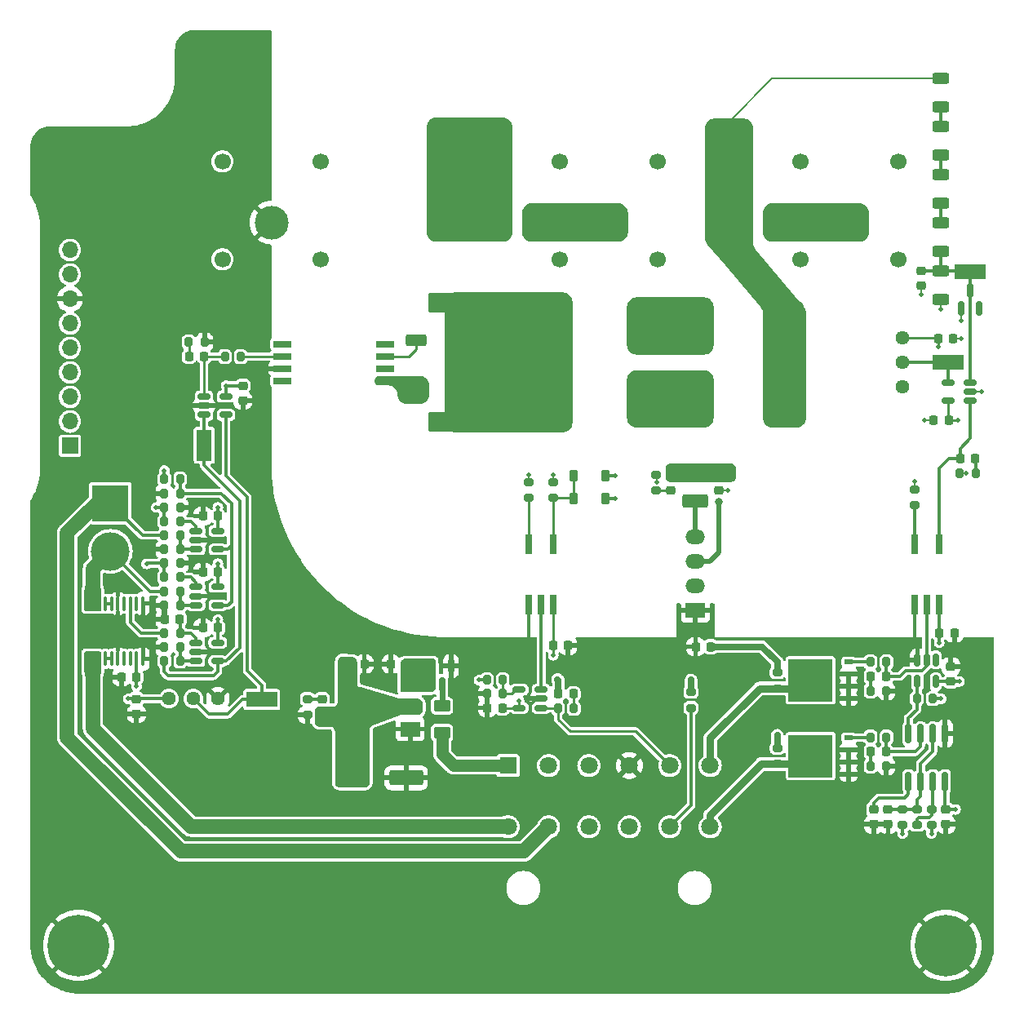
<source format=gbr>
%TF.GenerationSoftware,KiCad,Pcbnew,(7.0.0)*%
%TF.CreationDate,2023-06-27T20:49:36+12:00*%
%TF.ProjectId,VehicleJunctionBoxMotherboard_PCB,56656869-636c-4654-9a75-6e6374696f6e,V1.0*%
%TF.SameCoordinates,Original*%
%TF.FileFunction,Copper,L1,Top*%
%TF.FilePolarity,Positive*%
%FSLAX46Y46*%
G04 Gerber Fmt 4.6, Leading zero omitted, Abs format (unit mm)*
G04 Created by KiCad (PCBNEW (7.0.0)) date 2023-06-27 20:49:36*
%MOMM*%
%LPD*%
G01*
G04 APERTURE LIST*
G04 Aperture macros list*
%AMRoundRect*
0 Rectangle with rounded corners*
0 $1 Rounding radius*
0 $2 $3 $4 $5 $6 $7 $8 $9 X,Y pos of 4 corners*
0 Add a 4 corners polygon primitive as box body*
4,1,4,$2,$3,$4,$5,$6,$7,$8,$9,$2,$3,0*
0 Add four circle primitives for the rounded corners*
1,1,$1+$1,$2,$3*
1,1,$1+$1,$4,$5*
1,1,$1+$1,$6,$7*
1,1,$1+$1,$8,$9*
0 Add four rect primitives between the rounded corners*
20,1,$1+$1,$2,$3,$4,$5,0*
20,1,$1+$1,$4,$5,$6,$7,0*
20,1,$1+$1,$6,$7,$8,$9,0*
20,1,$1+$1,$8,$9,$2,$3,0*%
G04 Aperture macros list end*
%TA.AperFunction,SMDPad,CuDef*%
%ADD10RoundRect,0.200000X0.275000X-0.200000X0.275000X0.200000X-0.275000X0.200000X-0.275000X-0.200000X0*%
%TD*%
%TA.AperFunction,SMDPad,CuDef*%
%ADD11R,2.000000X1.500000*%
%TD*%
%TA.AperFunction,SMDPad,CuDef*%
%ADD12R,2.000000X3.800000*%
%TD*%
%TA.AperFunction,SMDPad,CuDef*%
%ADD13R,4.000000X4.000000*%
%TD*%
%TA.AperFunction,SMDPad,CuDef*%
%ADD14RoundRect,0.249999X-0.450001X-1.425001X0.450001X-1.425001X0.450001X1.425001X-0.450001X1.425001X0*%
%TD*%
%TA.AperFunction,SMDPad,CuDef*%
%ADD15RoundRect,0.225000X-0.225000X-0.250000X0.225000X-0.250000X0.225000X0.250000X-0.225000X0.250000X0*%
%TD*%
%TA.AperFunction,SMDPad,CuDef*%
%ADD16RoundRect,0.200000X-0.275000X0.200000X-0.275000X-0.200000X0.275000X-0.200000X0.275000X0.200000X0*%
%TD*%
%TA.AperFunction,SMDPad,CuDef*%
%ADD17RoundRect,0.225000X0.225000X0.250000X-0.225000X0.250000X-0.225000X-0.250000X0.225000X-0.250000X0*%
%TD*%
%TA.AperFunction,SMDPad,CuDef*%
%ADD18RoundRect,0.250000X0.625000X-0.312500X0.625000X0.312500X-0.625000X0.312500X-0.625000X-0.312500X0*%
%TD*%
%TA.AperFunction,ComponentPad*%
%ADD19C,0.800000*%
%TD*%
%TA.AperFunction,ComponentPad*%
%ADD20C,6.400000*%
%TD*%
%TA.AperFunction,SMDPad,CuDef*%
%ADD21R,3.200000X1.600000*%
%TD*%
%TA.AperFunction,SMDPad,CuDef*%
%ADD22RoundRect,0.225000X-0.225000X-0.375000X0.225000X-0.375000X0.225000X0.375000X-0.225000X0.375000X0*%
%TD*%
%TA.AperFunction,SMDPad,CuDef*%
%ADD23RoundRect,0.200000X0.200000X0.275000X-0.200000X0.275000X-0.200000X-0.275000X0.200000X-0.275000X0*%
%TD*%
%TA.AperFunction,ComponentPad*%
%ADD24R,1.700000X1.700000*%
%TD*%
%TA.AperFunction,ComponentPad*%
%ADD25O,1.700000X1.700000*%
%TD*%
%TA.AperFunction,SMDPad,CuDef*%
%ADD26RoundRect,0.250000X0.625000X-0.375000X0.625000X0.375000X-0.625000X0.375000X-0.625000X-0.375000X0*%
%TD*%
%TA.AperFunction,SMDPad,CuDef*%
%ADD27RoundRect,0.150000X-0.150000X0.512500X-0.150000X-0.512500X0.150000X-0.512500X0.150000X0.512500X0*%
%TD*%
%TA.AperFunction,SMDPad,CuDef*%
%ADD28RoundRect,0.150000X-0.512500X-0.150000X0.512500X-0.150000X0.512500X0.150000X-0.512500X0.150000X0*%
%TD*%
%TA.AperFunction,WasherPad*%
%ADD29C,1.700000*%
%TD*%
%TA.AperFunction,ComponentPad*%
%ADD30C,3.500000*%
%TD*%
%TA.AperFunction,SMDPad,CuDef*%
%ADD31RoundRect,0.200000X-0.200000X-0.275000X0.200000X-0.275000X0.200000X0.275000X-0.200000X0.275000X0*%
%TD*%
%TA.AperFunction,SMDPad,CuDef*%
%ADD32R,0.850000X0.500000*%
%TD*%
%TA.AperFunction,SMDPad,CuDef*%
%ADD33R,4.550000X4.410000*%
%TD*%
%TA.AperFunction,ComponentPad*%
%ADD34C,1.440000*%
%TD*%
%TA.AperFunction,SMDPad,CuDef*%
%ADD35RoundRect,0.218750X0.218750X0.256250X-0.218750X0.256250X-0.218750X-0.256250X0.218750X-0.256250X0*%
%TD*%
%TA.AperFunction,SMDPad,CuDef*%
%ADD36RoundRect,0.250001X1.074999X-0.462499X1.074999X0.462499X-1.074999X0.462499X-1.074999X-0.462499X0*%
%TD*%
%TA.AperFunction,SMDPad,CuDef*%
%ADD37RoundRect,0.225000X-0.250000X0.225000X-0.250000X-0.225000X0.250000X-0.225000X0.250000X0.225000X0*%
%TD*%
%TA.AperFunction,SMDPad,CuDef*%
%ADD38RoundRect,0.218750X-0.218750X-0.256250X0.218750X-0.256250X0.218750X0.256250X-0.218750X0.256250X0*%
%TD*%
%TA.AperFunction,ComponentPad*%
%ADD39R,1.800000X1.800000*%
%TD*%
%TA.AperFunction,ComponentPad*%
%ADD40C,1.800000*%
%TD*%
%TA.AperFunction,SMDPad,CuDef*%
%ADD41R,0.640000X2.000000*%
%TD*%
%TA.AperFunction,SMDPad,CuDef*%
%ADD42RoundRect,0.218750X-0.256250X0.218750X-0.256250X-0.218750X0.256250X-0.218750X0.256250X0.218750X0*%
%TD*%
%TA.AperFunction,SMDPad,CuDef*%
%ADD43RoundRect,0.150000X0.150000X-0.587500X0.150000X0.587500X-0.150000X0.587500X-0.150000X-0.587500X0*%
%TD*%
%TA.AperFunction,SMDPad,CuDef*%
%ADD44RoundRect,0.661019X-1.288981X-1.988981X1.288981X-1.988981X1.288981X1.988981X-1.288981X1.988981X0*%
%TD*%
%TA.AperFunction,ComponentPad*%
%ADD45R,3.800000X3.800000*%
%TD*%
%TA.AperFunction,ComponentPad*%
%ADD46C,4.000000*%
%TD*%
%TA.AperFunction,SMDPad,CuDef*%
%ADD47RoundRect,0.218750X0.256250X-0.218750X0.256250X0.218750X-0.256250X0.218750X-0.256250X-0.218750X0*%
%TD*%
%TA.AperFunction,SMDPad,CuDef*%
%ADD48RoundRect,0.150000X-0.150000X0.587500X-0.150000X-0.587500X0.150000X-0.587500X0.150000X0.587500X0*%
%TD*%
%TA.AperFunction,ComponentPad*%
%ADD49R,2.000000X1.500000*%
%TD*%
%TA.AperFunction,ComponentPad*%
%ADD50O,2.000000X1.500000*%
%TD*%
%TA.AperFunction,SMDPad,CuDef*%
%ADD51RoundRect,0.150000X0.512500X0.150000X-0.512500X0.150000X-0.512500X-0.150000X0.512500X-0.150000X0*%
%TD*%
%TA.AperFunction,SMDPad,CuDef*%
%ADD52R,1.600000X3.200000*%
%TD*%
%TA.AperFunction,SMDPad,CuDef*%
%ADD53RoundRect,0.225000X0.250000X-0.225000X0.250000X0.225000X-0.250000X0.225000X-0.250000X-0.225000X0*%
%TD*%
%TA.AperFunction,SMDPad,CuDef*%
%ADD54RoundRect,0.250000X-0.850000X-0.350000X0.850000X-0.350000X0.850000X0.350000X-0.850000X0.350000X0*%
%TD*%
%TA.AperFunction,SMDPad,CuDef*%
%ADD55RoundRect,0.250000X-1.275000X-1.125000X1.275000X-1.125000X1.275000X1.125000X-1.275000X1.125000X0*%
%TD*%
%TA.AperFunction,SMDPad,CuDef*%
%ADD56RoundRect,0.249997X-2.950003X-2.650003X2.950003X-2.650003X2.950003X2.650003X-2.950003X2.650003X0*%
%TD*%
%TA.AperFunction,SMDPad,CuDef*%
%ADD57RoundRect,0.100000X0.100000X-0.637500X0.100000X0.637500X-0.100000X0.637500X-0.100000X-0.637500X0*%
%TD*%
%TA.AperFunction,SMDPad,CuDef*%
%ADD58RoundRect,0.150000X-0.150000X0.825000X-0.150000X-0.825000X0.150000X-0.825000X0.150000X0.825000X0*%
%TD*%
%TA.AperFunction,SMDPad,CuDef*%
%ADD59R,1.905000X0.640000*%
%TD*%
%TA.AperFunction,SMDPad,CuDef*%
%ADD60RoundRect,0.250000X-1.500000X-0.550000X1.500000X-0.550000X1.500000X0.550000X-1.500000X0.550000X0*%
%TD*%
%TA.AperFunction,SMDPad,CuDef*%
%ADD61RoundRect,0.200000X-4.800000X0.800000X-4.800000X-0.800000X4.800000X-0.800000X4.800000X0.800000X0*%
%TD*%
%TA.AperFunction,ViaPad*%
%ADD62C,0.800000*%
%TD*%
%TA.AperFunction,ViaPad*%
%ADD63C,0.500000*%
%TD*%
%TA.AperFunction,Conductor*%
%ADD64C,0.700000*%
%TD*%
%TA.AperFunction,Conductor*%
%ADD65C,0.250000*%
%TD*%
%TA.AperFunction,Conductor*%
%ADD66C,0.300000*%
%TD*%
%TA.AperFunction,Conductor*%
%ADD67C,0.800000*%
%TD*%
%TA.AperFunction,Conductor*%
%ADD68C,1.500000*%
%TD*%
%TA.AperFunction,Conductor*%
%ADD69C,0.200000*%
%TD*%
%TA.AperFunction,Conductor*%
%ADD70C,0.500000*%
%TD*%
%TA.AperFunction,Conductor*%
%ADD71C,0.600000*%
%TD*%
%TA.AperFunction,Conductor*%
%ADD72C,1.250000*%
%TD*%
G04 APERTURE END LIST*
D10*
%TO.P,R22,1*%
%TO.N,+5V*%
X118500000Y-107500000D03*
%TO.P,R22,2*%
%TO.N,Net-(U9-DIS)*%
X118500000Y-105850000D03*
%TD*%
D11*
%TO.P,U1,1,GND*%
%TO.N,GND*%
X64399999Y-97549999D03*
%TO.P,U1,2,VO*%
%TO.N,+5V*%
X64399999Y-95249999D03*
D12*
X58099999Y-95249999D03*
D11*
%TO.P,U1,3,VI*%
%TO.N,GLV+*%
X64399999Y-92949999D03*
%TD*%
D13*
%TO.P,J5,1,Pin_1*%
%TO.N,HV+*%
X97499999Y-36649999D03*
%TD*%
D14*
%TO.P,R9,1*%
%TO.N,HV-*%
X70950000Y-45000000D03*
%TO.P,R9,2*%
%TO.N,Net-(J4-Pin_1)*%
X77050000Y-45000000D03*
%TD*%
D15*
%TO.P,C11,1*%
%TO.N,+5VA*%
X119225000Y-57000000D03*
%TO.P,C11,2*%
%TO.N,HV-*%
X120775000Y-57000000D03*
%TD*%
D16*
%TO.P,R37,1*%
%TO.N,HV-*%
X76700000Y-71925000D03*
%TO.P,R37,2*%
%TO.N,Net-(U20-K)*%
X76700000Y-73575000D03*
%TD*%
D17*
%TO.P,C6,1*%
%TO.N,GLV+*%
X95575000Y-89000000D03*
%TO.P,C6,2*%
%TO.N,GND*%
X94025000Y-89000000D03*
%TD*%
D18*
%TO.P,R15,1*%
%TO.N,Net-(D3-K)*%
X119500000Y-47962500D03*
%TO.P,R15,2*%
%TO.N,Net-(R14-Pad1)*%
X119500000Y-45037500D03*
%TD*%
D19*
%TO.P,H4,1,1*%
%TO.N,GND*%
X117600000Y-120000000D03*
X118302944Y-118302944D03*
X118302944Y-121697056D03*
X120000000Y-117600000D03*
D20*
X120000000Y-120000000D03*
D19*
X120000000Y-122400000D03*
X121697056Y-118302944D03*
X121697056Y-121697056D03*
X122400000Y-120000000D03*
%TD*%
D21*
%TO.P,TP4,1,1*%
%TO.N,TS Detection Threshold*%
X120249999Y-59489999D03*
%TD*%
D18*
%TO.P,R13,1*%
%TO.N,Net-(R13-Pad1)*%
X119500000Y-37962500D03*
%TO.P,R13,2*%
%TO.N,Net-(R12-Pad1)*%
X119500000Y-35037500D03*
%TD*%
D22*
%TO.P,D10,1,K*%
%TO.N,Net-(D10-K)*%
X81350000Y-71250000D03*
%TO.P,D10,2,A*%
%TO.N,Net-(D10-A)*%
X84650000Y-71250000D03*
%TD*%
D17*
%TO.P,C12,1*%
%TO.N,+5VA*%
X120275000Y-65490000D03*
%TO.P,C12,2*%
%TO.N,HV-*%
X118725000Y-65490000D03*
%TD*%
D23*
%TO.P,R25,1*%
%TO.N,Net-(D7-A)*%
X113825000Y-90600000D03*
%TO.P,R25,2*%
%TO.N,Net-(Q3-G)*%
X112175000Y-90600000D03*
%TD*%
D24*
%TO.P,J9,1,Pin_1*%
%TO.N,+5V*%
X29099999Y-68159999D03*
D25*
%TO.P,J9,2,Pin_2*%
%TO.N,Local*%
X29099999Y-65619999D03*
%TO.P,J9,3,Pin_3*%
%TO.N,Upstream*%
X29099999Y-63079999D03*
%TO.P,J9,4,Pin_4*%
%TO.N,CAN-*%
X29099999Y-60539999D03*
%TO.P,J9,5,Pin_5*%
%TO.N,CAN+*%
X29099999Y-57999999D03*
%TO.P,J9,6,Pin_6*%
%TO.N,BSPD*%
X29099999Y-55459999D03*
%TO.P,J9,7,Pin_7*%
%TO.N,GND*%
X29099999Y-52919999D03*
%TO.P,J9,8,Pin_8*%
%TO.N,BSPD Test Current +*%
X29099999Y-50379999D03*
%TO.P,J9,9,Pin_9*%
%TO.N,BSPD Test Current -*%
X29099999Y-47839999D03*
%TD*%
D16*
%TO.P,R18,1*%
%TO.N,HV-*%
X116750000Y-72675000D03*
%TO.P,R18,2*%
%TO.N,Net-(U7-K)*%
X116750000Y-74325000D03*
%TD*%
D26*
%TO.P,F2,1*%
%TO.N,Net-(J2-Pin_1)*%
X67700000Y-97950000D03*
%TO.P,F2,2*%
%TO.N,Net-(Q5-D)*%
X67700000Y-95150000D03*
%TD*%
D27*
%TO.P,U8,1*%
%TO.N,unconnected-(U8-Pad1)*%
X118950000Y-90362500D03*
%TO.P,U8,2*%
%TO.N,Net-(D7-A)*%
X118000000Y-90362500D03*
%TO.P,U8,3*%
%TO.N,GND*%
X117050000Y-90362500D03*
%TO.P,U8,4*%
%TO.N,RESET*%
X117050000Y-92637500D03*
%TO.P,U8,5*%
%TO.N,+5V*%
X118950000Y-92637500D03*
%TD*%
D28*
%TO.P,U10,1*%
%TO.N,Net-(D5-A)*%
X43012500Y-63050000D03*
%TO.P,U10,2,V-*%
%TO.N,GND*%
X43012500Y-64000000D03*
%TO.P,U10,3,+*%
%TO.N,Net-(U10-+)*%
X43012500Y-64950000D03*
%TO.P,U10,4,-*%
%TO.N,DISCHARGE_THRESHOLD*%
X45287500Y-64950000D03*
%TO.P,U10,5,V+*%
%TO.N,+5V*%
X45287500Y-63050000D03*
%TD*%
D16*
%TO.P,R27,1*%
%TO.N,GLV+*%
X102500000Y-91675000D03*
%TO.P,R27,2*%
%TO.N,TSAL_GRN*%
X102500000Y-93325000D03*
%TD*%
D29*
%TO.P,J4,*%
%TO.N,*%
X90080000Y-38640000D03*
X79920000Y-38640000D03*
X90080000Y-48800000D03*
X79920000Y-48800000D03*
D30*
%TO.P,J4,1,Pin_1*%
%TO.N,Net-(J4-Pin_1)*%
X85000000Y-45000000D03*
%TD*%
D16*
%TO.P,R28,1*%
%TO.N,GLV+*%
X102500000Y-99525000D03*
%TO.P,R28,2*%
%TO.N,TSAL_RED*%
X102500000Y-101175000D03*
%TD*%
D31*
%TO.P,R17,1*%
%TO.N,HV-*%
X121425000Y-70980000D03*
%TO.P,R17,2*%
%TO.N,Net-(D4-K)*%
X123075000Y-70980000D03*
%TD*%
D32*
%TO.P,Q4,1,S*%
%TO.N,GND*%
X109899999Y-102254999D03*
%TO.P,Q4,2,S*%
X109899999Y-100984999D03*
%TO.P,Q4,3,S*%
X109899999Y-99714999D03*
%TO.P,Q4,4,G*%
%TO.N,Net-(Q4-G)*%
X109899999Y-98444999D03*
D33*
%TO.P,Q4,5,D*%
%TO.N,TSAL_RED*%
X105949999Y-100349999D03*
%TD*%
D31*
%TO.P,R45,1*%
%TO.N,+5V*%
X38887500Y-71600000D03*
%TO.P,R45,2*%
%TO.N,Thresh*%
X40537500Y-71600000D03*
%TD*%
D34*
%TO.P,RV2,1,1*%
%TO.N,GND*%
X44450000Y-94400000D03*
%TO.P,RV2,2,2*%
%TO.N,DISCHARGE_THRESHOLD*%
X41910000Y-94400000D03*
%TO.P,RV2,3,3*%
%TO.N,+5V*%
X39370000Y-94400000D03*
%TD*%
D28*
%TO.P,U13,1,+*%
%TO.N,Net-(U13-+)*%
X42162500Y-88600000D03*
%TO.P,U13,2,V-*%
%TO.N,GND*%
X42162500Y-89550000D03*
%TO.P,U13,3,-*%
%TO.N,Net-(U13--)*%
X42162500Y-90500000D03*
%TO.P,U13,4*%
%TO.N,Net-(U10-+)*%
X44437500Y-90500000D03*
%TO.P,U13,5,V+*%
%TO.N,+5V*%
X44437500Y-88600000D03*
%TD*%
D23*
%TO.P,R26,1*%
%TO.N,Net-(D9-A)*%
X113825000Y-98400000D03*
%TO.P,R26,2*%
%TO.N,Net-(Q4-G)*%
X112175000Y-98400000D03*
%TD*%
D35*
%TO.P,D4,1,K*%
%TO.N,Net-(D4-K)*%
X123037500Y-69480000D03*
%TO.P,D4,2,A*%
%TO.N,Net-(D4-A)*%
X121462500Y-69480000D03*
%TD*%
D18*
%TO.P,R16,1*%
%TO.N,HV-*%
X119500000Y-52962500D03*
%TO.P,R16,2*%
%TO.N,Net-(D3-K)*%
X119500000Y-50037500D03*
%TD*%
D23*
%TO.P,R34,1*%
%TO.N,Net-(R34-Pad1)*%
X40537500Y-81800000D03*
%TO.P,R34,2*%
%TO.N,Local*%
X38887500Y-81800000D03*
%TD*%
D36*
%TO.P,L1,1*%
%TO.N,Net-(U4-+VOUT)*%
X93950000Y-73925000D03*
%TO.P,L1,2*%
%TO.N,+5VA*%
X93950000Y-70950000D03*
%TD*%
D23*
%TO.P,R43,1*%
%TO.N,Net-(U14-+)*%
X40537500Y-84700000D03*
%TO.P,R43,2*%
%TO.N,GND*%
X38887500Y-84700000D03*
%TD*%
D21*
%TO.P,TP3,1,1*%
%TO.N,DISCHARGE_THRESHOLD*%
X48999999Y-94499999D03*
%TD*%
D37*
%TO.P,C10,1*%
%TO.N,Net-(D3-K)*%
X117400000Y-50025000D03*
%TO.P,C10,2*%
%TO.N,HV-*%
X117400000Y-51575000D03*
%TD*%
D10*
%TO.P,R23,1*%
%TO.N,Net-(U9-DIS)*%
X117000000Y-107500000D03*
%TO.P,R23,2*%
%TO.N,Net-(U9-THR)*%
X117000000Y-105850000D03*
%TD*%
D38*
%TO.P,D9,1,K*%
%TO.N,Net-(D9-K)*%
X112212500Y-99900000D03*
%TO.P,D9,2,A*%
%TO.N,Net-(D9-A)*%
X113787500Y-99900000D03*
%TD*%
D37*
%TO.P,C19,1*%
%TO.N,+5V*%
X36000000Y-94425000D03*
%TO.P,C19,2*%
%TO.N,GND*%
X36000000Y-95975000D03*
%TD*%
D14*
%TO.P,R6,1*%
%TO.N,HV+*%
X95950000Y-45000000D03*
%TO.P,R6,2*%
%TO.N,Net-(J3-Pin_1)*%
X102050000Y-45000000D03*
%TD*%
D21*
%TO.P,TP1,1,1*%
%TO.N,Net-(D3-K)*%
X122499999Y-50099999D03*
%TD*%
D39*
%TO.P,J2,1,Pin_1*%
%TO.N,Net-(J2-Pin_1)*%
X74569999Y-101339999D03*
D40*
%TO.P,J2,2,Pin_2*%
%TO.N,BSPD Test Current +*%
X78760000Y-101340000D03*
%TO.P,J2,3,Pin_3*%
%TO.N,BSPD Test Current -*%
X82950000Y-101340000D03*
%TO.P,J2,4,Pin_4*%
%TO.N,GND*%
X87150000Y-101340000D03*
%TO.P,J2,5,Pin_5*%
%TO.N,DOC_FLT*%
X91340000Y-101340000D03*
%TO.P,J2,6,Pin_6*%
%TO.N,TSAL_GRN*%
X95530000Y-101340000D03*
%TO.P,J2,7,Pin_7*%
%TO.N,TSAL_RED*%
X95530000Y-107690000D03*
%TO.P,J2,8,Pin_8*%
%TO.N,BSPD*%
X91340000Y-107690000D03*
%TO.P,J2,9,Pin_9*%
%TO.N,CAN+*%
X87150000Y-107690000D03*
%TO.P,J2,10,Pin_10*%
%TO.N,CAN-*%
X82950000Y-107690000D03*
%TO.P,J2,11,Pin_11*%
%TO.N,SD_LP_IN*%
X78760000Y-107690000D03*
%TO.P,J2,12,Pin_12*%
%TO.N,SD_LP_OUT*%
X74570000Y-107690000D03*
%TD*%
D31*
%TO.P,R36,1*%
%TO.N,Local*%
X38887500Y-80350000D03*
%TO.P,R36,2*%
%TO.N,GND*%
X40537500Y-80350000D03*
%TD*%
D16*
%TO.P,R10,1*%
%TO.N,HV-*%
X89950000Y-71175000D03*
%TO.P,R10,2*%
%TO.N,Net-(D2-K)*%
X89950000Y-72825000D03*
%TD*%
D41*
%TO.P,U20,1,A*%
%TO.N,Net-(D10-K)*%
X79269999Y-78349999D03*
%TO.P,U20,3,K*%
%TO.N,Net-(U20-K)*%
X76729999Y-78349999D03*
%TO.P,U20,4,GND*%
%TO.N,GND*%
X76729999Y-84649999D03*
%TO.P,U20,5,VO*%
%TO.N,Net-(U20-VO)*%
X77999999Y-84649999D03*
%TO.P,U20,6,VDD*%
%TO.N,+5V*%
X79269999Y-84649999D03*
%TD*%
D13*
%TO.P,J6,1,Pin_1*%
%TO.N,HV-*%
X72474999Y-36649999D03*
%TD*%
D29*
%TO.P,J7,*%
%TO.N,*%
X55080000Y-38640000D03*
X44920000Y-38640000D03*
X55080000Y-48800000D03*
X44920000Y-48800000D03*
D30*
%TO.P,J7,1,Pin_1*%
%TO.N,GND*%
X50000000Y-45000000D03*
%TD*%
D37*
%TO.P,C15,1*%
%TO.N,Net-(U9-CV)*%
X112500000Y-105900000D03*
%TO.P,C15,2*%
%TO.N,GND*%
X112500000Y-107450000D03*
%TD*%
D15*
%TO.P,C13,1*%
%TO.N,+5V*%
X119325000Y-87600000D03*
%TO.P,C13,2*%
%TO.N,GND*%
X120875000Y-87600000D03*
%TD*%
D31*
%TO.P,R30,1*%
%TO.N,GND*%
X38887500Y-89050000D03*
%TO.P,R30,2*%
%TO.N,Net-(U13--)*%
X40537500Y-89050000D03*
%TD*%
D28*
%TO.P,U11,1*%
%TO.N,Net-(R38-Pad1)*%
X42175000Y-77000000D03*
%TO.P,U11,2,V-*%
%TO.N,GND*%
X42175000Y-77950000D03*
%TO.P,U11,3,+*%
%TO.N,Net-(U11-+)*%
X42175000Y-78900000D03*
%TO.P,U11,4,-*%
%TO.N,Thresh*%
X44450000Y-78900000D03*
%TO.P,U11,5,V+*%
%TO.N,+5V*%
X44450000Y-77000000D03*
%TD*%
D31*
%TO.P,R11,1*%
%TO.N,+5V*%
X72362500Y-92450000D03*
%TO.P,R11,2*%
%TO.N,DOC_Thresh*%
X74012500Y-92450000D03*
%TD*%
D10*
%TO.P,R7,1*%
%TO.N,GND*%
X53750000Y-96075000D03*
%TO.P,R7,2*%
%TO.N,Net-(D1-K)*%
X53750000Y-94425000D03*
%TD*%
D31*
%TO.P,R42,1*%
%TO.N,SD_LP_IN*%
X38887500Y-77450000D03*
%TO.P,R42,2*%
%TO.N,Net-(U11-+)*%
X40537500Y-77450000D03*
%TD*%
D23*
%TO.P,R39,1*%
%TO.N,Net-(U11-+)*%
X40537500Y-78900000D03*
%TO.P,R39,2*%
%TO.N,GND*%
X38887500Y-78900000D03*
%TD*%
D42*
%TO.P,D1,1,K*%
%TO.N,Net-(D1-K)*%
X55250000Y-94462500D03*
%TO.P,D1,2,A*%
%TO.N,+5V*%
X55250000Y-96037500D03*
%TD*%
D15*
%TO.P,C2,1*%
%TO.N,+5V*%
X58100000Y-90800000D03*
%TO.P,C2,2*%
%TO.N,GND*%
X59650000Y-90800000D03*
%TD*%
%TO.P,C29,1*%
%TO.N,GND*%
X42887500Y-81250000D03*
%TO.P,C29,2*%
%TO.N,+5V*%
X44437500Y-81250000D03*
%TD*%
D31*
%TO.P,R40,1*%
%TO.N,Upstream*%
X38887500Y-74550000D03*
%TO.P,R40,2*%
%TO.N,GND*%
X40537500Y-74550000D03*
%TD*%
D17*
%TO.P,C1,1*%
%TO.N,GLV+*%
X63950000Y-90800000D03*
%TO.P,C1,2*%
%TO.N,GND*%
X62400000Y-90800000D03*
%TD*%
D34*
%TO.P,RV1,1,1*%
%TO.N,HV-*%
X115500000Y-62040000D03*
%TO.P,RV1,2,2*%
%TO.N,TS Detection Threshold*%
X115500000Y-59500000D03*
%TO.P,RV1,3,3*%
%TO.N,+5VA*%
X115500000Y-56960000D03*
%TD*%
D43*
%TO.P,D3,1,A*%
%TO.N,HV-*%
X121550000Y-53937500D03*
%TO.P,D3,2*%
%TO.N,N/C*%
X123450000Y-53937500D03*
%TO.P,D3,3,K*%
%TO.N,Net-(D3-K)*%
X122500000Y-52062500D03*
%TD*%
D44*
%TO.P,R3,1*%
%TO.N,Net-(R1-Pad2)*%
X93300000Y-55750000D03*
%TO.P,R3,2*%
%TO.N,HV+*%
X103300000Y-55750000D03*
%TD*%
D35*
%TO.P,D6,1,K*%
%TO.N,Net-(D6-K)*%
X81350000Y-93900000D03*
%TO.P,D6,2,A*%
%TO.N,GLV+*%
X79775000Y-93900000D03*
%TD*%
D15*
%TO.P,C4,1*%
%TO.N,GND*%
X72412500Y-95350000D03*
%TO.P,C4,2*%
%TO.N,GLV+*%
X73962500Y-95350000D03*
%TD*%
D45*
%TO.P,J1,1,Pin_1*%
%TO.N,SD_LP_IN*%
X33299999Y-74099999D03*
D46*
%TO.P,J1,2,Pin_2*%
%TO.N,SD_LP_FROM_HVD*%
X33300000Y-79100000D03*
%TD*%
D29*
%TO.P,J3,*%
%TO.N,*%
X115080000Y-38640000D03*
X104920000Y-38640000D03*
X115080000Y-48800000D03*
X104920000Y-48800000D03*
D30*
%TO.P,J3,1,Pin_1*%
%TO.N,Net-(J3-Pin_1)*%
X110000000Y-45000000D03*
%TD*%
D47*
%TO.P,D2,1,K*%
%TO.N,Net-(D2-K)*%
X91450000Y-72787500D03*
%TO.P,D2,2,A*%
%TO.N,+5VA*%
X91450000Y-71212500D03*
%TD*%
D44*
%TO.P,R1,1*%
%TO.N,Net-(Q1-D)*%
X79300000Y-55750000D03*
%TO.P,R1,2*%
%TO.N,Net-(R1-Pad2)*%
X89300000Y-55750000D03*
%TD*%
%TO.P,R4,1*%
%TO.N,Net-(R2-Pad2)*%
X93300000Y-63250000D03*
%TO.P,R4,2*%
%TO.N,HV+*%
X103300000Y-63250000D03*
%TD*%
D48*
%TO.P,Q5,1,G*%
%TO.N,GND*%
X68650000Y-91025000D03*
%TO.P,Q5,2,S*%
%TO.N,GLV+*%
X66750000Y-91025000D03*
%TO.P,Q5,3,D*%
%TO.N,Net-(Q5-D)*%
X67700000Y-92900000D03*
%TD*%
D18*
%TO.P,R12,1*%
%TO.N,Net-(R12-Pad1)*%
X119500000Y-32962500D03*
%TO.P,R12,2*%
%TO.N,HV+*%
X119500000Y-30037500D03*
%TD*%
D31*
%TO.P,R20,1*%
%TO.N,RESET*%
X116975000Y-94400000D03*
%TO.P,R20,2*%
%TO.N,+5V*%
X118625000Y-94400000D03*
%TD*%
D23*
%TO.P,R38,1*%
%TO.N,Net-(R38-Pad1)*%
X40537500Y-76000000D03*
%TO.P,R38,2*%
%TO.N,Upstream*%
X38887500Y-76000000D03*
%TD*%
D10*
%TO.P,R5,1*%
%TO.N,BSPD*%
X93550000Y-95350000D03*
%TO.P,R5,2*%
%TO.N,GLV+*%
X93550000Y-93700000D03*
%TD*%
D23*
%TO.P,R31,1*%
%TO.N,GND*%
X43062500Y-57400000D03*
%TO.P,R31,2*%
%TO.N,Net-(D5-K)*%
X41412500Y-57400000D03*
%TD*%
D37*
%TO.P,C16,1*%
%TO.N,+5V*%
X120000000Y-105900000D03*
%TO.P,C16,2*%
%TO.N,GND*%
X120000000Y-107450000D03*
%TD*%
D23*
%TO.P,R32,1*%
%TO.N,Net-(R32-Pad1)*%
X46825000Y-58900000D03*
%TO.P,R32,2*%
%TO.N,Net-(D5-A)*%
X45175000Y-58900000D03*
%TD*%
D18*
%TO.P,R14,1*%
%TO.N,Net-(R14-Pad1)*%
X119500000Y-42962500D03*
%TO.P,R14,2*%
%TO.N,Net-(R13-Pad1)*%
X119500000Y-40037500D03*
%TD*%
D49*
%TO.P,U4,1,-VIN*%
%TO.N,GND*%
X93999999Y-85262499D03*
D50*
%TO.P,U4,2,+VIN*%
%TO.N,GLV+*%
X93999999Y-82722499D03*
%TO.P,U4,3,-VOUT*%
%TO.N,HV-*%
X93999999Y-80182499D03*
%TO.P,U4,4,+VOUT*%
%TO.N,Net-(U4-+VOUT)*%
X93999999Y-77642499D03*
%TD*%
D23*
%TO.P,R33,1*%
%TO.N,DOC_Thresh*%
X74012500Y-93900000D03*
%TO.P,R33,2*%
%TO.N,GND*%
X72362500Y-93900000D03*
%TD*%
D31*
%TO.P,R24,1*%
%TO.N,Net-(D9-K)*%
X112175000Y-101400000D03*
%TO.P,R24,2*%
%TO.N,GND*%
X113825000Y-101400000D03*
%TD*%
D51*
%TO.P,U6,1*%
%TO.N,DOC_FLT*%
X77987500Y-95350000D03*
%TO.P,U6,2,V-*%
%TO.N,GND*%
X77987500Y-94400000D03*
%TO.P,U6,3,+*%
%TO.N,Net-(U20-VO)*%
X77987500Y-93450000D03*
%TO.P,U6,4,-*%
%TO.N,DOC_Thresh*%
X75712500Y-93450000D03*
%TO.P,U6,5,V+*%
%TO.N,GLV+*%
X75712500Y-95350000D03*
%TD*%
D52*
%TO.P,TP2,1,1*%
%TO.N,Net-(U10-+)*%
X43049999Y-68099999D03*
%TD*%
D15*
%TO.P,C25,1*%
%TO.N,+5V*%
X79225000Y-88900000D03*
%TO.P,C25,2*%
%TO.N,GND*%
X80775000Y-88900000D03*
%TD*%
D16*
%TO.P,R49,1*%
%TO.N,HV-*%
X79250000Y-71925000D03*
%TO.P,R49,2*%
%TO.N,Net-(D10-K)*%
X79250000Y-73575000D03*
%TD*%
D38*
%TO.P,D5,1,K*%
%TO.N,Net-(D5-K)*%
X41450000Y-58900000D03*
%TO.P,D5,2,A*%
%TO.N,Net-(D5-A)*%
X43025000Y-58900000D03*
%TD*%
D22*
%TO.P,D8,1,K*%
%TO.N,Net-(D10-K)*%
X81350000Y-73600000D03*
%TO.P,D8,2,A*%
%TO.N,Net-(D8-A)*%
X84650000Y-73600000D03*
%TD*%
D15*
%TO.P,C5,1*%
%TO.N,GND*%
X42887500Y-87050000D03*
%TO.P,C5,2*%
%TO.N,+5V*%
X44437500Y-87050000D03*
%TD*%
D28*
%TO.P,U14,1*%
%TO.N,Net-(R34-Pad1)*%
X42175000Y-82800000D03*
%TO.P,U14,2,V-*%
%TO.N,GND*%
X42175000Y-83750000D03*
%TO.P,U14,3,+*%
%TO.N,Net-(U14-+)*%
X42175000Y-84700000D03*
%TO.P,U14,4,-*%
%TO.N,Thresh*%
X44450000Y-84700000D03*
%TO.P,U14,5,V+*%
%TO.N,+5V*%
X44450000Y-82800000D03*
%TD*%
D38*
%TO.P,D7,1,K*%
%TO.N,Net-(D7-K)*%
X112212500Y-92100000D03*
%TO.P,D7,2,A*%
%TO.N,Net-(D7-A)*%
X113787500Y-92100000D03*
%TD*%
D17*
%TO.P,C3,1*%
%TO.N,Net-(U13-+)*%
X40487500Y-86150000D03*
%TO.P,C3,2*%
%TO.N,GND*%
X38937500Y-86150000D03*
%TD*%
D51*
%TO.P,U2,1*%
%TO.N,Net-(D4-A)*%
X122500000Y-63490000D03*
%TO.P,U2,2,V-*%
%TO.N,HV-*%
X122500000Y-62540000D03*
%TO.P,U2,3,+*%
%TO.N,Net-(D3-K)*%
X122500000Y-61590000D03*
%TO.P,U2,4,-*%
%TO.N,TS Detection Threshold*%
X120225000Y-61590000D03*
%TO.P,U2,5,V+*%
%TO.N,+5VA*%
X120225000Y-63490000D03*
%TD*%
D41*
%TO.P,U7,1,A*%
%TO.N,Net-(D4-A)*%
X119269999Y-78349999D03*
%TO.P,U7,3,K*%
%TO.N,Net-(U7-K)*%
X116729999Y-78349999D03*
%TO.P,U7,4,GND*%
%TO.N,GND*%
X116729999Y-84649999D03*
%TO.P,U7,5,VO*%
%TO.N,Net-(D7-A)*%
X117999999Y-84649999D03*
%TO.P,U7,6,VDD*%
%TO.N,+5V*%
X119269999Y-84649999D03*
%TD*%
D32*
%TO.P,Q3,1,S*%
%TO.N,GND*%
X109899999Y-94404999D03*
%TO.P,Q3,2,S*%
X109899999Y-93134999D03*
%TO.P,Q3,3,S*%
X109899999Y-91864999D03*
%TO.P,Q3,4,G*%
%TO.N,Net-(Q3-G)*%
X109899999Y-90594999D03*
D33*
%TO.P,Q3,5,D*%
%TO.N,TSAL_GRN*%
X105949999Y-92499999D03*
%TD*%
D17*
%TO.P,C18,1*%
%TO.N,+5V*%
X36000000Y-92150000D03*
%TO.P,C18,2*%
%TO.N,GND*%
X34450000Y-92150000D03*
%TD*%
D31*
%TO.P,R29,1*%
%TO.N,Net-(U10-+)*%
X38887500Y-90500000D03*
%TO.P,R29,2*%
%TO.N,Net-(U13--)*%
X40537500Y-90500000D03*
%TD*%
D19*
%TO.P,H3,1,1*%
%TO.N,GND*%
X27600000Y-120000000D03*
X28302944Y-118302944D03*
X28302944Y-121697056D03*
X30000000Y-117600000D03*
D20*
X30000000Y-120000000D03*
D19*
X30000000Y-122400000D03*
X31697056Y-118302944D03*
X31697056Y-121697056D03*
X32400000Y-120000000D03*
%TD*%
D53*
%TO.P,C20,1*%
%TO.N,GND*%
X47050000Y-63470000D03*
%TO.P,C20,2*%
%TO.N,+5V*%
X47050000Y-61920000D03*
%TD*%
D15*
%TO.P,C30,1*%
%TO.N,GND*%
X42887500Y-75450000D03*
%TO.P,C30,2*%
%TO.N,+5V*%
X44437500Y-75450000D03*
%TD*%
D54*
%TO.P,Q1,1,G*%
%TO.N,Net-(Q1-G)*%
X65000000Y-57220000D03*
D55*
%TO.P,Q1,2,D*%
%TO.N,Net-(Q1-D)*%
X69625000Y-57975000D03*
X69625000Y-61025000D03*
D56*
X71300000Y-59500000D03*
D55*
X72975000Y-57975000D03*
X72975000Y-61025000D03*
D54*
%TO.P,Q1,3,S*%
%TO.N,HV-*%
X65000000Y-61780000D03*
%TD*%
D53*
%TO.P,C14,1*%
%TO.N,+5V*%
X120500000Y-92600000D03*
%TO.P,C14,2*%
%TO.N,GND*%
X120500000Y-91050000D03*
%TD*%
D31*
%TO.P,R8,1*%
%TO.N,Net-(U12-OUT)*%
X38887500Y-87600000D03*
%TO.P,R8,2*%
%TO.N,Net-(U13-+)*%
X40537500Y-87600000D03*
%TD*%
%TO.P,R35,1*%
%TO.N,DOC_FLT*%
X79737500Y-95400000D03*
%TO.P,R35,2*%
%TO.N,Net-(D6-K)*%
X81387500Y-95400000D03*
%TD*%
D57*
%TO.P,U12,1,IS-*%
%TO.N,SD_LP_OUT*%
X30825000Y-90262500D03*
%TO.P,U12,2,IS-*%
X31475000Y-90262500D03*
%TO.P,U12,3,IS-*%
X32125000Y-90262500D03*
%TO.P,U12,4,SH-*%
%TO.N,Net-(U12-IN-)*%
X32775000Y-90262500D03*
%TO.P,U12,5,IN-*%
X33425000Y-90262500D03*
%TO.P,U12,6,GND*%
%TO.N,GND*%
X34075000Y-90262500D03*
%TO.P,U12,7,DNC1*%
%TO.N,unconnected-(U12-DNC1-Pad7)*%
X34725000Y-90262500D03*
%TO.P,U12,8,NC*%
%TO.N,unconnected-(U12-NC-Pad8)*%
X35375000Y-90262500D03*
%TO.P,U12,9,VS*%
%TO.N,+5V*%
X36025000Y-90262500D03*
%TO.P,U12,10,REF2*%
%TO.N,GND*%
X36675000Y-90262500D03*
%TO.P,U12,11,REF1*%
X36675000Y-84537500D03*
%TO.P,U12,12,NC*%
%TO.N,unconnected-(U12-NC-Pad12)*%
X36025000Y-84537500D03*
%TO.P,U12,13,OUT*%
%TO.N,Net-(U12-OUT)*%
X35375000Y-84537500D03*
%TO.P,U12,14,DNC2*%
%TO.N,unconnected-(U12-DNC2-Pad14)*%
X34725000Y-84537500D03*
%TO.P,U12,15,GND*%
%TO.N,GND*%
X34075000Y-84537500D03*
%TO.P,U12,16,IN+*%
%TO.N,Net-(U12-IN+)*%
X33425000Y-84537500D03*
%TO.P,U12,17,SH+*%
X32775000Y-84537500D03*
%TO.P,U12,18,IS+*%
%TO.N,SD_LP_FROM_HVD*%
X32125000Y-84537500D03*
%TO.P,U12,19,IS+*%
X31475000Y-84537500D03*
%TO.P,U12,20,IS+*%
X30825000Y-84537500D03*
%TD*%
D58*
%TO.P,U9,1,GND*%
%TO.N,GND*%
X119905000Y-98025000D03*
%TO.P,U9,2,TR*%
%TO.N,Net-(U9-THR)*%
X118635000Y-98025000D03*
%TO.P,U9,3,Q*%
%TO.N,Net-(D9-A)*%
X117365000Y-98025000D03*
%TO.P,U9,4,R*%
%TO.N,RESET*%
X116095000Y-98025000D03*
%TO.P,U9,5,CV*%
%TO.N,Net-(U9-CV)*%
X116095000Y-102975000D03*
%TO.P,U9,6,THR*%
%TO.N,Net-(U9-THR)*%
X117365000Y-102975000D03*
%TO.P,U9,7,DIS*%
%TO.N,Net-(U9-DIS)*%
X118635000Y-102975000D03*
%TO.P,U9,8,VCC*%
%TO.N,+5V*%
X119905000Y-102975000D03*
%TD*%
D59*
%TO.P,U15,1*%
%TO.N,unconnected-(U15-Pad1)*%
X51152499Y-57594999D03*
%TO.P,U15,2*%
%TO.N,Net-(R32-Pad1)*%
X51152499Y-58864999D03*
%TO.P,U15,3*%
%TO.N,GND*%
X51152499Y-60134999D03*
%TO.P,U15,4*%
%TO.N,unconnected-(U15-Pad4)*%
X51152499Y-61404999D03*
%TO.P,U15,5*%
%TO.N,HV-*%
X61847499Y-61404999D03*
%TO.P,U15,6*%
%TO.N,unconnected-(U15-Pad6)*%
X61847499Y-60134999D03*
%TO.P,U15,7*%
%TO.N,Net-(Q1-G)*%
X61847499Y-58864999D03*
%TO.P,U15,8*%
%TO.N,unconnected-(U15-Pad8)*%
X61847499Y-57594999D03*
%TD*%
D60*
%TO.P,C8,1*%
%TO.N,+5V*%
X58400000Y-102600000D03*
%TO.P,C8,2*%
%TO.N,GND*%
X64000000Y-102600000D03*
%TD*%
D37*
%TO.P,C7,1*%
%TO.N,+5VA*%
X96450000Y-71225000D03*
%TO.P,C7,2*%
%TO.N,HV-*%
X96450000Y-72775000D03*
%TD*%
%TO.P,C17,1*%
%TO.N,Net-(U9-THR)*%
X114000000Y-105900000D03*
%TO.P,C17,2*%
%TO.N,GND*%
X114000000Y-107450000D03*
%TD*%
D10*
%TO.P,R21,1*%
%TO.N,+5V*%
X115500000Y-107500000D03*
%TO.P,R21,2*%
%TO.N,Net-(U9-THR)*%
X115500000Y-105850000D03*
%TD*%
D23*
%TO.P,R46,1*%
%TO.N,Thresh*%
X40537500Y-73100000D03*
%TO.P,R46,2*%
%TO.N,GND*%
X38887500Y-73100000D03*
%TD*%
D31*
%TO.P,R19,1*%
%TO.N,Net-(D7-K)*%
X112175000Y-93600000D03*
%TO.P,R19,2*%
%TO.N,GND*%
X113825000Y-93600000D03*
%TD*%
D44*
%TO.P,R2,1*%
%TO.N,Net-(Q1-D)*%
X79300000Y-63250000D03*
%TO.P,R2,2*%
%TO.N,Net-(R2-Pad2)*%
X89300000Y-63250000D03*
%TD*%
D61*
%TO.P,HS1,1*%
%TO.N,Net-(Q1-D)*%
X71300000Y-65700000D03*
%TO.P,HS1,2*%
X71300000Y-53300000D03*
%TD*%
D31*
%TO.P,R41,1*%
%TO.N,SD_LP_FROM_HVD*%
X38887500Y-83250000D03*
%TO.P,R41,2*%
%TO.N,Net-(U14-+)*%
X40537500Y-83250000D03*
%TD*%
D62*
%TO.N,GLV+*%
X65300000Y-90900000D03*
D63*
X79700000Y-92400000D03*
X102500000Y-98200000D03*
X96700000Y-89000000D03*
X75700000Y-94600000D03*
X93550000Y-92450000D03*
%TO.N,HV-*%
X117800000Y-65500000D03*
X79250000Y-71150000D03*
X117400000Y-52500000D03*
X122100000Y-71000000D03*
X121600000Y-55200000D03*
X97400000Y-72800000D03*
D62*
X67000000Y-38900000D03*
D63*
X119500000Y-54000000D03*
D62*
X67000000Y-35150000D03*
D63*
X76700000Y-71150000D03*
X90000000Y-71975500D03*
D62*
X67000000Y-37650000D03*
D63*
X116750000Y-71850000D03*
X121600000Y-57000000D03*
D62*
X96450000Y-74000000D03*
D63*
X123660000Y-62540000D03*
D62*
X67000000Y-36400000D03*
X64000000Y-63100000D03*
X65400000Y-63100000D03*
D63*
%TO.N,+5V*%
X35150000Y-94400000D03*
X121000000Y-105900000D03*
X44450000Y-86200000D03*
X45310000Y-61910000D03*
X44450000Y-80400000D03*
X36000000Y-93100000D03*
X118500000Y-108400000D03*
D62*
X61200000Y-95300000D03*
X62200000Y-95300000D03*
D63*
X119500000Y-94400000D03*
X119300000Y-88600000D03*
X79250000Y-89900000D03*
X71550000Y-92450000D03*
X44450000Y-74550000D03*
X115500000Y-108400000D03*
D62*
X60200000Y-95300000D03*
D63*
X38880000Y-70730000D03*
X121400000Y-92600000D03*
%TO.N,+5VA*%
X121200000Y-65500000D03*
X97700000Y-70600000D03*
X97700000Y-71300000D03*
X119200000Y-57900000D03*
%TO.N,Net-(D10-A)*%
X85700000Y-71300000D03*
%TO.N,Upstream*%
X38050000Y-74550000D03*
%TO.N,Local*%
X37050000Y-80400000D03*
%TO.N,GND*%
X61500000Y-90800000D03*
X45575000Y-60135000D03*
X60590000Y-90800000D03*
X120880000Y-88590000D03*
X110780000Y-100980000D03*
X110770000Y-91860000D03*
D62*
X66700000Y-102600000D03*
D63*
X68660000Y-89770000D03*
X110770000Y-102260000D03*
X110780000Y-99710000D03*
X36680000Y-85750000D03*
X109910000Y-102960000D03*
X38110000Y-86140000D03*
X35120000Y-95990000D03*
X110790000Y-94410000D03*
X112500000Y-108390000D03*
X38150000Y-84690000D03*
X34070000Y-85740000D03*
X34070000Y-89040000D03*
X43310000Y-91080000D03*
X44440000Y-77940000D03*
X44150000Y-64010000D03*
X38070000Y-78880000D03*
X41460000Y-80350000D03*
X114000000Y-108390000D03*
X110770000Y-93130000D03*
D62*
X64000000Y-100800000D03*
D63*
X93060000Y-89000000D03*
X116290000Y-90360000D03*
X114730000Y-101400000D03*
X42880000Y-80350000D03*
X41380000Y-74540000D03*
X121440000Y-91040000D03*
X42890000Y-86170000D03*
X76900000Y-95000000D03*
X38140000Y-89050000D03*
X109890000Y-95110000D03*
X36670000Y-89050000D03*
X43890000Y-57410000D03*
X34440000Y-93110000D03*
D62*
X64400000Y-99550000D03*
D63*
X114660000Y-93600000D03*
X44450000Y-83770000D03*
X119910000Y-96620000D03*
X116700000Y-88600000D03*
X42890000Y-74530000D03*
X120000000Y-108400000D03*
X76740000Y-88450000D03*
%TO.N,Net-(D8-A)*%
X85700000Y-73600000D03*
%TD*%
D64*
%TO.N,GLV+*%
X102500000Y-90600000D02*
X100900000Y-89000000D01*
X100900000Y-89000000D02*
X96700000Y-89000000D01*
X79775000Y-92475000D02*
X79700000Y-92400000D01*
D65*
X75712500Y-94612500D02*
X75700000Y-94600000D01*
D64*
X102500000Y-99525000D02*
X102500000Y-98200000D01*
D65*
X75712500Y-95350000D02*
X75712500Y-94612500D01*
X73962500Y-95350000D02*
X75712500Y-95350000D01*
D64*
X93550000Y-92450000D02*
X93550000Y-93700000D01*
X102500000Y-91675000D02*
X102500000Y-90600000D01*
X95575000Y-89000000D02*
X96700000Y-89000000D01*
X79775000Y-93900000D02*
X79775000Y-92475000D01*
D66*
%TO.N,BSPD*%
X93550000Y-105480000D02*
X93550000Y-95350000D01*
X91340000Y-107690000D02*
X93550000Y-105480000D01*
D67*
%TO.N,TSAL_GRN*%
X100675000Y-93325000D02*
X95530000Y-98470000D01*
X102500000Y-93325000D02*
X100675000Y-93325000D01*
X95530000Y-98470000D02*
X95530000Y-101340000D01*
X102500000Y-93325000D02*
X105125000Y-93325000D01*
X105125000Y-93325000D02*
X105950000Y-92500000D01*
%TO.N,TSAL_RED*%
X102500000Y-101175000D02*
X105125000Y-101175000D01*
X102500000Y-101175000D02*
X100825000Y-101175000D01*
X100825000Y-101175000D02*
X95530000Y-106470000D01*
X95530000Y-106470000D02*
X95530000Y-107690000D01*
X105125000Y-101175000D02*
X105950000Y-100350000D01*
D65*
%TO.N,DOC_FLT*%
X79737500Y-96537500D02*
X81000000Y-97800000D01*
X79687500Y-95350000D02*
X79737500Y-95400000D01*
X79737500Y-95400000D02*
X79737500Y-96537500D01*
X87800000Y-97800000D02*
X91340000Y-101340000D01*
X81000000Y-97800000D02*
X87800000Y-97800000D01*
X77987500Y-95350000D02*
X79687500Y-95350000D01*
D68*
%TO.N,SD_LP_OUT*%
X31475000Y-90262500D02*
X31475000Y-97475000D01*
X31475000Y-97475000D02*
X41690000Y-107690000D01*
X41690000Y-107690000D02*
X74570000Y-107690000D01*
D66*
%TO.N,SD_LP_IN*%
X38887500Y-77450000D02*
X36650000Y-77450000D01*
D68*
X28800000Y-98400000D02*
X40640000Y-110240000D01*
X33300000Y-74100000D02*
X31900000Y-74100000D01*
X31900000Y-74100000D02*
X28800000Y-77200000D01*
X76210000Y-110240000D02*
X78760000Y-107690000D01*
X28800000Y-77200000D02*
X28800000Y-98400000D01*
D66*
X36650000Y-77450000D02*
X33300000Y-74100000D01*
D68*
X40640000Y-110240000D02*
X76210000Y-110240000D01*
D65*
%TO.N,Net-(D6-K)*%
X81387500Y-93937500D02*
X81350000Y-93900000D01*
X81387500Y-95400000D02*
X81387500Y-93937500D01*
D69*
%TO.N,HV+*%
X101962500Y-30037500D02*
X97500000Y-34500000D01*
X119500000Y-30037500D02*
X101962500Y-30037500D01*
X97500000Y-34500000D02*
X97500000Y-36650000D01*
%TO.N,HV-*%
X120775000Y-57000000D02*
X121600000Y-57000000D01*
X79250000Y-71975000D02*
X79250000Y-71150000D01*
D70*
X96450000Y-79200000D02*
X95467500Y-80182500D01*
D69*
X96450000Y-72775000D02*
X97375000Y-72775000D01*
D70*
X96450000Y-74000000D02*
X96450000Y-79200000D01*
D69*
X117400000Y-51575000D02*
X117400000Y-52500000D01*
X121600000Y-55200000D02*
X121550000Y-55150000D01*
X90000000Y-71225000D02*
X89950000Y-71175000D01*
X90000000Y-71975500D02*
X90000000Y-71225000D01*
X116750000Y-71850000D02*
X116750000Y-72675000D01*
X119500000Y-52962500D02*
X119500000Y-54000000D01*
X76700000Y-71925000D02*
X76700000Y-71150000D01*
X122100000Y-71000000D02*
X122080000Y-70980000D01*
X123660000Y-62540000D02*
X122500000Y-62540000D01*
X117810000Y-65490000D02*
X117800000Y-65500000D01*
X121550000Y-55150000D02*
X121550000Y-53937500D01*
X118725000Y-65490000D02*
X117810000Y-65490000D01*
X97375000Y-72775000D02*
X97400000Y-72800000D01*
X122080000Y-70980000D02*
X121425000Y-70980000D01*
D70*
X95467500Y-80182500D02*
X94000000Y-80182500D01*
D66*
%TO.N,+5V*%
X44437500Y-81250000D02*
X44437500Y-80412500D01*
X118500000Y-107500000D02*
X118500000Y-108400000D01*
X115500000Y-107500000D02*
X115500000Y-108400000D01*
X38887500Y-70737500D02*
X38880000Y-70730000D01*
X119325000Y-87600000D02*
X119325000Y-88575000D01*
X120500000Y-92600000D02*
X121400000Y-92600000D01*
X45287500Y-63050000D02*
X45287500Y-61932500D01*
D65*
X79270000Y-84650000D02*
X79270000Y-88855000D01*
X79270000Y-88855000D02*
X79225000Y-88900000D01*
D66*
X44437500Y-87050000D02*
X44437500Y-86212500D01*
X45287500Y-61932500D02*
X45310000Y-61910000D01*
X120000000Y-105900000D02*
X121000000Y-105900000D01*
X119905000Y-102975000D02*
X119905000Y-105805000D01*
X36025000Y-92125000D02*
X36000000Y-92150000D01*
X44450000Y-75462500D02*
X44437500Y-75450000D01*
X44437500Y-86212500D02*
X44450000Y-86200000D01*
D65*
X79225000Y-89875000D02*
X79250000Y-89900000D01*
D66*
X118625000Y-94400000D02*
X119500000Y-94400000D01*
X44450000Y-81262500D02*
X44437500Y-81250000D01*
D65*
X79225000Y-88900000D02*
X79225000Y-89875000D01*
D66*
X36025000Y-90262500D02*
X36025000Y-92125000D01*
X44450000Y-77000000D02*
X44450000Y-75462500D01*
X119325000Y-88575000D02*
X119300000Y-88600000D01*
X119270000Y-87545000D02*
X119325000Y-87600000D01*
X44437500Y-75450000D02*
X44437500Y-74562500D01*
X44437500Y-80412500D02*
X44450000Y-80400000D01*
X36000000Y-92150000D02*
X36000000Y-93100000D01*
X44450000Y-82800000D02*
X44450000Y-81262500D01*
X118950000Y-92637500D02*
X120462500Y-92637500D01*
X119905000Y-105805000D02*
X120000000Y-105900000D01*
X72362500Y-92450000D02*
X71550000Y-92450000D01*
X44437500Y-88600000D02*
X44437500Y-87050000D01*
X38887500Y-71600000D02*
X38887500Y-70737500D01*
X120462500Y-92637500D02*
X120500000Y-92600000D01*
X45320000Y-61920000D02*
X45310000Y-61910000D01*
X35150000Y-94400000D02*
X39370000Y-94400000D01*
X47050000Y-61920000D02*
X45320000Y-61920000D01*
X44437500Y-74562500D02*
X44450000Y-74550000D01*
X119270000Y-84650000D02*
X119270000Y-87545000D01*
D65*
%TO.N,+5VA*%
X121200000Y-65500000D02*
X120285000Y-65500000D01*
X120225000Y-63490000D02*
X120225000Y-65440000D01*
X120225000Y-65440000D02*
X120275000Y-65490000D01*
X119225000Y-57000000D02*
X119225000Y-57875000D01*
X120285000Y-65500000D02*
X120275000Y-65490000D01*
X119185000Y-56960000D02*
X119225000Y-57000000D01*
X115500000Y-56960000D02*
X119185000Y-56960000D01*
X119225000Y-57875000D02*
X119200000Y-57900000D01*
D66*
%TO.N,Net-(D3-K)*%
X122500000Y-52062500D02*
X122500000Y-50100000D01*
X117400000Y-50025000D02*
X119487500Y-50025000D01*
X122437500Y-50037500D02*
X122500000Y-50100000D01*
X122500000Y-61590000D02*
X122500000Y-52062500D01*
X119487500Y-50025000D02*
X119500000Y-50037500D01*
X119500000Y-47962500D02*
X119500000Y-50037500D01*
X119500000Y-50037500D02*
X122437500Y-50037500D01*
%TO.N,Net-(U9-CV)*%
X116095000Y-104305000D02*
X115700000Y-104700000D01*
X112500000Y-105200000D02*
X112500000Y-105900000D01*
X116095000Y-102975000D02*
X116095000Y-104305000D01*
X115700000Y-104700000D02*
X113000000Y-104700000D01*
X113000000Y-104700000D02*
X112500000Y-105200000D01*
%TO.N,Net-(U9-THR)*%
X117365000Y-104535000D02*
X117365000Y-102975000D01*
X118635000Y-99865000D02*
X118635000Y-98025000D01*
X117000000Y-105850000D02*
X117000000Y-104900000D01*
X115500000Y-105850000D02*
X117000000Y-105850000D01*
X117000000Y-104900000D02*
X117365000Y-104535000D01*
X114000000Y-105900000D02*
X115450000Y-105900000D01*
X117365000Y-102975000D02*
X117365000Y-101135000D01*
X117365000Y-101135000D02*
X118635000Y-99865000D01*
X115450000Y-105900000D02*
X115500000Y-105850000D01*
%TO.N,Net-(D1-K)*%
X55212500Y-94425000D02*
X55250000Y-94462500D01*
X53750000Y-94425000D02*
X55212500Y-94425000D01*
D65*
%TO.N,Net-(D2-K)*%
X89950000Y-72825000D02*
X91412500Y-72825000D01*
X91412500Y-72825000D02*
X91450000Y-72787500D01*
D66*
%TO.N,Net-(D4-K)*%
X123075000Y-70980000D02*
X123075000Y-69517500D01*
X123075000Y-69517500D02*
X123037500Y-69480000D01*
%TO.N,Net-(D4-A)*%
X121462500Y-68437500D02*
X121462500Y-69480000D01*
X120320000Y-69480000D02*
X121462500Y-69480000D01*
X122500000Y-63490000D02*
X122500000Y-67400000D01*
X119270000Y-78350000D02*
X119270000Y-70530000D01*
X119270000Y-70530000D02*
X120320000Y-69480000D01*
X122500000Y-67400000D02*
X121462500Y-68437500D01*
D65*
%TO.N,Net-(D5-K)*%
X41450000Y-58900000D02*
X41450000Y-57437500D01*
X41450000Y-57437500D02*
X41412500Y-57400000D01*
%TO.N,Net-(D5-A)*%
X43025000Y-58900000D02*
X43025000Y-63037500D01*
X43025000Y-58900000D02*
X45175000Y-58900000D01*
X43025000Y-63037500D02*
X43012500Y-63050000D01*
D68*
%TO.N,SD_LP_FROM_HVD*%
X31475000Y-80925000D02*
X31475000Y-84537500D01*
D66*
X38887500Y-83250000D02*
X37450000Y-83250000D01*
D68*
X33300000Y-79100000D02*
X31475000Y-80925000D01*
D66*
X37450000Y-83250000D02*
X33300000Y-79100000D01*
D70*
%TO.N,Net-(U4-+VOUT)*%
X93950000Y-73925000D02*
X93950000Y-77592500D01*
X93950000Y-77592500D02*
X94000000Y-77642500D01*
D65*
%TO.N,Net-(Q1-G)*%
X64235000Y-58865000D02*
X65000000Y-58100000D01*
X61847500Y-58865000D02*
X64235000Y-58865000D01*
X65000000Y-58100000D02*
X65000000Y-57220000D01*
D66*
%TO.N,Net-(R12-Pad1)*%
X119500000Y-32962500D02*
X119500000Y-35037500D01*
%TO.N,Net-(R13-Pad1)*%
X119500000Y-37962500D02*
X119500000Y-40037500D01*
%TO.N,Net-(R14-Pad1)*%
X119500000Y-42962500D02*
X119500000Y-45037500D01*
%TO.N,Net-(U7-K)*%
X116730000Y-78350000D02*
X116730000Y-74345000D01*
X116730000Y-74345000D02*
X116750000Y-74325000D01*
%TO.N,RESET*%
X117050000Y-94325000D02*
X116975000Y-94400000D01*
X117050000Y-92637500D02*
X117050000Y-94325000D01*
X116975000Y-94400000D02*
X116975000Y-95525000D01*
X116975000Y-95525000D02*
X116095000Y-96405000D01*
X116095000Y-96405000D02*
X116095000Y-98025000D01*
%TO.N,Net-(U9-DIS)*%
X117000000Y-106900000D02*
X117200000Y-106700000D01*
X118635000Y-105715000D02*
X118635000Y-102975000D01*
X117200000Y-106700000D02*
X118300000Y-106700000D01*
X118500000Y-105850000D02*
X118635000Y-105715000D01*
X118500000Y-106500000D02*
X118500000Y-105850000D01*
X118300000Y-106700000D02*
X118500000Y-106500000D01*
X117000000Y-107500000D02*
X117000000Y-106900000D01*
%TO.N,Net-(U13--)*%
X40537500Y-89050000D02*
X40537500Y-90500000D01*
X42162500Y-90500000D02*
X40537500Y-90500000D01*
D65*
%TO.N,Net-(R32-Pad1)*%
X46860000Y-58865000D02*
X46825000Y-58900000D01*
X50152500Y-58865000D02*
X46860000Y-58865000D01*
D66*
%TO.N,TS Detection Threshold*%
X120225000Y-61590000D02*
X120225000Y-59515000D01*
X120225000Y-59515000D02*
X120250000Y-59490000D01*
X120240000Y-59500000D02*
X120250000Y-59490000D01*
X115500000Y-59500000D02*
X120240000Y-59500000D01*
%TO.N,DISCHARGE_THRESHOLD*%
X47500000Y-73500000D02*
X47500000Y-91500000D01*
X49000000Y-94500000D02*
X47000000Y-94500000D01*
X47500000Y-91500000D02*
X49000000Y-93000000D01*
X43510000Y-96000000D02*
X41910000Y-94400000D01*
X49000000Y-93000000D02*
X49000000Y-94500000D01*
X45500000Y-96000000D02*
X43510000Y-96000000D01*
X45287500Y-64950000D02*
X45287500Y-71287500D01*
X45287500Y-71287500D02*
X47500000Y-73500000D01*
X47000000Y-94500000D02*
X45500000Y-96000000D01*
%TO.N,Net-(D10-A)*%
X84650000Y-71250000D02*
X85650000Y-71250000D01*
X85650000Y-71250000D02*
X85700000Y-71300000D01*
%TO.N,Net-(U12-IN-)*%
X33425000Y-90262500D02*
X32775000Y-90262500D01*
%TO.N,Net-(U12-OUT)*%
X35375000Y-86475000D02*
X36500000Y-87600000D01*
X35375000Y-84537500D02*
X35375000Y-86475000D01*
X36500000Y-87600000D02*
X38887500Y-87600000D01*
%TO.N,Net-(U12-IN+)*%
X32775000Y-84537500D02*
X33425000Y-84537500D01*
D65*
%TO.N,Net-(D10-K)*%
X81350000Y-73500000D02*
X81350000Y-71250000D01*
X79250000Y-73575000D02*
X81275000Y-73575000D01*
X81275000Y-73575000D02*
X81350000Y-73500000D01*
X79270000Y-78350000D02*
X79270000Y-73595000D01*
X79270000Y-73595000D02*
X79250000Y-73575000D01*
D71*
%TO.N,Net-(Q5-D)*%
X67700000Y-92900000D02*
X67700000Y-95150000D01*
D66*
%TO.N,Net-(Q3-G)*%
X109900000Y-90595000D02*
X112170000Y-90595000D01*
X112170000Y-90595000D02*
X112175000Y-90600000D01*
%TO.N,Net-(Q4-G)*%
X109900000Y-98445000D02*
X112130000Y-98445000D01*
X112130000Y-98445000D02*
X112175000Y-98400000D01*
D65*
%TO.N,Net-(U20-K)*%
X76730000Y-73605000D02*
X76700000Y-73575000D01*
X76730000Y-78350000D02*
X76730000Y-73605000D01*
D66*
%TO.N,Net-(U14-+)*%
X42175000Y-84700000D02*
X40537500Y-84700000D01*
X40537500Y-84700000D02*
X40537500Y-83250000D01*
%TO.N,Upstream*%
X38887500Y-74550000D02*
X38050000Y-74550000D01*
X38887500Y-76000000D02*
X38887500Y-74550000D01*
%TO.N,Thresh*%
X44450000Y-78900000D02*
X45450000Y-78900000D01*
X40537500Y-71600000D02*
X40537500Y-73100000D01*
X44450000Y-84700000D02*
X45500000Y-84700000D01*
X45850000Y-74150000D02*
X44800000Y-73100000D01*
X45850000Y-84350000D02*
X45850000Y-78100000D01*
X45500000Y-84700000D02*
X45850000Y-84350000D01*
X45850000Y-78500000D02*
X45850000Y-78100000D01*
X45450000Y-78900000D02*
X45850000Y-78500000D01*
X45850000Y-78100000D02*
X45850000Y-74150000D01*
X44800000Y-73100000D02*
X40537500Y-73100000D01*
%TO.N,Local*%
X38887500Y-80350000D02*
X38887500Y-81800000D01*
X38887500Y-80350000D02*
X37100000Y-80350000D01*
X37100000Y-80350000D02*
X37050000Y-80400000D01*
D70*
%TO.N,GND*%
X51152500Y-60135000D02*
X45575000Y-60135000D01*
D65*
X77500000Y-94400000D02*
X77987500Y-94400000D01*
D66*
X76730000Y-84650000D02*
X76730000Y-88440000D01*
X116730000Y-88570000D02*
X116700000Y-88600000D01*
X116730000Y-84650000D02*
X116730000Y-88570000D01*
D65*
X76900000Y-95000000D02*
X77500000Y-94400000D01*
D66*
X76730000Y-88440000D02*
X76740000Y-88450000D01*
%TO.N,Net-(D8-A)*%
X85700000Y-73600000D02*
X84650000Y-73600000D01*
%TO.N,Net-(U13-+)*%
X40537500Y-86200000D02*
X40487500Y-86150000D01*
X41650000Y-87600000D02*
X40537500Y-87600000D01*
X42162500Y-88600000D02*
X42162500Y-88112500D01*
X40537500Y-87600000D02*
X40537500Y-86200000D01*
X42162500Y-88112500D02*
X41650000Y-87600000D01*
%TO.N,Net-(U10-+)*%
X43050000Y-70200000D02*
X43050000Y-68100000D01*
X44437500Y-91572500D02*
X44437500Y-90500000D01*
X43050000Y-68100000D02*
X43012500Y-68062500D01*
X45300000Y-90500000D02*
X46700000Y-89100000D01*
X38887500Y-90500000D02*
X38887500Y-91597500D01*
X39310000Y-92020000D02*
X43990000Y-92020000D01*
X46700000Y-73850000D02*
X43050000Y-70200000D01*
X44437500Y-90500000D02*
X45300000Y-90500000D01*
X43990000Y-92020000D02*
X44437500Y-91572500D01*
X46700000Y-89100000D02*
X46700000Y-73850000D01*
X38887500Y-91597500D02*
X39310000Y-92020000D01*
X43012500Y-68062500D02*
X43012500Y-64950000D01*
%TO.N,Net-(U11-+)*%
X40537500Y-78900000D02*
X40537500Y-77450000D01*
X42175000Y-78900000D02*
X40537500Y-78900000D01*
%TO.N,Net-(U20-VO)*%
X78000000Y-93437500D02*
X77987500Y-93450000D01*
X78000000Y-84650000D02*
X78000000Y-93437500D01*
%TO.N,Net-(D7-K)*%
X112175000Y-93600000D02*
X112175000Y-92137500D01*
X112175000Y-92137500D02*
X112212500Y-92100000D01*
%TO.N,Net-(D7-A)*%
X118000000Y-91000000D02*
X117500000Y-91500000D01*
X115200000Y-92100000D02*
X113787500Y-92100000D01*
X113787500Y-92100000D02*
X113787500Y-90637500D01*
X113787500Y-90637500D02*
X113825000Y-90600000D01*
X118000000Y-84650000D02*
X118000000Y-90362500D01*
X118000000Y-90362500D02*
X118000000Y-91000000D01*
X117500000Y-91500000D02*
X115800000Y-91500000D01*
X115800000Y-91500000D02*
X115200000Y-92100000D01*
%TO.N,Net-(D9-K)*%
X112175000Y-99937500D02*
X112212500Y-99900000D01*
X112175000Y-101400000D02*
X112175000Y-99937500D01*
%TO.N,Net-(D9-A)*%
X116800000Y-99900000D02*
X113787500Y-99900000D01*
X117365000Y-98025000D02*
X117365000Y-99335000D01*
X113787500Y-98437500D02*
X113825000Y-98400000D01*
X113787500Y-99900000D02*
X113787500Y-98437500D01*
X117365000Y-99335000D02*
X116800000Y-99900000D01*
D65*
%TO.N,DOC_Thresh*%
X75350000Y-93450000D02*
X75712500Y-93450000D01*
X74012500Y-92450000D02*
X74012500Y-93900000D01*
X74012500Y-93900000D02*
X74900000Y-93900000D01*
X74900000Y-93900000D02*
X75350000Y-93450000D01*
D66*
%TO.N,Net-(R34-Pad1)*%
X42175000Y-82325000D02*
X41650000Y-81800000D01*
X42175000Y-82800000D02*
X42175000Y-82325000D01*
X41650000Y-81800000D02*
X40537500Y-81800000D01*
%TO.N,Net-(R38-Pad1)*%
X42175000Y-77000000D02*
X42175000Y-76525000D01*
X41650000Y-76000000D02*
X40537500Y-76000000D01*
X42175000Y-76525000D02*
X41650000Y-76000000D01*
D72*
%TO.N,Net-(J2-Pin_1)*%
X68900000Y-101340000D02*
X67700000Y-100140000D01*
X74570000Y-101340000D02*
X68900000Y-101340000D01*
X67700000Y-100140000D02*
X67700000Y-97950000D01*
%TD*%
%TA.AperFunction,Conductor*%
%TO.N,Net-(J4-Pin_1)*%
G36*
X86006061Y-43000597D02*
G01*
X86182941Y-43018018D01*
X86206769Y-43022757D01*
X86371001Y-43072576D01*
X86393453Y-43081877D01*
X86544798Y-43162772D01*
X86565010Y-43176277D01*
X86697666Y-43285145D01*
X86714854Y-43302333D01*
X86823722Y-43434989D01*
X86837227Y-43455201D01*
X86918121Y-43606543D01*
X86927424Y-43629001D01*
X86977240Y-43793224D01*
X86981982Y-43817065D01*
X86999403Y-43993939D01*
X87000000Y-44006093D01*
X87000000Y-45993907D01*
X86999403Y-46006061D01*
X86981982Y-46182934D01*
X86977240Y-46206775D01*
X86927424Y-46370998D01*
X86918121Y-46393456D01*
X86837227Y-46544798D01*
X86823722Y-46565010D01*
X86714854Y-46697666D01*
X86697666Y-46714854D01*
X86565010Y-46823722D01*
X86544798Y-46837227D01*
X86393456Y-46918121D01*
X86370998Y-46927424D01*
X86206775Y-46977240D01*
X86182934Y-46981982D01*
X86006061Y-46999403D01*
X85993907Y-47000000D01*
X77006093Y-47000000D01*
X76993939Y-46999403D01*
X76817065Y-46981982D01*
X76793224Y-46977240D01*
X76629001Y-46927424D01*
X76606543Y-46918121D01*
X76455201Y-46837227D01*
X76434989Y-46823722D01*
X76302333Y-46714854D01*
X76285145Y-46697666D01*
X76176277Y-46565010D01*
X76162772Y-46544798D01*
X76081878Y-46393456D01*
X76072575Y-46370998D01*
X76022757Y-46206769D01*
X76018018Y-46182941D01*
X76000597Y-46006061D01*
X76000000Y-45993907D01*
X76000000Y-44006093D01*
X76000597Y-43993939D01*
X76001290Y-43986895D01*
X76018018Y-43817056D01*
X76022757Y-43793232D01*
X76072577Y-43628994D01*
X76081875Y-43606549D01*
X76162775Y-43455195D01*
X76176272Y-43434995D01*
X76285149Y-43302328D01*
X76302328Y-43285149D01*
X76434995Y-43176272D01*
X76455195Y-43162775D01*
X76606549Y-43081875D01*
X76628994Y-43072577D01*
X76793232Y-43022757D01*
X76817056Y-43018018D01*
X76993938Y-43000597D01*
X77006093Y-43000000D01*
X85993907Y-43000000D01*
X86006061Y-43000597D01*
G37*
%TD.AperFunction*%
%TD*%
%TA.AperFunction,Conductor*%
%TO.N,SD_LP_OUT*%
G36*
X32262500Y-89516613D02*
G01*
X32307887Y-89562000D01*
X32324500Y-89624000D01*
X32324500Y-90933260D01*
X32325145Y-90937690D01*
X32325146Y-90937697D01*
X32333037Y-90991858D01*
X32333038Y-90991862D01*
X32334427Y-91001393D01*
X32338658Y-91010048D01*
X32341500Y-91019244D01*
X32340214Y-91019641D01*
X32350000Y-91061934D01*
X32350000Y-91489737D01*
X32348313Y-91510122D01*
X32217269Y-92296385D01*
X32194881Y-92349424D01*
X32150953Y-92386636D01*
X32094956Y-92400000D01*
X30855044Y-92400000D01*
X30799047Y-92386636D01*
X30755119Y-92349424D01*
X30732731Y-92296385D01*
X30601687Y-91510122D01*
X30600000Y-91489737D01*
X30600000Y-89624000D01*
X30616613Y-89562000D01*
X30662000Y-89516613D01*
X30724000Y-89500000D01*
X32200500Y-89500000D01*
X32262500Y-89516613D01*
G37*
%TD.AperFunction*%
%TD*%
%TA.AperFunction,Conductor*%
%TO.N,+5VA*%
G36*
X97708059Y-70001061D02*
G01*
X97813223Y-70014906D01*
X97844491Y-70023284D01*
X97934918Y-70060740D01*
X97962952Y-70076925D01*
X98040602Y-70136509D01*
X98063491Y-70159398D01*
X98123074Y-70237048D01*
X98139259Y-70265081D01*
X98176715Y-70355508D01*
X98185093Y-70386775D01*
X98198939Y-70491940D01*
X98200000Y-70508126D01*
X98200000Y-71391874D01*
X98198939Y-71408060D01*
X98185093Y-71513224D01*
X98176715Y-71544491D01*
X98139259Y-71634918D01*
X98123074Y-71662951D01*
X98063491Y-71740601D01*
X98040601Y-71763491D01*
X97962951Y-71823074D01*
X97934918Y-71839259D01*
X97844491Y-71876715D01*
X97813224Y-71885093D01*
X97719398Y-71897446D01*
X97708058Y-71898939D01*
X97691874Y-71900000D01*
X91408126Y-71900000D01*
X91391941Y-71898939D01*
X91378917Y-71897224D01*
X91286775Y-71885093D01*
X91255508Y-71876715D01*
X91165081Y-71839259D01*
X91137048Y-71823074D01*
X91059398Y-71763491D01*
X91036508Y-71740601D01*
X90976925Y-71662951D01*
X90960740Y-71634918D01*
X90923284Y-71544491D01*
X90914906Y-71513223D01*
X90901061Y-71408059D01*
X90900000Y-71391874D01*
X90900000Y-70508126D01*
X90901061Y-70491941D01*
X90914906Y-70386776D01*
X90923284Y-70355508D01*
X90960740Y-70265081D01*
X90976923Y-70237050D01*
X91036513Y-70159392D01*
X91059392Y-70136513D01*
X91137050Y-70076923D01*
X91165079Y-70060740D01*
X91255509Y-70023283D01*
X91286775Y-70014906D01*
X91391940Y-70001061D01*
X91408126Y-70000000D01*
X97691874Y-70000000D01*
X97708059Y-70001061D01*
G37*
%TD.AperFunction*%
%TD*%
%TA.AperFunction,Conductor*%
%TO.N,GLV+*%
G36*
X66558059Y-90251061D02*
G01*
X66663223Y-90264906D01*
X66694491Y-90273284D01*
X66784918Y-90310740D01*
X66812952Y-90326925D01*
X66890602Y-90386509D01*
X66913491Y-90409398D01*
X66973074Y-90487048D01*
X66989259Y-90515081D01*
X67026715Y-90605508D01*
X67035093Y-90636775D01*
X67048939Y-90741940D01*
X67050000Y-90758126D01*
X67050000Y-93191874D01*
X67048939Y-93208060D01*
X67035093Y-93313224D01*
X67026715Y-93344491D01*
X66989259Y-93434918D01*
X66973074Y-93462951D01*
X66913491Y-93540601D01*
X66890601Y-93563491D01*
X66812951Y-93623074D01*
X66784918Y-93639259D01*
X66694491Y-93676715D01*
X66663224Y-93685093D01*
X66569398Y-93697446D01*
X66558058Y-93698939D01*
X66541874Y-93700000D01*
X63908126Y-93700000D01*
X63891941Y-93698939D01*
X63878917Y-93697224D01*
X63786775Y-93685093D01*
X63755508Y-93676715D01*
X63665081Y-93639259D01*
X63637048Y-93623074D01*
X63559398Y-93563491D01*
X63536508Y-93540601D01*
X63476925Y-93462951D01*
X63460740Y-93434918D01*
X63423284Y-93344491D01*
X63414906Y-93313223D01*
X63401061Y-93208059D01*
X63400000Y-93191874D01*
X63400000Y-90758126D01*
X63401061Y-90741941D01*
X63414906Y-90636776D01*
X63423284Y-90605508D01*
X63460740Y-90515081D01*
X63476923Y-90487050D01*
X63536513Y-90409392D01*
X63559392Y-90386513D01*
X63637050Y-90326923D01*
X63665079Y-90310740D01*
X63755509Y-90273283D01*
X63786775Y-90264906D01*
X63891940Y-90251061D01*
X63908126Y-90250000D01*
X66541874Y-90250000D01*
X66558059Y-90251061D01*
G37*
%TD.AperFunction*%
%TD*%
%TA.AperFunction,Conductor*%
%TO.N,HV-*%
G36*
X65406061Y-60900597D02*
G01*
X65582941Y-60918018D01*
X65606769Y-60922757D01*
X65771001Y-60972576D01*
X65793453Y-60981877D01*
X65944798Y-61062772D01*
X65965010Y-61076277D01*
X66097666Y-61185145D01*
X66114854Y-61202333D01*
X66223722Y-61334989D01*
X66237227Y-61355201D01*
X66318121Y-61506543D01*
X66327424Y-61529001D01*
X66377240Y-61693224D01*
X66381982Y-61717065D01*
X66399403Y-61893939D01*
X66400000Y-61906093D01*
X66400000Y-62793907D01*
X66399403Y-62806061D01*
X66381982Y-62982934D01*
X66377240Y-63006775D01*
X66327424Y-63170998D01*
X66318121Y-63193456D01*
X66237227Y-63344798D01*
X66223722Y-63365010D01*
X66114854Y-63497666D01*
X66097666Y-63514854D01*
X65965010Y-63623722D01*
X65944798Y-63637227D01*
X65793456Y-63718121D01*
X65770998Y-63727424D01*
X65606775Y-63777240D01*
X65582934Y-63781982D01*
X65406061Y-63799403D01*
X65393907Y-63800000D01*
X64056093Y-63800000D01*
X64043939Y-63799403D01*
X63876819Y-63782943D01*
X63852978Y-63778201D01*
X63698135Y-63731230D01*
X63675679Y-63721928D01*
X63532979Y-63645653D01*
X63512768Y-63632148D01*
X63387689Y-63529498D01*
X63370501Y-63512310D01*
X63267851Y-63387231D01*
X63254346Y-63367020D01*
X63242468Y-63344798D01*
X63178069Y-63224316D01*
X63168769Y-63201864D01*
X63121796Y-63047015D01*
X63117057Y-63023187D01*
X63100000Y-62850000D01*
X63081746Y-62664664D01*
X63027686Y-62486451D01*
X62939896Y-62322208D01*
X62821751Y-62178249D01*
X62677792Y-62060104D01*
X62672416Y-62057230D01*
X62672414Y-62057229D01*
X62518921Y-61975185D01*
X62518917Y-61975183D01*
X62513549Y-61972314D01*
X62507721Y-61970546D01*
X62341166Y-61920022D01*
X62341161Y-61920021D01*
X62335336Y-61918254D01*
X62329277Y-61917657D01*
X62329271Y-61917656D01*
X62153034Y-61900298D01*
X62153017Y-61900297D01*
X62150000Y-61900000D01*
X62146950Y-61900000D01*
X61208126Y-61900000D01*
X61191941Y-61898939D01*
X61178917Y-61897224D01*
X61086775Y-61885093D01*
X61055508Y-61876715D01*
X60965081Y-61839259D01*
X60937048Y-61823074D01*
X60859398Y-61763491D01*
X60836508Y-61740601D01*
X60776925Y-61662951D01*
X60760740Y-61634918D01*
X60723284Y-61544491D01*
X60714906Y-61513224D01*
X60702130Y-61416179D01*
X60702130Y-61383821D01*
X60714906Y-61286773D01*
X60723284Y-61255508D01*
X60760740Y-61165081D01*
X60776923Y-61137050D01*
X60836513Y-61059392D01*
X60859392Y-61036513D01*
X60937050Y-60976923D01*
X60965079Y-60960740D01*
X61055509Y-60923283D01*
X61086775Y-60914906D01*
X61191940Y-60901061D01*
X61208126Y-60900000D01*
X65393907Y-60900000D01*
X65406061Y-60900597D01*
G37*
%TD.AperFunction*%
%TD*%
%TA.AperFunction,Conductor*%
%TO.N,HV+*%
G36*
X99006061Y-34200597D02*
G01*
X99182941Y-34218018D01*
X99206769Y-34222757D01*
X99371001Y-34272576D01*
X99393453Y-34281877D01*
X99544798Y-34362772D01*
X99565010Y-34376277D01*
X99697666Y-34485145D01*
X99714854Y-34502333D01*
X99823722Y-34634989D01*
X99837227Y-34655201D01*
X99918121Y-34806543D01*
X99927424Y-34829001D01*
X99977240Y-34993224D01*
X99981982Y-35017065D01*
X99999403Y-35193939D01*
X100000000Y-35206093D01*
X100000000Y-47133692D01*
X100000237Y-47136392D01*
X100000238Y-47136400D01*
X100013320Y-47285041D01*
X100015372Y-47308356D01*
X100016788Y-47313608D01*
X100059598Y-47472397D01*
X100059600Y-47472404D01*
X100061015Y-47477650D01*
X100135526Y-47636369D01*
X100138664Y-47640816D01*
X100138668Y-47640823D01*
X100235051Y-47777419D01*
X100236614Y-47779634D01*
X100238360Y-47781697D01*
X100238362Y-47781700D01*
X105259870Y-53716211D01*
X105266520Y-53724808D01*
X105358181Y-53854712D01*
X105369109Y-53873507D01*
X105434347Y-54012471D01*
X105441826Y-54032888D01*
X105481786Y-54181105D01*
X105485584Y-54202512D01*
X105499523Y-54360888D01*
X105500000Y-54371759D01*
X105500000Y-65243907D01*
X105499403Y-65256061D01*
X105481982Y-65432934D01*
X105477240Y-65456775D01*
X105427424Y-65620998D01*
X105418121Y-65643456D01*
X105337227Y-65794798D01*
X105323722Y-65815010D01*
X105214854Y-65947666D01*
X105197666Y-65964854D01*
X105065010Y-66073722D01*
X105044798Y-66087227D01*
X104893456Y-66168121D01*
X104870998Y-66177424D01*
X104706775Y-66227240D01*
X104682934Y-66231982D01*
X104506061Y-66249403D01*
X104493907Y-66250000D01*
X102006093Y-66250000D01*
X101993939Y-66249403D01*
X101817065Y-66231982D01*
X101793224Y-66227240D01*
X101629001Y-66177424D01*
X101606543Y-66168121D01*
X101455201Y-66087227D01*
X101434989Y-66073722D01*
X101302333Y-65964854D01*
X101285145Y-65947666D01*
X101176277Y-65815010D01*
X101162772Y-65794798D01*
X101081878Y-65643456D01*
X101072575Y-65620998D01*
X101022757Y-65456769D01*
X101018018Y-65432941D01*
X101000597Y-65256061D01*
X101000000Y-65243907D01*
X101000000Y-54372659D01*
X101000000Y-54369924D01*
X100984349Y-54193693D01*
X100937885Y-54022978D01*
X100862063Y-53863123D01*
X100759257Y-53719133D01*
X97081440Y-49428346D01*
X95244321Y-47285041D01*
X95237552Y-47276396D01*
X95144336Y-47145838D01*
X95133217Y-47126926D01*
X95066835Y-46986974D01*
X95059223Y-46966398D01*
X95018540Y-46816924D01*
X95014677Y-46795341D01*
X95000486Y-46635548D01*
X95000000Y-46624579D01*
X95000000Y-35206093D01*
X95000597Y-35193939D01*
X95001290Y-35186895D01*
X95018018Y-35017056D01*
X95022757Y-34993232D01*
X95072577Y-34828994D01*
X95081875Y-34806549D01*
X95162775Y-34655195D01*
X95176272Y-34634995D01*
X95285149Y-34502328D01*
X95302328Y-34485149D01*
X95434995Y-34376272D01*
X95455195Y-34362775D01*
X95606549Y-34281875D01*
X95628994Y-34272577D01*
X95793232Y-34222757D01*
X95817056Y-34218018D01*
X95993938Y-34200597D01*
X96006093Y-34200000D01*
X98993907Y-34200000D01*
X99006061Y-34200597D01*
G37*
%TD.AperFunction*%
%TD*%
%TA.AperFunction,Conductor*%
%TO.N,SD_LP_FROM_HVD*%
G36*
X32150953Y-82413364D02*
G01*
X32194881Y-82450576D01*
X32217269Y-82503615D01*
X32348313Y-83289878D01*
X32350000Y-83310263D01*
X32350000Y-83738066D01*
X32340214Y-83780358D01*
X32341500Y-83780756D01*
X32338657Y-83789952D01*
X32334427Y-83798607D01*
X32333038Y-83808135D01*
X32333037Y-83808141D01*
X32325146Y-83862302D01*
X32325145Y-83862310D01*
X32324500Y-83866740D01*
X32324500Y-83871222D01*
X32324500Y-85176000D01*
X32307887Y-85238000D01*
X32262500Y-85283387D01*
X32200500Y-85300000D01*
X30724000Y-85300000D01*
X30662000Y-85283387D01*
X30616613Y-85238000D01*
X30600000Y-85176000D01*
X30600000Y-83310263D01*
X30601687Y-83289878D01*
X30732731Y-82503615D01*
X30755119Y-82450576D01*
X30799047Y-82413364D01*
X30855044Y-82400000D01*
X32094956Y-82400000D01*
X32150953Y-82413364D01*
G37*
%TD.AperFunction*%
%TD*%
%TA.AperFunction,Conductor*%
%TO.N,Net-(Q1-D)*%
G36*
X80256061Y-52250597D02*
G01*
X80432941Y-52268018D01*
X80456769Y-52272757D01*
X80621001Y-52322576D01*
X80643453Y-52331877D01*
X80794798Y-52412772D01*
X80815010Y-52426277D01*
X80947666Y-52535145D01*
X80964854Y-52552333D01*
X81073722Y-52684989D01*
X81087227Y-52705201D01*
X81168121Y-52856543D01*
X81177424Y-52879001D01*
X81227240Y-53043224D01*
X81231982Y-53067065D01*
X81249403Y-53243939D01*
X81250000Y-53256093D01*
X81250000Y-65743907D01*
X81249403Y-65756061D01*
X81231982Y-65932934D01*
X81227240Y-65956775D01*
X81177424Y-66120998D01*
X81168121Y-66143456D01*
X81087227Y-66294798D01*
X81073722Y-66315010D01*
X80964854Y-66447666D01*
X80947666Y-66464854D01*
X80815010Y-66573722D01*
X80794798Y-66587227D01*
X80643456Y-66668121D01*
X80620998Y-66677424D01*
X80456775Y-66727240D01*
X80432934Y-66731982D01*
X80256061Y-66749403D01*
X80243907Y-66750000D01*
X69006093Y-66750000D01*
X68993939Y-66749403D01*
X68817065Y-66731982D01*
X68793224Y-66727240D01*
X68629001Y-66677424D01*
X68606543Y-66668121D01*
X68455201Y-66587227D01*
X68434989Y-66573722D01*
X68302333Y-66464854D01*
X68285145Y-66447666D01*
X68176277Y-66315010D01*
X68162772Y-66294798D01*
X68081878Y-66143456D01*
X68072575Y-66120998D01*
X68022757Y-65956769D01*
X68018018Y-65932941D01*
X68000597Y-65756061D01*
X68000000Y-65743907D01*
X68000000Y-53256093D01*
X68000597Y-53243939D01*
X68001290Y-53236895D01*
X68018018Y-53067056D01*
X68022757Y-53043232D01*
X68072577Y-52878994D01*
X68081875Y-52856549D01*
X68162775Y-52705195D01*
X68176272Y-52684995D01*
X68285149Y-52552328D01*
X68302328Y-52535149D01*
X68434995Y-52426272D01*
X68455195Y-52412775D01*
X68606549Y-52331875D01*
X68628994Y-52322577D01*
X68793232Y-52272757D01*
X68817056Y-52268018D01*
X68993938Y-52250597D01*
X69006093Y-52250000D01*
X80243907Y-52250000D01*
X80256061Y-52250597D01*
G37*
%TD.AperFunction*%
%TD*%
%TA.AperFunction,Conductor*%
%TO.N,+5V*%
G36*
X58415538Y-90075776D02*
G01*
X58434208Y-90078140D01*
X58554772Y-90102837D01*
X58590004Y-90115863D01*
X58689262Y-90170891D01*
X58718980Y-90193874D01*
X58797202Y-90276105D01*
X58818673Y-90306934D01*
X58868674Y-90408813D01*
X58879927Y-90444660D01*
X58898569Y-90566288D01*
X58900000Y-90585074D01*
X58900000Y-92726360D01*
X58900508Y-92730296D01*
X58900509Y-92730311D01*
X58915364Y-92845406D01*
X58916384Y-92853307D01*
X58964462Y-92971934D01*
X58969231Y-92978316D01*
X58969233Y-92978319D01*
X59036310Y-93068081D01*
X59036313Y-93068084D01*
X59041083Y-93074467D01*
X59047320Y-93079432D01*
X59134986Y-93149221D01*
X59134989Y-93149223D01*
X59141225Y-93154187D01*
X59258327Y-93205869D01*
X63230645Y-94379509D01*
X63300744Y-94394850D01*
X63300745Y-94394851D01*
X63372318Y-94400000D01*
X65191874Y-94400000D01*
X65208059Y-94401061D01*
X65313223Y-94414906D01*
X65344491Y-94423284D01*
X65434918Y-94460740D01*
X65462952Y-94476925D01*
X65540602Y-94536509D01*
X65563491Y-94559398D01*
X65623074Y-94637048D01*
X65639259Y-94665081D01*
X65676715Y-94755508D01*
X65685093Y-94786775D01*
X65698939Y-94891940D01*
X65700000Y-94908126D01*
X65700000Y-95591874D01*
X65698939Y-95608060D01*
X65685093Y-95713224D01*
X65676715Y-95744491D01*
X65639259Y-95834918D01*
X65623074Y-95862951D01*
X65563491Y-95940601D01*
X65540601Y-95963491D01*
X65462951Y-96023074D01*
X65434918Y-96039259D01*
X65344491Y-96076715D01*
X65313224Y-96085093D01*
X65219398Y-96097446D01*
X65208058Y-96098939D01*
X65191874Y-96100000D01*
X63393398Y-96100000D01*
X63390565Y-96100262D01*
X63390550Y-96100263D01*
X63307285Y-96107973D01*
X63307279Y-96107973D01*
X63301588Y-96108501D01*
X63296085Y-96110065D01*
X63296082Y-96110066D01*
X63249047Y-96123438D01*
X63212901Y-96133715D01*
X63210235Y-96134746D01*
X63210229Y-96134749D01*
X60523857Y-97174635D01*
X60523852Y-97174637D01*
X60519500Y-97176322D01*
X60515453Y-97178636D01*
X60515450Y-97178638D01*
X60397724Y-97245968D01*
X60397719Y-97245971D01*
X60389625Y-97250601D01*
X60383262Y-97257418D01*
X60383259Y-97257421D01*
X60293904Y-97353162D01*
X60293901Y-97353166D01*
X60287539Y-97359983D01*
X60283479Y-97368374D01*
X60283476Y-97368380D01*
X60226449Y-97486271D01*
X60222386Y-97494671D01*
X60220990Y-97503893D01*
X60220989Y-97503898D01*
X60200696Y-97638003D01*
X60200000Y-97642605D01*
X60200000Y-97647257D01*
X60200000Y-103091874D01*
X60198939Y-103108060D01*
X60185093Y-103213224D01*
X60176715Y-103244491D01*
X60139259Y-103334918D01*
X60123074Y-103362951D01*
X60063491Y-103440601D01*
X60040601Y-103463491D01*
X59962951Y-103523074D01*
X59934918Y-103539259D01*
X59844491Y-103576715D01*
X59813224Y-103585093D01*
X59719398Y-103597446D01*
X59708058Y-103598939D01*
X59691874Y-103600000D01*
X57108126Y-103600000D01*
X57091941Y-103598939D01*
X57078917Y-103597224D01*
X56986775Y-103585093D01*
X56955508Y-103576715D01*
X56865081Y-103539259D01*
X56837048Y-103523074D01*
X56759398Y-103463491D01*
X56736508Y-103440601D01*
X56676925Y-103362951D01*
X56660740Y-103334918D01*
X56623284Y-103244491D01*
X56614906Y-103213223D01*
X56601061Y-103108059D01*
X56600000Y-103091874D01*
X56600000Y-97804053D01*
X56600000Y-97800000D01*
X56582963Y-97670590D01*
X56533013Y-97550000D01*
X56484111Y-97486271D01*
X56458500Y-97452894D01*
X56453553Y-97446447D01*
X56447105Y-97441499D01*
X56356449Y-97371935D01*
X56356446Y-97371933D01*
X56350000Y-97366987D01*
X56342491Y-97363876D01*
X56342490Y-97363876D01*
X56236919Y-97320147D01*
X56236916Y-97320146D01*
X56229410Y-97317037D01*
X56221356Y-97315976D01*
X56221350Y-97315975D01*
X56104020Y-97300529D01*
X56104016Y-97300528D01*
X56100000Y-97300000D01*
X56095947Y-97300000D01*
X55008126Y-97300000D01*
X54991941Y-97298939D01*
X54978917Y-97297224D01*
X54886775Y-97285093D01*
X54855508Y-97276715D01*
X54765081Y-97239259D01*
X54737048Y-97223074D01*
X54659398Y-97163491D01*
X54636508Y-97140601D01*
X54576925Y-97062951D01*
X54560740Y-97034918D01*
X54523284Y-96944491D01*
X54514906Y-96913223D01*
X54501061Y-96808059D01*
X54500000Y-96791874D01*
X54500000Y-95708126D01*
X54501061Y-95691941D01*
X54514906Y-95586776D01*
X54523284Y-95555508D01*
X54560740Y-95465081D01*
X54576923Y-95437050D01*
X54636513Y-95359392D01*
X54659392Y-95336513D01*
X54737050Y-95276923D01*
X54765079Y-95260740D01*
X54855509Y-95223283D01*
X54886775Y-95214906D01*
X54991940Y-95201061D01*
X55008126Y-95200000D01*
X56395947Y-95200000D01*
X56400000Y-95200000D01*
X56529410Y-95182963D01*
X56650000Y-95133013D01*
X56753553Y-95053553D01*
X56833013Y-94950000D01*
X56882963Y-94829410D01*
X56900000Y-94700000D01*
X56900000Y-90534014D01*
X56901129Y-90517318D01*
X56911002Y-90444660D01*
X56915862Y-90408890D01*
X56924772Y-90376713D01*
X56964569Y-90283931D01*
X56981743Y-90255298D01*
X57044852Y-90176504D01*
X57069046Y-90153488D01*
X57150899Y-90094388D01*
X57180353Y-90078667D01*
X57275011Y-90043552D01*
X57307586Y-90036262D01*
X57416625Y-90026959D01*
X57433333Y-90026666D01*
X58415538Y-90075776D01*
G37*
%TD.AperFunction*%
%TD*%
%TA.AperFunction,Conductor*%
%TO.N,HV-*%
G36*
X74006061Y-34100597D02*
G01*
X74182941Y-34118018D01*
X74206769Y-34122757D01*
X74371001Y-34172576D01*
X74393453Y-34181877D01*
X74544798Y-34262772D01*
X74565010Y-34276277D01*
X74697666Y-34385145D01*
X74714854Y-34402333D01*
X74823722Y-34534989D01*
X74837227Y-34555201D01*
X74918121Y-34706543D01*
X74927424Y-34729001D01*
X74977240Y-34893224D01*
X74981982Y-34917065D01*
X74999403Y-35093939D01*
X75000000Y-35106093D01*
X75000000Y-45993907D01*
X74999403Y-46006061D01*
X74981982Y-46182934D01*
X74977240Y-46206775D01*
X74927424Y-46370998D01*
X74918121Y-46393456D01*
X74837227Y-46544798D01*
X74823722Y-46565010D01*
X74714854Y-46697666D01*
X74697666Y-46714854D01*
X74565010Y-46823722D01*
X74544798Y-46837227D01*
X74393456Y-46918121D01*
X74370998Y-46927424D01*
X74206775Y-46977240D01*
X74182934Y-46981982D01*
X74006061Y-46999403D01*
X73993907Y-47000000D01*
X67106093Y-47000000D01*
X67093939Y-46999403D01*
X66917065Y-46981982D01*
X66893224Y-46977240D01*
X66729001Y-46927424D01*
X66706543Y-46918121D01*
X66555201Y-46837227D01*
X66534989Y-46823722D01*
X66402333Y-46714854D01*
X66385145Y-46697666D01*
X66276277Y-46565010D01*
X66262772Y-46544798D01*
X66181878Y-46393456D01*
X66172575Y-46370998D01*
X66122757Y-46206769D01*
X66118018Y-46182941D01*
X66100597Y-46006061D01*
X66100000Y-45993907D01*
X66100000Y-35106093D01*
X66100597Y-35093939D01*
X66101290Y-35086895D01*
X66118018Y-34917056D01*
X66122757Y-34893232D01*
X66172577Y-34728994D01*
X66181875Y-34706549D01*
X66262775Y-34555195D01*
X66276272Y-34534995D01*
X66385149Y-34402328D01*
X66402328Y-34385149D01*
X66534995Y-34276272D01*
X66555195Y-34262775D01*
X66706549Y-34181875D01*
X66728994Y-34172577D01*
X66893232Y-34122757D01*
X66917056Y-34118018D01*
X67093938Y-34100597D01*
X67106093Y-34100000D01*
X73993907Y-34100000D01*
X74006061Y-34100597D01*
G37*
%TD.AperFunction*%
%TD*%
%TA.AperFunction,Conductor*%
%TO.N,Net-(R2-Pad2)*%
G36*
X94906061Y-60300597D02*
G01*
X95082941Y-60318018D01*
X95106769Y-60322757D01*
X95271001Y-60372576D01*
X95293453Y-60381877D01*
X95444798Y-60462772D01*
X95465010Y-60476277D01*
X95597666Y-60585145D01*
X95614854Y-60602333D01*
X95723722Y-60734989D01*
X95737227Y-60755201D01*
X95818121Y-60906543D01*
X95827424Y-60929001D01*
X95877240Y-61093224D01*
X95881982Y-61117065D01*
X95899403Y-61293939D01*
X95900000Y-61306093D01*
X95900000Y-65243907D01*
X95899403Y-65256061D01*
X95881982Y-65432934D01*
X95877240Y-65456775D01*
X95827424Y-65620998D01*
X95818121Y-65643456D01*
X95737227Y-65794798D01*
X95723722Y-65815010D01*
X95614854Y-65947666D01*
X95597666Y-65964854D01*
X95465010Y-66073722D01*
X95444798Y-66087227D01*
X95293456Y-66168121D01*
X95270998Y-66177424D01*
X95106775Y-66227240D01*
X95082934Y-66231982D01*
X94906061Y-66249403D01*
X94893907Y-66250000D01*
X87906093Y-66250000D01*
X87893939Y-66249403D01*
X87717065Y-66231982D01*
X87693224Y-66227240D01*
X87529001Y-66177424D01*
X87506543Y-66168121D01*
X87355201Y-66087227D01*
X87334989Y-66073722D01*
X87202333Y-65964854D01*
X87185145Y-65947666D01*
X87076277Y-65815010D01*
X87062772Y-65794798D01*
X86981878Y-65643456D01*
X86972575Y-65620998D01*
X86922757Y-65456769D01*
X86918018Y-65432941D01*
X86900597Y-65256061D01*
X86900000Y-65243907D01*
X86900000Y-61306093D01*
X86900597Y-61293939D01*
X86901290Y-61286895D01*
X86918018Y-61117056D01*
X86922757Y-61093232D01*
X86972577Y-60928994D01*
X86981875Y-60906549D01*
X87062775Y-60755195D01*
X87076272Y-60734995D01*
X87185149Y-60602328D01*
X87202328Y-60585149D01*
X87334995Y-60476272D01*
X87355195Y-60462775D01*
X87506549Y-60381875D01*
X87528994Y-60372577D01*
X87693232Y-60322757D01*
X87717056Y-60318018D01*
X87893938Y-60300597D01*
X87906093Y-60300000D01*
X94893907Y-60300000D01*
X94906061Y-60300597D01*
G37*
%TD.AperFunction*%
%TD*%
%TA.AperFunction,Conductor*%
%TO.N,Net-(R1-Pad2)*%
G36*
X94906061Y-52750597D02*
G01*
X95082941Y-52768018D01*
X95106769Y-52772757D01*
X95271001Y-52822576D01*
X95293453Y-52831877D01*
X95444798Y-52912772D01*
X95465010Y-52926277D01*
X95597666Y-53035145D01*
X95614854Y-53052333D01*
X95723722Y-53184989D01*
X95737227Y-53205201D01*
X95818121Y-53356543D01*
X95827424Y-53379001D01*
X95877240Y-53543224D01*
X95881982Y-53567065D01*
X95899403Y-53743939D01*
X95900000Y-53756093D01*
X95900000Y-57693907D01*
X95899403Y-57706061D01*
X95881982Y-57882934D01*
X95877240Y-57906775D01*
X95827424Y-58070998D01*
X95818121Y-58093456D01*
X95737227Y-58244798D01*
X95723722Y-58265010D01*
X95614854Y-58397666D01*
X95597666Y-58414854D01*
X95465010Y-58523722D01*
X95444798Y-58537227D01*
X95293456Y-58618121D01*
X95270998Y-58627424D01*
X95106775Y-58677240D01*
X95082934Y-58681982D01*
X94906061Y-58699403D01*
X94893907Y-58700000D01*
X87906093Y-58700000D01*
X87893939Y-58699403D01*
X87717065Y-58681982D01*
X87693224Y-58677240D01*
X87529001Y-58627424D01*
X87506543Y-58618121D01*
X87355201Y-58537227D01*
X87334989Y-58523722D01*
X87202333Y-58414854D01*
X87185145Y-58397666D01*
X87076277Y-58265010D01*
X87062772Y-58244798D01*
X86981878Y-58093456D01*
X86972575Y-58070998D01*
X86922757Y-57906769D01*
X86918018Y-57882941D01*
X86900597Y-57706061D01*
X86900000Y-57693907D01*
X86900000Y-53756093D01*
X86900597Y-53743939D01*
X86901290Y-53736895D01*
X86918018Y-53567056D01*
X86922757Y-53543232D01*
X86972577Y-53378994D01*
X86981875Y-53356549D01*
X87062775Y-53205195D01*
X87076272Y-53184995D01*
X87185149Y-53052328D01*
X87202328Y-53035149D01*
X87334995Y-52926272D01*
X87355195Y-52912775D01*
X87506549Y-52831875D01*
X87528994Y-52822577D01*
X87693232Y-52772757D01*
X87717056Y-52768018D01*
X87893938Y-52750597D01*
X87906093Y-52750000D01*
X94893907Y-52750000D01*
X94906061Y-52750597D01*
G37*
%TD.AperFunction*%
%TD*%
%TA.AperFunction,Conductor*%
%TO.N,Net-(J3-Pin_1)*%
G36*
X111006061Y-43000597D02*
G01*
X111182941Y-43018018D01*
X111206769Y-43022757D01*
X111371001Y-43072576D01*
X111393453Y-43081877D01*
X111544798Y-43162772D01*
X111565010Y-43176277D01*
X111697666Y-43285145D01*
X111714854Y-43302333D01*
X111823722Y-43434989D01*
X111837227Y-43455201D01*
X111918121Y-43606543D01*
X111927424Y-43629001D01*
X111977240Y-43793224D01*
X111981982Y-43817065D01*
X111999403Y-43993939D01*
X112000000Y-44006093D01*
X112000000Y-45993907D01*
X111999403Y-46006061D01*
X111981982Y-46182934D01*
X111977240Y-46206775D01*
X111927424Y-46370998D01*
X111918121Y-46393456D01*
X111837227Y-46544798D01*
X111823722Y-46565010D01*
X111714854Y-46697666D01*
X111697666Y-46714854D01*
X111565010Y-46823722D01*
X111544798Y-46837227D01*
X111393456Y-46918121D01*
X111370998Y-46927424D01*
X111206775Y-46977240D01*
X111182934Y-46981982D01*
X111006061Y-46999403D01*
X110993907Y-47000000D01*
X102006093Y-47000000D01*
X101993939Y-46999403D01*
X101817065Y-46981982D01*
X101793224Y-46977240D01*
X101629001Y-46927424D01*
X101606543Y-46918121D01*
X101455201Y-46837227D01*
X101434989Y-46823722D01*
X101302333Y-46714854D01*
X101285145Y-46697666D01*
X101176277Y-46565010D01*
X101162772Y-46544798D01*
X101081878Y-46393456D01*
X101072575Y-46370998D01*
X101022757Y-46206769D01*
X101018018Y-46182941D01*
X101000597Y-46006061D01*
X101000000Y-45993907D01*
X101000000Y-44006093D01*
X101000597Y-43993939D01*
X101001290Y-43986895D01*
X101018018Y-43817056D01*
X101022757Y-43793232D01*
X101072577Y-43628994D01*
X101081875Y-43606549D01*
X101162775Y-43455195D01*
X101176272Y-43434995D01*
X101285149Y-43302328D01*
X101302328Y-43285149D01*
X101434995Y-43176272D01*
X101455195Y-43162775D01*
X101606549Y-43081875D01*
X101628994Y-43072577D01*
X101793232Y-43022757D01*
X101817056Y-43018018D01*
X101993938Y-43000597D01*
X102006093Y-43000000D01*
X110993907Y-43000000D01*
X111006061Y-43000597D01*
G37*
%TD.AperFunction*%
%TD*%
%TA.AperFunction,Conductor*%
%TO.N,GND*%
G36*
X43875044Y-81903609D02*
G01*
X43950425Y-81960772D01*
X43986556Y-82004416D01*
X43999500Y-82059576D01*
X43999500Y-82075862D01*
X43983841Y-82136180D01*
X43940819Y-82181263D01*
X43883199Y-82199136D01*
X43883234Y-82199500D01*
X43881506Y-82199662D01*
X43881505Y-82199662D01*
X43880360Y-82199769D01*
X43880349Y-82199770D01*
X43860312Y-82201649D01*
X43860307Y-82201650D01*
X43852801Y-82202354D01*
X43845689Y-82204842D01*
X43845682Y-82204844D01*
X43724618Y-82247207D01*
X43723483Y-82243965D01*
X43672037Y-82254485D01*
X43649734Y-82245918D01*
X43647923Y-82277024D01*
X43618778Y-82325319D01*
X43615350Y-82327850D01*
X43609833Y-82335324D01*
X43609832Y-82335326D01*
X43540224Y-82429641D01*
X43540220Y-82429646D01*
X43534707Y-82437118D01*
X43531640Y-82445880D01*
X43531638Y-82445886D01*
X43492344Y-82558182D01*
X43492342Y-82558189D01*
X43489854Y-82565301D01*
X43489150Y-82572807D01*
X43489149Y-82572812D01*
X43487270Y-82592850D01*
X43487000Y-82595734D01*
X43487000Y-83004266D01*
X43487269Y-83007141D01*
X43487270Y-83007149D01*
X43489149Y-83027187D01*
X43489149Y-83027191D01*
X43489854Y-83034699D01*
X43492342Y-83041811D01*
X43492344Y-83041817D01*
X43531638Y-83154113D01*
X43531639Y-83154116D01*
X43534707Y-83162882D01*
X43540222Y-83170355D01*
X43540224Y-83170358D01*
X43558703Y-83195396D01*
X43615350Y-83272150D01*
X43622827Y-83277668D01*
X43698132Y-83333246D01*
X43724618Y-83352793D01*
X43852801Y-83397646D01*
X43883234Y-83400500D01*
X45013873Y-83400500D01*
X45016766Y-83400500D01*
X45047199Y-83397646D01*
X45175382Y-83352793D01*
X45201868Y-83333244D01*
X45265077Y-83309455D01*
X45331381Y-83322321D01*
X45381106Y-83368028D01*
X45399500Y-83433016D01*
X45399500Y-84066984D01*
X45381106Y-84131972D01*
X45331381Y-84177679D01*
X45265077Y-84190545D01*
X45201868Y-84166755D01*
X45175382Y-84147207D01*
X45166616Y-84144139D01*
X45166613Y-84144138D01*
X45054317Y-84104844D01*
X45054311Y-84104842D01*
X45047199Y-84102354D01*
X45039691Y-84101649D01*
X45039687Y-84101649D01*
X45019649Y-84099770D01*
X45019641Y-84099769D01*
X45016766Y-84099500D01*
X43883234Y-84099500D01*
X43880359Y-84099769D01*
X43880350Y-84099770D01*
X43860312Y-84101649D01*
X43860307Y-84101650D01*
X43852801Y-84102354D01*
X43845689Y-84104842D01*
X43845682Y-84104844D01*
X43733386Y-84144138D01*
X43733380Y-84144140D01*
X43724618Y-84147207D01*
X43717146Y-84152720D01*
X43717141Y-84152724D01*
X43622827Y-84222331D01*
X43622824Y-84222333D01*
X43615350Y-84227850D01*
X43609833Y-84235324D01*
X43609831Y-84235327D01*
X43540224Y-84329641D01*
X43540220Y-84329646D01*
X43534707Y-84337118D01*
X43531640Y-84345880D01*
X43531638Y-84345886D01*
X43492344Y-84458182D01*
X43492342Y-84458189D01*
X43489854Y-84465301D01*
X43489150Y-84472807D01*
X43489149Y-84472812D01*
X43487270Y-84492850D01*
X43487000Y-84495734D01*
X43487000Y-84904266D01*
X43487269Y-84907141D01*
X43487270Y-84907149D01*
X43489149Y-84927187D01*
X43489149Y-84927191D01*
X43489854Y-84934699D01*
X43492342Y-84941811D01*
X43492344Y-84941817D01*
X43531638Y-85054113D01*
X43531639Y-85054116D01*
X43534707Y-85062882D01*
X43540222Y-85070355D01*
X43540224Y-85070358D01*
X43585924Y-85132279D01*
X43615350Y-85172150D01*
X43724618Y-85252793D01*
X43852801Y-85297646D01*
X43883234Y-85300500D01*
X45013873Y-85300500D01*
X45016766Y-85300500D01*
X45047199Y-85297646D01*
X45175382Y-85252793D01*
X45281157Y-85174727D01*
X45316028Y-85156713D01*
X45354787Y-85150500D01*
X45467739Y-85150500D01*
X45481621Y-85151279D01*
X45517035Y-85155270D01*
X45573219Y-85144638D01*
X45577778Y-85143864D01*
X45634287Y-85135348D01*
X45642026Y-85131620D01*
X45650472Y-85130023D01*
X45701045Y-85103292D01*
X45705153Y-85101220D01*
X45713717Y-85097095D01*
X45756642Y-85076425D01*
X45762939Y-85070582D01*
X45770538Y-85066566D01*
X45810974Y-85026128D01*
X45814259Y-85022963D01*
X45856194Y-84984055D01*
X45859663Y-84978045D01*
X45864747Y-84972355D01*
X46037820Y-84799282D01*
X46087182Y-84769033D01*
X46144898Y-84764491D01*
X46198385Y-84786646D01*
X46235985Y-84830669D01*
X46249500Y-84886964D01*
X46249500Y-88862034D01*
X46240061Y-88909487D01*
X46213181Y-88949715D01*
X45257094Y-89905801D01*
X45197006Y-89939011D01*
X45128459Y-89935162D01*
X45034699Y-89902354D01*
X45027191Y-89901649D01*
X45027187Y-89901649D01*
X45007149Y-89899770D01*
X45007141Y-89899769D01*
X45004266Y-89899500D01*
X43870734Y-89899500D01*
X43867859Y-89899769D01*
X43867850Y-89899770D01*
X43847812Y-89901649D01*
X43847807Y-89901650D01*
X43840301Y-89902354D01*
X43833189Y-89904842D01*
X43833182Y-89904844D01*
X43720886Y-89944138D01*
X43720880Y-89944140D01*
X43712118Y-89947207D01*
X43704646Y-89952720D01*
X43704641Y-89952724D01*
X43610327Y-90022331D01*
X43610324Y-90022333D01*
X43602850Y-90027850D01*
X43597333Y-90035324D01*
X43597331Y-90035327D01*
X43527724Y-90129641D01*
X43527720Y-90129646D01*
X43522207Y-90137118D01*
X43519140Y-90145880D01*
X43519138Y-90145886D01*
X43479844Y-90258182D01*
X43479842Y-90258189D01*
X43477354Y-90265301D01*
X43476650Y-90272807D01*
X43476649Y-90272812D01*
X43474770Y-90292850D01*
X43474500Y-90295734D01*
X43474500Y-90704266D01*
X43474769Y-90707141D01*
X43474770Y-90707149D01*
X43476649Y-90727187D01*
X43476649Y-90727191D01*
X43477354Y-90734699D01*
X43479842Y-90741811D01*
X43479844Y-90741817D01*
X43519138Y-90854113D01*
X43519139Y-90854116D01*
X43522207Y-90862882D01*
X43527722Y-90870355D01*
X43527724Y-90870358D01*
X43573424Y-90932279D01*
X43602850Y-90972150D01*
X43652806Y-91009019D01*
X43674871Y-91025304D01*
X43712118Y-91052793D01*
X43840301Y-91097646D01*
X43870734Y-91100500D01*
X43870699Y-91100863D01*
X43928319Y-91118737D01*
X43971341Y-91163820D01*
X43987000Y-91224138D01*
X43987000Y-91334535D01*
X43977561Y-91381988D01*
X43950681Y-91422216D01*
X43839716Y-91533181D01*
X43799488Y-91560061D01*
X43752035Y-91569500D01*
X39547965Y-91569500D01*
X39500512Y-91560061D01*
X39460284Y-91533181D01*
X39374319Y-91447216D01*
X39347439Y-91406988D01*
X39338000Y-91359535D01*
X39338000Y-91274751D01*
X39351116Y-91219247D01*
X39387688Y-91175485D01*
X39427589Y-91145614D01*
X39445046Y-91132546D01*
X39531296Y-91017331D01*
X39581591Y-90882483D01*
X39588000Y-90822873D01*
X39587999Y-90177128D01*
X39581591Y-90117517D01*
X39531296Y-89982669D01*
X39531295Y-89982668D01*
X39532336Y-89982280D01*
X39520614Y-89942356D01*
X39528117Y-89890177D01*
X39556617Y-89845830D01*
X39637275Y-89765172D01*
X39646456Y-89753453D01*
X39724008Y-89625167D01*
X39766558Y-89582849D01*
X39823997Y-89565468D01*
X39882871Y-89577094D01*
X39929391Y-89615004D01*
X39974640Y-89675448D01*
X39979954Y-89682546D01*
X39986648Y-89687557D01*
X40018605Y-89742906D01*
X40018605Y-89807094D01*
X39986648Y-89862442D01*
X39979954Y-89867454D01*
X39974644Y-89874546D01*
X39974641Y-89874550D01*
X39899019Y-89975568D01*
X39899016Y-89975572D01*
X39893704Y-89982669D01*
X39890604Y-89990978D01*
X39890604Y-89990980D01*
X39846120Y-90110247D01*
X39846119Y-90110250D01*
X39843409Y-90117517D01*
X39842579Y-90125227D01*
X39842579Y-90125232D01*
X39837355Y-90173819D01*
X39837354Y-90173831D01*
X39837000Y-90177127D01*
X39837000Y-90180448D01*
X39837000Y-90180449D01*
X39837000Y-90819560D01*
X39837000Y-90819578D01*
X39837001Y-90822872D01*
X39837354Y-90826155D01*
X39842579Y-90874768D01*
X39842580Y-90874773D01*
X39843409Y-90882483D01*
X39846119Y-90889749D01*
X39846120Y-90889753D01*
X39872442Y-90960324D01*
X39893704Y-91017331D01*
X39899018Y-91024430D01*
X39899019Y-91024431D01*
X39973877Y-91124429D01*
X39979954Y-91132546D01*
X40095169Y-91218796D01*
X40230017Y-91269091D01*
X40289627Y-91275500D01*
X40785372Y-91275499D01*
X40844983Y-91269091D01*
X40979831Y-91218796D01*
X41095046Y-91132546D01*
X41181296Y-91017331D01*
X41184311Y-91019588D01*
X41220812Y-90982848D01*
X41288851Y-90967713D01*
X41354300Y-90991671D01*
X41437118Y-91052793D01*
X41565301Y-91097646D01*
X41595734Y-91100500D01*
X42726373Y-91100500D01*
X42729266Y-91100500D01*
X42759699Y-91097646D01*
X42887882Y-91052793D01*
X42997150Y-90972150D01*
X43077793Y-90862882D01*
X43122646Y-90734699D01*
X43125500Y-90704266D01*
X43125500Y-90295734D01*
X43122646Y-90265301D01*
X43120153Y-90258176D01*
X43119542Y-90255379D01*
X43121693Y-90194032D01*
X43153005Y-90141234D01*
X43187166Y-90107073D01*
X43196653Y-90094842D01*
X43272310Y-89966912D01*
X43278458Y-89952705D01*
X43319692Y-89810776D01*
X43318286Y-89803706D01*
X43305144Y-89800000D01*
X42036500Y-89800000D01*
X41974500Y-89783387D01*
X41929113Y-89738000D01*
X41912500Y-89676000D01*
X41912500Y-89424000D01*
X41929113Y-89362000D01*
X41974500Y-89316613D01*
X42036500Y-89300000D01*
X43305144Y-89300000D01*
X43318286Y-89296293D01*
X43319692Y-89289223D01*
X43278458Y-89147294D01*
X43272310Y-89133087D01*
X43196655Y-89005161D01*
X43187164Y-88992925D01*
X43153004Y-88958765D01*
X43121693Y-88905967D01*
X43119542Y-88844621D01*
X43120152Y-88841823D01*
X43122646Y-88834699D01*
X43125500Y-88804266D01*
X43125500Y-88395734D01*
X43122646Y-88365301D01*
X43077793Y-88237118D01*
X43072275Y-88229642D01*
X43072275Y-88229641D01*
X43066882Y-88222334D01*
X43043233Y-88160692D01*
X43054573Y-88095650D01*
X43097688Y-88045648D01*
X43160353Y-88024861D01*
X43163961Y-88024677D01*
X43253367Y-88015544D01*
X43266536Y-88012725D01*
X43414125Y-87963819D01*
X43427125Y-87957757D01*
X43434745Y-87953057D01*
X43499740Y-87934590D01*
X43564767Y-87952940D01*
X43570608Y-87959287D01*
X43569132Y-87893494D01*
X43601692Y-87836111D01*
X43679966Y-87757837D01*
X43688863Y-87746585D01*
X43694578Y-87737320D01*
X43744793Y-87691440D01*
X43811654Y-87678951D01*
X43875044Y-87703609D01*
X43937925Y-87751293D01*
X43974056Y-87794937D01*
X43987000Y-87850097D01*
X43987000Y-87875862D01*
X43971341Y-87936180D01*
X43928319Y-87981263D01*
X43870699Y-87999136D01*
X43870734Y-87999500D01*
X43869006Y-87999662D01*
X43869005Y-87999662D01*
X43867860Y-87999769D01*
X43867849Y-87999770D01*
X43847812Y-88001649D01*
X43847807Y-88001650D01*
X43840301Y-88002354D01*
X43833183Y-88004844D01*
X43833181Y-88004845D01*
X43730327Y-88040835D01*
X43664499Y-88045273D01*
X43613780Y-88019429D01*
X43623415Y-88068983D01*
X43599622Y-88132222D01*
X43527724Y-88229642D01*
X43527722Y-88229644D01*
X43522207Y-88237118D01*
X43519140Y-88245880D01*
X43519138Y-88245886D01*
X43479844Y-88358182D01*
X43479842Y-88358189D01*
X43477354Y-88365301D01*
X43476650Y-88372807D01*
X43476649Y-88372812D01*
X43474932Y-88391127D01*
X43474500Y-88395734D01*
X43474500Y-88804266D01*
X43474769Y-88807141D01*
X43474770Y-88807149D01*
X43476649Y-88827187D01*
X43476649Y-88827191D01*
X43477354Y-88834699D01*
X43479842Y-88841811D01*
X43479844Y-88841817D01*
X43519138Y-88954113D01*
X43519139Y-88954116D01*
X43522207Y-88962882D01*
X43527722Y-88970355D01*
X43527724Y-88970358D01*
X43547803Y-88997564D01*
X43602850Y-89072150D01*
X43712118Y-89152793D01*
X43840301Y-89197646D01*
X43870734Y-89200500D01*
X45001373Y-89200500D01*
X45004266Y-89200500D01*
X45034699Y-89197646D01*
X45162882Y-89152793D01*
X45272150Y-89072150D01*
X45352793Y-88962882D01*
X45397646Y-88834699D01*
X45400500Y-88804266D01*
X45400500Y-88395734D01*
X45397646Y-88365301D01*
X45352793Y-88237118D01*
X45347275Y-88229642D01*
X45347275Y-88229641D01*
X45285867Y-88146436D01*
X45272150Y-88127850D01*
X45264672Y-88122331D01*
X45170358Y-88052724D01*
X45170355Y-88052722D01*
X45162882Y-88047207D01*
X45154116Y-88044139D01*
X45154113Y-88044138D01*
X45041817Y-88004844D01*
X45041811Y-88004842D01*
X45034699Y-88002354D01*
X45027191Y-88001649D01*
X45027187Y-88001649D01*
X45007150Y-87999770D01*
X45007140Y-87999769D01*
X45004266Y-87999500D01*
X45004300Y-87999136D01*
X44946681Y-87981263D01*
X44903659Y-87936180D01*
X44888000Y-87875862D01*
X44888000Y-87850097D01*
X44900944Y-87794937D01*
X44937074Y-87751293D01*
X45037578Y-87675078D01*
X45124864Y-87559975D01*
X45177859Y-87425590D01*
X45188000Y-87341144D01*
X45188000Y-86758856D01*
X45177859Y-86674410D01*
X45124864Y-86540025D01*
X45037578Y-86424922D01*
X45030820Y-86419797D01*
X45025895Y-86414872D01*
X44996155Y-86367048D01*
X44990635Y-86311006D01*
X45005250Y-86200000D01*
X44986330Y-86056291D01*
X44930861Y-85922375D01*
X44842621Y-85807379D01*
X44833603Y-85800459D01*
X44734071Y-85724085D01*
X44734069Y-85724084D01*
X44727625Y-85719139D01*
X44667300Y-85694152D01*
X44601223Y-85666782D01*
X44601220Y-85666781D01*
X44593709Y-85663670D01*
X44585649Y-85662608D01*
X44585646Y-85662608D01*
X44458059Y-85645811D01*
X44450000Y-85644750D01*
X44441941Y-85645811D01*
X44314353Y-85662608D01*
X44314348Y-85662609D01*
X44306291Y-85663670D01*
X44298781Y-85666780D01*
X44298776Y-85666782D01*
X44179885Y-85716028D01*
X44179883Y-85716029D01*
X44172375Y-85719139D01*
X44165933Y-85724082D01*
X44165928Y-85724085D01*
X44063821Y-85802435D01*
X44063817Y-85802438D01*
X44057379Y-85807379D01*
X44052438Y-85813817D01*
X44052435Y-85813821D01*
X43974085Y-85915928D01*
X43974082Y-85915933D01*
X43969139Y-85922375D01*
X43966029Y-85929883D01*
X43966028Y-85929885D01*
X43916782Y-86048776D01*
X43916780Y-86048781D01*
X43913670Y-86056291D01*
X43912609Y-86064348D01*
X43912608Y-86064353D01*
X43895811Y-86191941D01*
X43894750Y-86200000D01*
X43895811Y-86208057D01*
X43895811Y-86208059D01*
X43901417Y-86250640D01*
X43893177Y-86313945D01*
X43854536Y-86364761D01*
X43795736Y-86389619D01*
X43732363Y-86381932D01*
X43685444Y-86346896D01*
X43685073Y-86347268D01*
X43682513Y-86344708D01*
X43681211Y-86343736D01*
X43679964Y-86342159D01*
X43570342Y-86232537D01*
X43559080Y-86223632D01*
X43427133Y-86142246D01*
X43414125Y-86136180D01*
X43266530Y-86087272D01*
X43253374Y-86084456D01*
X43163944Y-86075319D01*
X43157668Y-86075000D01*
X43153826Y-86075000D01*
X43140950Y-86078450D01*
X43137500Y-86091326D01*
X43137500Y-87176000D01*
X43120887Y-87238000D01*
X43075500Y-87283387D01*
X43013500Y-87300000D01*
X42043120Y-87300000D01*
X41997818Y-87291429D01*
X41962372Y-87269157D01*
X41959879Y-87266030D01*
X41912643Y-87233825D01*
X41908870Y-87231148D01*
X41899740Y-87224410D01*
X41862882Y-87197207D01*
X41854775Y-87194370D01*
X41847673Y-87189528D01*
X41838798Y-87186790D01*
X41838795Y-87186789D01*
X41793049Y-87172679D01*
X41788644Y-87171230D01*
X41743465Y-87155421D01*
X41743463Y-87155420D01*
X41734699Y-87152354D01*
X41726113Y-87152032D01*
X41717902Y-87149500D01*
X41708612Y-87149500D01*
X41660738Y-87149500D01*
X41656101Y-87149413D01*
X41608280Y-87147623D01*
X41608275Y-87147623D01*
X41598990Y-87147276D01*
X41592287Y-87149071D01*
X41584658Y-87149500D01*
X41289923Y-87149500D01*
X41226649Y-87132141D01*
X41182797Y-87086696D01*
X41181296Y-87082669D01*
X41095046Y-86967454D01*
X41087949Y-86962141D01*
X41081676Y-86955868D01*
X41083338Y-86954205D01*
X41059875Y-86927142D01*
X41045011Y-86876554D01*
X41052510Y-86824364D01*
X41078657Y-86783674D01*
X41937500Y-86783674D01*
X41940950Y-86796549D01*
X41953826Y-86800000D01*
X42621174Y-86800000D01*
X42634049Y-86796549D01*
X42637500Y-86783674D01*
X42637500Y-86091327D01*
X42634049Y-86078451D01*
X42621174Y-86075001D01*
X42617335Y-86075001D01*
X42611052Y-86075321D01*
X42521632Y-86084455D01*
X42508463Y-86087274D01*
X42360874Y-86136180D01*
X42347866Y-86142246D01*
X42215919Y-86223632D01*
X42204657Y-86232537D01*
X42095037Y-86342157D01*
X42086132Y-86353419D01*
X42004746Y-86485366D01*
X41998680Y-86498374D01*
X41949772Y-86645969D01*
X41946956Y-86659125D01*
X41937819Y-86748555D01*
X41937500Y-86754832D01*
X41937500Y-86783674D01*
X41078657Y-86783674D01*
X41080954Y-86780100D01*
X41087578Y-86775078D01*
X41174864Y-86659975D01*
X41227859Y-86525590D01*
X41238000Y-86441144D01*
X41238000Y-85858856D01*
X41227859Y-85774410D01*
X41174864Y-85640025D01*
X41087578Y-85524922D01*
X41080956Y-85519900D01*
X41052498Y-85475605D01*
X41045016Y-85423383D01*
X41059919Y-85372777D01*
X41083345Y-85345801D01*
X41081676Y-85344132D01*
X41087948Y-85337859D01*
X41095046Y-85332546D01*
X41181296Y-85217331D01*
X41182571Y-85218285D01*
X41224580Y-85176175D01*
X41292542Y-85161145D01*
X41357894Y-85185098D01*
X41393449Y-85211339D01*
X41449618Y-85252793D01*
X41577801Y-85297646D01*
X41608234Y-85300500D01*
X42738873Y-85300500D01*
X42741766Y-85300500D01*
X42772199Y-85297646D01*
X42900382Y-85252793D01*
X43009650Y-85172150D01*
X43090293Y-85062882D01*
X43135146Y-84934699D01*
X43138000Y-84904266D01*
X43138000Y-84495734D01*
X43135146Y-84465301D01*
X43132653Y-84458176D01*
X43132042Y-84455379D01*
X43134193Y-84394032D01*
X43165505Y-84341234D01*
X43199666Y-84307073D01*
X43209153Y-84294842D01*
X43284810Y-84166912D01*
X43290958Y-84152705D01*
X43332192Y-84010776D01*
X43330786Y-84003706D01*
X43317644Y-84000000D01*
X42049000Y-84000000D01*
X41987000Y-83983387D01*
X41941613Y-83938000D01*
X41925000Y-83876000D01*
X41925000Y-83624000D01*
X41941613Y-83562000D01*
X41987000Y-83516613D01*
X42049000Y-83500000D01*
X43317644Y-83500000D01*
X43330786Y-83496293D01*
X43332192Y-83489223D01*
X43290958Y-83347294D01*
X43284810Y-83333087D01*
X43209155Y-83205161D01*
X43199664Y-83192925D01*
X43165504Y-83158765D01*
X43134193Y-83105967D01*
X43132042Y-83044621D01*
X43132652Y-83041823D01*
X43135146Y-83034699D01*
X43138000Y-83004266D01*
X43138000Y-82595734D01*
X43135146Y-82565301D01*
X43090293Y-82437118D01*
X43078741Y-82421466D01*
X43055257Y-82361401D01*
X43065118Y-82297660D01*
X43105659Y-82247495D01*
X43165912Y-82224478D01*
X43253367Y-82215544D01*
X43266536Y-82212725D01*
X43414125Y-82163819D01*
X43427124Y-82157757D01*
X43464383Y-82134776D01*
X43521070Y-82116600D01*
X43562492Y-82123903D01*
X43561167Y-82104211D01*
X43594578Y-82043225D01*
X43679966Y-81957837D01*
X43688863Y-81946585D01*
X43694578Y-81937320D01*
X43744793Y-81891440D01*
X43811654Y-81878951D01*
X43875044Y-81903609D01*
G37*
%TD.AperFunction*%
%TA.AperFunction,Conductor*%
G36*
X38178984Y-83714015D02*
G01*
X38223007Y-83751615D01*
X38245162Y-83805102D01*
X38240620Y-83862818D01*
X38210370Y-83912181D01*
X38137728Y-83984822D01*
X38128545Y-83996543D01*
X38048364Y-84129179D01*
X38042248Y-84142767D01*
X37995861Y-84291627D01*
X37993315Y-84304431D01*
X37987755Y-84365615D01*
X37987500Y-84371244D01*
X37987500Y-84433674D01*
X37990950Y-84446549D01*
X38003826Y-84450000D01*
X39013500Y-84450000D01*
X39075500Y-84466613D01*
X39120887Y-84512000D01*
X39137500Y-84574000D01*
X39137500Y-85118674D01*
X39141288Y-85132813D01*
X39151181Y-85142706D01*
X39178061Y-85182934D01*
X39187500Y-85230387D01*
X39187500Y-86276000D01*
X39170887Y-86338000D01*
X39125500Y-86383387D01*
X39063500Y-86400000D01*
X38003827Y-86400000D01*
X37990951Y-86403450D01*
X37987501Y-86416326D01*
X37987501Y-86445165D01*
X37987821Y-86451447D01*
X37996955Y-86540867D01*
X37999774Y-86554036D01*
X38048680Y-86701625D01*
X38054746Y-86714633D01*
X38136132Y-86846580D01*
X38145037Y-86857842D01*
X38223554Y-86936359D01*
X38252045Y-86980681D01*
X38259561Y-87032833D01*
X38245761Y-87079919D01*
X38243704Y-87082669D01*
X38242219Y-87086648D01*
X38198385Y-87132121D01*
X38135077Y-87149500D01*
X36737965Y-87149500D01*
X36690512Y-87140061D01*
X36650284Y-87113181D01*
X35861819Y-86324716D01*
X35834939Y-86284488D01*
X35825500Y-86237035D01*
X35825500Y-85883674D01*
X37987500Y-85883674D01*
X37990950Y-85896549D01*
X38003826Y-85900000D01*
X38671174Y-85900000D01*
X38684049Y-85896549D01*
X38687500Y-85883674D01*
X38687500Y-85731326D01*
X38683711Y-85717186D01*
X38673819Y-85707294D01*
X38646939Y-85667066D01*
X38637500Y-85619613D01*
X38637500Y-84966326D01*
X38634049Y-84953450D01*
X38621174Y-84950000D01*
X38003827Y-84950000D01*
X37990951Y-84953450D01*
X37987501Y-84966326D01*
X37987501Y-85028753D01*
X37987756Y-85034386D01*
X37993315Y-85095570D01*
X37995861Y-85108369D01*
X38042248Y-85257232D01*
X38048364Y-85270820D01*
X38108381Y-85370101D01*
X38126263Y-85434805D01*
X38107803Y-85499347D01*
X38054745Y-85585368D01*
X38048680Y-85598374D01*
X37999772Y-85745969D01*
X37996956Y-85759125D01*
X37987819Y-85848555D01*
X37987500Y-85854832D01*
X37987500Y-85883674D01*
X35825500Y-85883674D01*
X35825500Y-85699500D01*
X35842113Y-85637500D01*
X35887499Y-85592113D01*
X35949499Y-85575500D01*
X35996701Y-85575499D01*
X36069786Y-85575499D01*
X36117238Y-85584938D01*
X36146086Y-85604213D01*
X36147075Y-85602925D01*
X36265963Y-85694152D01*
X36279921Y-85702209D01*
X36410854Y-85756443D01*
X36426431Y-85760617D01*
X36457447Y-85764701D01*
X36471126Y-85762595D01*
X36474999Y-85749310D01*
X36875000Y-85749310D01*
X36878872Y-85762594D01*
X36892553Y-85764700D01*
X36923570Y-85760617D01*
X36939142Y-85756444D01*
X37070078Y-85702209D01*
X37084036Y-85694152D01*
X37196482Y-85607868D01*
X37207868Y-85596482D01*
X37294152Y-85484036D01*
X37302209Y-85470078D01*
X37356444Y-85339143D01*
X37360617Y-85323569D01*
X37374470Y-85218342D01*
X37375000Y-85210270D01*
X37375000Y-84753826D01*
X37371549Y-84740950D01*
X37358674Y-84737500D01*
X36891326Y-84737500D01*
X36878450Y-84740950D01*
X36875000Y-84753826D01*
X36875000Y-85749310D01*
X36474999Y-85749310D01*
X36475000Y-85749308D01*
X36475000Y-85400033D01*
X36488515Y-85343738D01*
X36504102Y-85313148D01*
X36510646Y-85300304D01*
X36525500Y-85206519D01*
X36525499Y-84461498D01*
X36542112Y-84399500D01*
X36587499Y-84354113D01*
X36649499Y-84337500D01*
X37358673Y-84337500D01*
X37371548Y-84334049D01*
X37374999Y-84321174D01*
X37374999Y-83864733D01*
X37374469Y-83856660D01*
X37372644Y-83842793D01*
X37377269Y-83789488D01*
X37403923Y-83743094D01*
X37447643Y-83712249D01*
X37482768Y-83705875D01*
X37482491Y-83703416D01*
X37491719Y-83702376D01*
X37501010Y-83702724D01*
X37507712Y-83700928D01*
X37515342Y-83700500D01*
X38122689Y-83700500D01*
X38178984Y-83714015D01*
G37*
%TD.AperFunction*%
%TA.AperFunction,Conductor*%
G36*
X43875044Y-76103609D02*
G01*
X43950425Y-76160772D01*
X43986556Y-76204416D01*
X43999500Y-76259576D01*
X43999500Y-76275862D01*
X43983841Y-76336180D01*
X43940819Y-76381263D01*
X43883199Y-76399136D01*
X43883234Y-76399500D01*
X43881506Y-76399662D01*
X43881505Y-76399662D01*
X43880360Y-76399769D01*
X43880349Y-76399770D01*
X43860312Y-76401649D01*
X43860307Y-76401650D01*
X43852801Y-76402354D01*
X43845689Y-76404842D01*
X43845682Y-76404844D01*
X43724618Y-76447207D01*
X43723483Y-76443965D01*
X43672037Y-76454485D01*
X43649734Y-76445918D01*
X43647923Y-76477024D01*
X43618778Y-76525319D01*
X43615350Y-76527850D01*
X43609833Y-76535324D01*
X43609832Y-76535326D01*
X43540224Y-76629641D01*
X43540220Y-76629646D01*
X43534707Y-76637118D01*
X43531640Y-76645880D01*
X43531638Y-76645886D01*
X43492344Y-76758182D01*
X43492342Y-76758189D01*
X43489854Y-76765301D01*
X43489150Y-76772807D01*
X43489149Y-76772812D01*
X43487270Y-76792850D01*
X43487000Y-76795734D01*
X43487000Y-77204266D01*
X43487269Y-77207141D01*
X43487270Y-77207149D01*
X43489149Y-77227187D01*
X43489149Y-77227191D01*
X43489854Y-77234699D01*
X43492342Y-77241811D01*
X43492344Y-77241817D01*
X43531638Y-77354113D01*
X43531639Y-77354116D01*
X43534707Y-77362882D01*
X43540222Y-77370355D01*
X43540224Y-77370358D01*
X43565910Y-77405161D01*
X43615350Y-77472150D01*
X43622827Y-77477668D01*
X43698132Y-77533246D01*
X43724618Y-77552793D01*
X43852801Y-77597646D01*
X43883234Y-77600500D01*
X45013873Y-77600500D01*
X45016766Y-77600500D01*
X45047199Y-77597646D01*
X45175382Y-77552793D01*
X45201868Y-77533244D01*
X45265077Y-77509455D01*
X45331381Y-77522321D01*
X45381106Y-77568028D01*
X45399500Y-77633016D01*
X45399500Y-78262034D01*
X45390053Y-78309507D01*
X45363150Y-78349746D01*
X45360301Y-78352593D01*
X45310647Y-78382916D01*
X45252629Y-78387254D01*
X45199018Y-78364651D01*
X45182858Y-78352724D01*
X45182855Y-78352722D01*
X45175382Y-78347207D01*
X45166616Y-78344139D01*
X45166613Y-78344138D01*
X45054317Y-78304844D01*
X45054311Y-78304842D01*
X45047199Y-78302354D01*
X45039691Y-78301649D01*
X45039687Y-78301649D01*
X45019649Y-78299770D01*
X45019641Y-78299769D01*
X45016766Y-78299500D01*
X43883234Y-78299500D01*
X43880359Y-78299769D01*
X43880350Y-78299770D01*
X43860312Y-78301649D01*
X43860307Y-78301650D01*
X43852801Y-78302354D01*
X43845689Y-78304842D01*
X43845682Y-78304844D01*
X43733386Y-78344138D01*
X43733380Y-78344140D01*
X43724618Y-78347207D01*
X43717146Y-78352720D01*
X43717141Y-78352724D01*
X43622827Y-78422331D01*
X43622824Y-78422333D01*
X43615350Y-78427850D01*
X43609833Y-78435324D01*
X43609831Y-78435327D01*
X43540224Y-78529641D01*
X43540220Y-78529646D01*
X43534707Y-78537118D01*
X43531640Y-78545880D01*
X43531638Y-78545886D01*
X43492344Y-78658182D01*
X43492342Y-78658189D01*
X43489854Y-78665301D01*
X43489150Y-78672807D01*
X43489149Y-78672812D01*
X43487270Y-78692850D01*
X43487000Y-78695734D01*
X43487000Y-79104266D01*
X43487269Y-79107141D01*
X43487270Y-79107149D01*
X43489149Y-79127187D01*
X43489149Y-79127191D01*
X43489854Y-79134699D01*
X43492342Y-79141811D01*
X43492344Y-79141817D01*
X43531638Y-79254113D01*
X43531639Y-79254116D01*
X43534707Y-79262882D01*
X43540222Y-79270355D01*
X43540224Y-79270358D01*
X43585396Y-79331564D01*
X43615350Y-79372150D01*
X43622827Y-79377668D01*
X43716592Y-79446870D01*
X43724618Y-79452793D01*
X43852801Y-79497646D01*
X43883234Y-79500500D01*
X45013873Y-79500500D01*
X45016766Y-79500500D01*
X45047199Y-79497646D01*
X45175382Y-79452793D01*
X45201868Y-79433244D01*
X45265077Y-79409455D01*
X45331381Y-79422321D01*
X45381106Y-79468028D01*
X45399500Y-79533016D01*
X45399500Y-80784003D01*
X45381006Y-80849153D01*
X45331039Y-80894870D01*
X45264506Y-80907515D01*
X45201252Y-80883316D01*
X45160146Y-80829493D01*
X45143513Y-80787316D01*
X45124864Y-80740025D01*
X45037578Y-80624922D01*
X45030820Y-80619797D01*
X45025895Y-80614872D01*
X44996155Y-80567048D01*
X44990635Y-80511006D01*
X45005250Y-80400000D01*
X44986330Y-80256291D01*
X44930861Y-80122375D01*
X44842621Y-80007379D01*
X44727625Y-79919139D01*
X44680212Y-79899500D01*
X44601223Y-79866782D01*
X44601220Y-79866781D01*
X44593709Y-79863670D01*
X44585649Y-79862608D01*
X44585646Y-79862608D01*
X44458059Y-79845811D01*
X44450000Y-79844750D01*
X44441941Y-79845811D01*
X44314353Y-79862608D01*
X44314348Y-79862609D01*
X44306291Y-79863670D01*
X44298781Y-79866780D01*
X44298776Y-79866782D01*
X44179885Y-79916028D01*
X44179883Y-79916029D01*
X44172375Y-79919139D01*
X44165933Y-79924082D01*
X44165928Y-79924085D01*
X44063821Y-80002435D01*
X44063817Y-80002438D01*
X44057379Y-80007379D01*
X44052438Y-80013817D01*
X44052435Y-80013821D01*
X43974085Y-80115928D01*
X43974082Y-80115933D01*
X43969139Y-80122375D01*
X43966029Y-80129883D01*
X43966028Y-80129885D01*
X43916782Y-80248776D01*
X43916780Y-80248781D01*
X43913670Y-80256291D01*
X43912609Y-80264348D01*
X43912608Y-80264353D01*
X43902133Y-80343920D01*
X43894750Y-80400000D01*
X43895811Y-80408057D01*
X43895811Y-80408059D01*
X43901417Y-80450640D01*
X43893177Y-80513945D01*
X43854536Y-80564761D01*
X43795736Y-80589619D01*
X43732363Y-80581932D01*
X43685444Y-80546896D01*
X43685073Y-80547268D01*
X43682513Y-80544708D01*
X43681211Y-80543736D01*
X43679964Y-80542159D01*
X43570342Y-80432537D01*
X43559080Y-80423632D01*
X43427133Y-80342246D01*
X43414125Y-80336180D01*
X43266530Y-80287272D01*
X43253374Y-80284456D01*
X43163944Y-80275319D01*
X43157668Y-80275000D01*
X43153826Y-80275000D01*
X43140950Y-80278450D01*
X43137500Y-80291326D01*
X43137500Y-81376000D01*
X43120887Y-81438000D01*
X43075500Y-81483387D01*
X43013500Y-81500000D01*
X42043120Y-81500000D01*
X41997818Y-81491429D01*
X41962372Y-81469157D01*
X41959879Y-81466030D01*
X41912643Y-81433825D01*
X41908870Y-81431148D01*
X41870356Y-81402723D01*
X41870355Y-81402722D01*
X41862882Y-81397207D01*
X41854775Y-81394370D01*
X41847673Y-81389528D01*
X41838798Y-81386790D01*
X41838795Y-81386789D01*
X41793049Y-81372679D01*
X41788644Y-81371230D01*
X41743465Y-81355421D01*
X41743463Y-81355420D01*
X41734699Y-81352354D01*
X41726113Y-81352032D01*
X41717902Y-81349500D01*
X41708612Y-81349500D01*
X41660738Y-81349500D01*
X41656101Y-81349413D01*
X41608280Y-81347623D01*
X41608275Y-81347623D01*
X41598990Y-81347276D01*
X41592287Y-81349071D01*
X41584658Y-81349500D01*
X41302311Y-81349500D01*
X41246016Y-81335985D01*
X41201993Y-81298385D01*
X41179838Y-81244898D01*
X41184380Y-81187182D01*
X41214630Y-81137819D01*
X41287271Y-81065177D01*
X41296454Y-81053456D01*
X41338639Y-80983674D01*
X41937500Y-80983674D01*
X41940950Y-80996549D01*
X41953826Y-81000000D01*
X42621174Y-81000000D01*
X42634049Y-80996549D01*
X42637500Y-80983674D01*
X42637500Y-80291327D01*
X42634049Y-80278451D01*
X42621174Y-80275001D01*
X42617335Y-80275001D01*
X42611052Y-80275321D01*
X42521632Y-80284455D01*
X42508463Y-80287274D01*
X42360874Y-80336180D01*
X42347866Y-80342246D01*
X42215919Y-80423632D01*
X42204657Y-80432537D01*
X42095037Y-80542157D01*
X42086132Y-80553419D01*
X42004746Y-80685366D01*
X41998680Y-80698374D01*
X41949772Y-80845969D01*
X41946956Y-80859125D01*
X41937819Y-80948555D01*
X41937500Y-80954832D01*
X41937500Y-80983674D01*
X41338639Y-80983674D01*
X41376635Y-80920820D01*
X41382751Y-80907232D01*
X41429138Y-80758372D01*
X41431684Y-80745568D01*
X41437244Y-80684384D01*
X41437500Y-80678756D01*
X41437500Y-80616326D01*
X41434049Y-80603450D01*
X41421174Y-80600000D01*
X40411500Y-80600000D01*
X40349500Y-80583387D01*
X40304113Y-80538000D01*
X40287500Y-80476000D01*
X40287500Y-80224000D01*
X40304113Y-80162000D01*
X40349500Y-80116613D01*
X40411500Y-80100000D01*
X41421173Y-80100000D01*
X41434048Y-80096549D01*
X41437499Y-80083674D01*
X41437499Y-80021247D01*
X41437243Y-80015613D01*
X41431684Y-79954429D01*
X41429138Y-79941630D01*
X41382751Y-79792767D01*
X41376635Y-79779179D01*
X41296454Y-79646543D01*
X41285823Y-79632974D01*
X41260328Y-79571377D01*
X41270415Y-79505479D01*
X41313168Y-79454328D01*
X41376231Y-79432708D01*
X41441375Y-79446870D01*
X41442141Y-79447275D01*
X41449618Y-79452793D01*
X41577801Y-79497646D01*
X41608234Y-79500500D01*
X42738873Y-79500500D01*
X42741766Y-79500500D01*
X42772199Y-79497646D01*
X42900382Y-79452793D01*
X43009650Y-79372150D01*
X43090293Y-79262882D01*
X43135146Y-79134699D01*
X43138000Y-79104266D01*
X43138000Y-78695734D01*
X43135146Y-78665301D01*
X43132653Y-78658176D01*
X43132042Y-78655379D01*
X43134193Y-78594032D01*
X43165505Y-78541234D01*
X43199666Y-78507073D01*
X43209153Y-78494842D01*
X43284810Y-78366912D01*
X43290958Y-78352705D01*
X43332192Y-78210776D01*
X43330786Y-78203706D01*
X43317644Y-78200000D01*
X42049000Y-78200000D01*
X41987000Y-78183387D01*
X41941613Y-78138000D01*
X41925000Y-78076000D01*
X41925000Y-77824000D01*
X41941613Y-77762000D01*
X41987000Y-77716613D01*
X42049000Y-77700000D01*
X43317644Y-77700000D01*
X43330786Y-77696293D01*
X43332192Y-77689223D01*
X43290958Y-77547294D01*
X43284810Y-77533087D01*
X43209155Y-77405161D01*
X43199664Y-77392925D01*
X43165504Y-77358765D01*
X43134193Y-77305967D01*
X43132042Y-77244621D01*
X43132652Y-77241823D01*
X43135146Y-77234699D01*
X43138000Y-77204266D01*
X43138000Y-76795734D01*
X43135146Y-76765301D01*
X43090293Y-76637118D01*
X43078741Y-76621466D01*
X43055257Y-76561401D01*
X43065118Y-76497660D01*
X43105659Y-76447495D01*
X43165912Y-76424478D01*
X43253367Y-76415544D01*
X43266536Y-76412725D01*
X43414125Y-76363819D01*
X43427124Y-76357757D01*
X43464383Y-76334776D01*
X43521070Y-76316600D01*
X43562492Y-76323903D01*
X43561167Y-76304211D01*
X43594578Y-76243225D01*
X43679966Y-76157837D01*
X43688863Y-76146585D01*
X43694578Y-76137320D01*
X43744793Y-76091440D01*
X43811654Y-76078951D01*
X43875044Y-76103609D01*
G37*
%TD.AperFunction*%
%TA.AperFunction,Conductor*%
G36*
X44609487Y-73559939D02*
G01*
X44649715Y-73586819D01*
X45363181Y-74300284D01*
X45390061Y-74340512D01*
X45399500Y-74387965D01*
X45399500Y-74984003D01*
X45381006Y-75049153D01*
X45331039Y-75094870D01*
X45264506Y-75107515D01*
X45201252Y-75083316D01*
X45160146Y-75029493D01*
X45136210Y-74968796D01*
X45124864Y-74940025D01*
X45037578Y-74824922D01*
X45030825Y-74819801D01*
X45024823Y-74813799D01*
X45025266Y-74813355D01*
X44999050Y-74783744D01*
X44983293Y-74737753D01*
X44986104Y-74694252D01*
X44986330Y-74693709D01*
X45005250Y-74550000D01*
X44986330Y-74406291D01*
X44930861Y-74272375D01*
X44842621Y-74157379D01*
X44768613Y-74100590D01*
X44734071Y-74074085D01*
X44734069Y-74074084D01*
X44727625Y-74069139D01*
X44691592Y-74054214D01*
X44601223Y-74016782D01*
X44601220Y-74016781D01*
X44593709Y-74013670D01*
X44585649Y-74012608D01*
X44585646Y-74012608D01*
X44458059Y-73995811D01*
X44450000Y-73994750D01*
X44441941Y-73995811D01*
X44314353Y-74012608D01*
X44314348Y-74012609D01*
X44306291Y-74013670D01*
X44298781Y-74016780D01*
X44298776Y-74016782D01*
X44179885Y-74066028D01*
X44179883Y-74066029D01*
X44172375Y-74069139D01*
X44165933Y-74074082D01*
X44165928Y-74074085D01*
X44063821Y-74152435D01*
X44063817Y-74152438D01*
X44057379Y-74157379D01*
X44052438Y-74163817D01*
X44052435Y-74163821D01*
X43974085Y-74265928D01*
X43974082Y-74265933D01*
X43969139Y-74272375D01*
X43966029Y-74279883D01*
X43966028Y-74279885D01*
X43916782Y-74398776D01*
X43916780Y-74398781D01*
X43913670Y-74406291D01*
X43912609Y-74414348D01*
X43912608Y-74414353D01*
X43901267Y-74500500D01*
X43894750Y-74550000D01*
X43895811Y-74558059D01*
X43895811Y-74558060D01*
X43909314Y-74660629D01*
X43901073Y-74723934D01*
X43862432Y-74774750D01*
X43803631Y-74799607D01*
X43740257Y-74791919D01*
X43689107Y-74753722D01*
X43679965Y-74742160D01*
X43570342Y-74632537D01*
X43559080Y-74623632D01*
X43427133Y-74542246D01*
X43414125Y-74536180D01*
X43266530Y-74487272D01*
X43253374Y-74484456D01*
X43163944Y-74475319D01*
X43157668Y-74475000D01*
X43153826Y-74475000D01*
X43140950Y-74478450D01*
X43137500Y-74491326D01*
X43137500Y-75576000D01*
X43120887Y-75638000D01*
X43075500Y-75683387D01*
X43013500Y-75700000D01*
X42043120Y-75700000D01*
X41997818Y-75691429D01*
X41962372Y-75669157D01*
X41959879Y-75666030D01*
X41912643Y-75633825D01*
X41908870Y-75631148D01*
X41870356Y-75602723D01*
X41870355Y-75602722D01*
X41862882Y-75597207D01*
X41854775Y-75594370D01*
X41847673Y-75589528D01*
X41838798Y-75586790D01*
X41838795Y-75586789D01*
X41793049Y-75572679D01*
X41788644Y-75571230D01*
X41743465Y-75555421D01*
X41743463Y-75555420D01*
X41734699Y-75552354D01*
X41726113Y-75552032D01*
X41717902Y-75549500D01*
X41708612Y-75549500D01*
X41660738Y-75549500D01*
X41656101Y-75549413D01*
X41608280Y-75547623D01*
X41608275Y-75547623D01*
X41598990Y-75547276D01*
X41592287Y-75549071D01*
X41584658Y-75549500D01*
X41302311Y-75549500D01*
X41246016Y-75535985D01*
X41201993Y-75498385D01*
X41179838Y-75444898D01*
X41184380Y-75387182D01*
X41214630Y-75337819D01*
X41287271Y-75265177D01*
X41296454Y-75253456D01*
X41338639Y-75183674D01*
X41937500Y-75183674D01*
X41940950Y-75196549D01*
X41953826Y-75200000D01*
X42621174Y-75200000D01*
X42634049Y-75196549D01*
X42637500Y-75183674D01*
X42637500Y-74491327D01*
X42634049Y-74478451D01*
X42621174Y-74475001D01*
X42617335Y-74475001D01*
X42611052Y-74475321D01*
X42521632Y-74484455D01*
X42508463Y-74487274D01*
X42360874Y-74536180D01*
X42347866Y-74542246D01*
X42215919Y-74623632D01*
X42204657Y-74632537D01*
X42095037Y-74742157D01*
X42086132Y-74753419D01*
X42004746Y-74885366D01*
X41998680Y-74898374D01*
X41949772Y-75045969D01*
X41946956Y-75059125D01*
X41937819Y-75148555D01*
X41937500Y-75154832D01*
X41937500Y-75183674D01*
X41338639Y-75183674D01*
X41376635Y-75120820D01*
X41382751Y-75107232D01*
X41429138Y-74958372D01*
X41431684Y-74945568D01*
X41437244Y-74884384D01*
X41437500Y-74878756D01*
X41437500Y-74816326D01*
X41434049Y-74803450D01*
X41421174Y-74800000D01*
X40411500Y-74800000D01*
X40349500Y-74783387D01*
X40304113Y-74738000D01*
X40287500Y-74676000D01*
X40287500Y-74424000D01*
X40304113Y-74362000D01*
X40349500Y-74316613D01*
X40411500Y-74300000D01*
X41421173Y-74300000D01*
X41434048Y-74296549D01*
X41437499Y-74283674D01*
X41437499Y-74221247D01*
X41437243Y-74215613D01*
X41431684Y-74154429D01*
X41429138Y-74141630D01*
X41382751Y-73992767D01*
X41376635Y-73979179D01*
X41296454Y-73846543D01*
X41287271Y-73834822D01*
X41214630Y-73762181D01*
X41184380Y-73712818D01*
X41179838Y-73655102D01*
X41201993Y-73601615D01*
X41246016Y-73564015D01*
X41302311Y-73550500D01*
X44562034Y-73550500D01*
X44609487Y-73559939D01*
G37*
%TD.AperFunction*%
%TA.AperFunction,Conductor*%
G36*
X49938000Y-25017113D02*
G01*
X49983387Y-25062500D01*
X50000000Y-25124500D01*
X50000000Y-42629033D01*
X49984714Y-42688676D01*
X49942625Y-42733614D01*
X49884110Y-42752768D01*
X49709728Y-42764197D01*
X49701706Y-42765253D01*
X49420391Y-42821210D01*
X49412563Y-42823307D01*
X49140961Y-42915505D01*
X49133471Y-42918607D01*
X48876225Y-43045466D01*
X48869211Y-43049516D01*
X48630723Y-43208869D01*
X48624296Y-43213801D01*
X48606750Y-43229188D01*
X48599316Y-43240581D01*
X48605990Y-43252437D01*
X50000000Y-44646447D01*
X50000000Y-45353551D01*
X48605991Y-46747560D01*
X48599316Y-46759418D01*
X48606749Y-46770810D01*
X48624290Y-46786194D01*
X48630728Y-46791133D01*
X48869211Y-46950483D01*
X48876225Y-46954533D01*
X49133471Y-47081392D01*
X49140961Y-47084494D01*
X49412563Y-47176692D01*
X49420391Y-47178789D01*
X49701706Y-47234746D01*
X49709728Y-47235802D01*
X49884110Y-47247232D01*
X49942625Y-47266386D01*
X49984714Y-47311324D01*
X50000000Y-47370967D01*
X50000000Y-56998667D01*
X49990561Y-57046120D01*
X49963681Y-57086348D01*
X49955919Y-57094109D01*
X49955916Y-57094112D01*
X49947794Y-57102235D01*
X49943154Y-57112743D01*
X49943153Y-57112745D01*
X49906181Y-57196477D01*
X49906179Y-57196484D01*
X49902415Y-57205009D01*
X49901340Y-57214271D01*
X49901340Y-57214273D01*
X49899911Y-57226585D01*
X49899910Y-57226599D01*
X49899500Y-57230135D01*
X49899500Y-57233708D01*
X49899500Y-57233709D01*
X49899500Y-57956285D01*
X49899500Y-57956302D01*
X49899501Y-57959864D01*
X49899912Y-57963411D01*
X49899913Y-57963422D01*
X49901340Y-57975722D01*
X49902415Y-57984991D01*
X49906181Y-57993521D01*
X49906182Y-57993523D01*
X49925759Y-58037860D01*
X49947794Y-58087765D01*
X49955919Y-58095890D01*
X49963681Y-58103652D01*
X49990561Y-58143880D01*
X50000000Y-58191333D01*
X50000000Y-58268667D01*
X49990561Y-58316120D01*
X49963681Y-58356348D01*
X49955919Y-58364109D01*
X49955916Y-58364112D01*
X49947794Y-58372235D01*
X49943153Y-58382745D01*
X49941213Y-58385578D01*
X49896734Y-58425194D01*
X49838914Y-58439500D01*
X47571963Y-58439500D01*
X47508691Y-58422142D01*
X47469843Y-58381884D01*
X47468796Y-58382669D01*
X47382546Y-58267454D01*
X47355777Y-58247415D01*
X47274431Y-58186519D01*
X47274430Y-58186518D01*
X47267331Y-58181204D01*
X47154337Y-58139060D01*
X47139752Y-58133620D01*
X47139750Y-58133619D01*
X47132483Y-58130909D01*
X47124770Y-58130079D01*
X47124767Y-58130079D01*
X47076180Y-58124855D01*
X47076169Y-58124854D01*
X47072873Y-58124500D01*
X47069550Y-58124500D01*
X46580439Y-58124500D01*
X46580420Y-58124500D01*
X46577128Y-58124501D01*
X46573850Y-58124853D01*
X46573838Y-58124854D01*
X46525231Y-58130079D01*
X46525225Y-58130080D01*
X46517517Y-58130909D01*
X46510252Y-58133618D01*
X46510246Y-58133620D01*
X46390980Y-58178104D01*
X46390978Y-58178104D01*
X46382669Y-58181204D01*
X46375572Y-58186516D01*
X46375568Y-58186519D01*
X46274550Y-58262141D01*
X46274546Y-58262144D01*
X46267454Y-58267454D01*
X46262144Y-58274546D01*
X46262141Y-58274550D01*
X46186519Y-58375568D01*
X46186516Y-58375572D01*
X46181204Y-58382669D01*
X46178104Y-58390978D01*
X46178104Y-58390980D01*
X46133620Y-58510247D01*
X46133619Y-58510250D01*
X46130909Y-58517517D01*
X46130079Y-58525227D01*
X46130079Y-58525232D01*
X46124855Y-58573819D01*
X46124854Y-58573831D01*
X46124500Y-58577127D01*
X46124500Y-58580448D01*
X46124500Y-58580449D01*
X46124500Y-59219560D01*
X46124500Y-59219578D01*
X46124501Y-59222872D01*
X46124853Y-59226150D01*
X46124854Y-59226161D01*
X46130079Y-59274768D01*
X46130080Y-59274773D01*
X46130909Y-59282483D01*
X46133619Y-59289749D01*
X46133620Y-59289753D01*
X46152657Y-59340793D01*
X46181204Y-59417331D01*
X46186518Y-59424430D01*
X46186519Y-59424431D01*
X46253945Y-59514501D01*
X46267454Y-59532546D01*
X46382669Y-59618796D01*
X46517517Y-59669091D01*
X46577127Y-59675500D01*
X47072872Y-59675499D01*
X47132483Y-59669091D01*
X47267331Y-59618796D01*
X47382546Y-59532546D01*
X47468796Y-59417331D01*
X47486014Y-59371166D01*
X47512453Y-59328931D01*
X47553383Y-59300512D01*
X47602196Y-59290500D01*
X49720337Y-59290500D01*
X49785504Y-59309005D01*
X49831221Y-59358996D01*
X49843843Y-59425553D01*
X49819604Y-59488811D01*
X49761962Y-59565810D01*
X49753547Y-59581222D01*
X49709111Y-59700358D01*
X49705573Y-59715332D01*
X49700353Y-59763885D01*
X49700000Y-59770482D01*
X49700000Y-59868674D01*
X49703450Y-59881549D01*
X49716326Y-59885000D01*
X50000000Y-59885000D01*
X50000000Y-60385000D01*
X49716326Y-60385000D01*
X49703450Y-60388450D01*
X49700000Y-60401326D01*
X49700000Y-60499518D01*
X49700353Y-60506114D01*
X49705573Y-60554667D01*
X49709111Y-60569641D01*
X49753547Y-60688777D01*
X49761962Y-60704189D01*
X49837498Y-60805092D01*
X49849911Y-60817505D01*
X49875946Y-60836995D01*
X49911611Y-60878979D01*
X49925571Y-60932268D01*
X49915070Y-60986346D01*
X49906182Y-61006474D01*
X49906179Y-61006483D01*
X49902415Y-61015009D01*
X49901340Y-61024271D01*
X49901340Y-61024273D01*
X49899911Y-61036585D01*
X49899910Y-61036599D01*
X49899500Y-61040135D01*
X49899500Y-61043708D01*
X49899500Y-61043709D01*
X49899500Y-61766285D01*
X49899500Y-61766302D01*
X49899501Y-61769864D01*
X49899912Y-61773411D01*
X49899913Y-61773422D01*
X49900220Y-61776066D01*
X49902415Y-61794991D01*
X49947794Y-61897765D01*
X49955919Y-61905890D01*
X49963681Y-61913652D01*
X49990561Y-61953880D01*
X50000000Y-62001333D01*
X50000000Y-70000000D01*
X50000001Y-70000281D01*
X50002455Y-70412636D01*
X50002549Y-70428419D01*
X50002609Y-70429693D01*
X50002610Y-70429704D01*
X50043249Y-71282837D01*
X50043251Y-71282875D01*
X50043319Y-71284287D01*
X50043453Y-71285696D01*
X50043456Y-71285730D01*
X50124629Y-72135803D01*
X50124767Y-72137246D01*
X50124973Y-72138679D01*
X50124974Y-72138687D01*
X50199394Y-72656291D01*
X50246707Y-72985363D01*
X50246985Y-72986807D01*
X50246986Y-72986811D01*
X50405021Y-73806776D01*
X50408865Y-73826717D01*
X50409211Y-73828143D01*
X50409214Y-73828157D01*
X50610521Y-74657959D01*
X50610528Y-74657986D01*
X50610872Y-74659403D01*
X50611287Y-74660816D01*
X50611292Y-74660835D01*
X50851857Y-75480120D01*
X50852272Y-75481533D01*
X50852748Y-75482909D01*
X50852754Y-75482927D01*
X51115896Y-76243225D01*
X51132516Y-76291246D01*
X51133065Y-76292617D01*
X51133066Y-76292620D01*
X51446376Y-77075232D01*
X51450971Y-77086708D01*
X51451588Y-77088059D01*
X51451594Y-77088073D01*
X51806301Y-77864774D01*
X51806310Y-77864794D01*
X51806914Y-77866115D01*
X51807579Y-77867405D01*
X51807581Y-77867409D01*
X52157361Y-78545886D01*
X52199541Y-78627704D01*
X52200274Y-78628974D01*
X52200283Y-78628990D01*
X52398306Y-78971975D01*
X52627960Y-79369747D01*
X52628754Y-79370983D01*
X52628772Y-79371012D01*
X53046653Y-80021247D01*
X53091202Y-80090566D01*
X53346164Y-80448610D01*
X53559301Y-80747920D01*
X53588217Y-80788526D01*
X53602809Y-80807081D01*
X54116981Y-81460905D01*
X54116995Y-81460922D01*
X54117879Y-81462046D01*
X54678989Y-82109602D01*
X55270275Y-82729725D01*
X55890398Y-83321011D01*
X56537954Y-83882121D01*
X56539081Y-83883007D01*
X56539094Y-83883018D01*
X56920132Y-84182669D01*
X57211474Y-84411783D01*
X57909434Y-84908798D01*
X58026536Y-84984055D01*
X58628987Y-85371227D01*
X58629005Y-85371238D01*
X58630253Y-85372040D01*
X59372296Y-85800459D01*
X60133885Y-86193086D01*
X60135223Y-86193697D01*
X60135225Y-86193698D01*
X60166667Y-86208057D01*
X60913292Y-86549029D01*
X61708754Y-86867484D01*
X62518467Y-87147728D01*
X63340597Y-87389128D01*
X64173283Y-87591135D01*
X65014637Y-87753293D01*
X65862754Y-87875233D01*
X66715713Y-87956681D01*
X67571581Y-87997451D01*
X68000000Y-88000000D01*
X68000336Y-88000000D01*
X77425500Y-88000000D01*
X77487500Y-88016613D01*
X77532887Y-88062000D01*
X77549500Y-88124000D01*
X77549500Y-92725500D01*
X77532887Y-92787500D01*
X77487500Y-92832887D01*
X77426525Y-92849225D01*
X77426532Y-92849364D01*
X77425896Y-92849393D01*
X77425500Y-92849500D01*
X77420734Y-92849500D01*
X77417859Y-92849769D01*
X77417850Y-92849770D01*
X77397812Y-92851649D01*
X77397807Y-92851650D01*
X77390301Y-92852354D01*
X77383189Y-92854842D01*
X77383182Y-92854844D01*
X77270886Y-92894138D01*
X77270880Y-92894140D01*
X77262118Y-92897207D01*
X77254646Y-92902720D01*
X77254641Y-92902724D01*
X77160327Y-92972331D01*
X77160324Y-92972333D01*
X77152850Y-92977850D01*
X77147333Y-92985324D01*
X77147331Y-92985327D01*
X77077724Y-93079641D01*
X77077720Y-93079646D01*
X77072207Y-93087118D01*
X77069140Y-93095880D01*
X77069138Y-93095886D01*
X77029844Y-93208182D01*
X77029842Y-93208189D01*
X77027354Y-93215301D01*
X77026650Y-93222807D01*
X77026649Y-93222812D01*
X77025446Y-93235646D01*
X77024500Y-93245734D01*
X77024500Y-93654266D01*
X77024769Y-93657141D01*
X77024770Y-93657149D01*
X77026649Y-93677188D01*
X77026650Y-93677192D01*
X77027354Y-93684699D01*
X77029843Y-93691812D01*
X77030458Y-93694628D01*
X77028305Y-93755969D01*
X76996996Y-93808762D01*
X76962838Y-93842920D01*
X76953343Y-93855162D01*
X76877689Y-93983087D01*
X76871541Y-93997294D01*
X76830307Y-94139223D01*
X76831713Y-94146293D01*
X76844856Y-94150000D01*
X78113500Y-94150000D01*
X78175500Y-94166613D01*
X78220887Y-94212000D01*
X78237500Y-94274000D01*
X78237500Y-94526000D01*
X78220887Y-94588000D01*
X78175500Y-94633387D01*
X78113500Y-94650000D01*
X76844856Y-94650000D01*
X76831713Y-94653706D01*
X76830307Y-94660776D01*
X76871541Y-94802705D01*
X76877689Y-94816912D01*
X76953344Y-94944838D01*
X76962835Y-94957074D01*
X76996995Y-94991234D01*
X77028305Y-95044029D01*
X77030459Y-95105373D01*
X77029846Y-95108178D01*
X77027354Y-95115301D01*
X77026650Y-95122812D01*
X77026649Y-95122818D01*
X77024808Y-95142454D01*
X77024500Y-95145734D01*
X77024500Y-95554266D01*
X77024769Y-95557141D01*
X77024770Y-95557149D01*
X77026649Y-95577187D01*
X77026649Y-95577191D01*
X77027354Y-95584699D01*
X77029842Y-95591811D01*
X77029844Y-95591817D01*
X77069138Y-95704113D01*
X77069139Y-95704116D01*
X77072207Y-95712882D01*
X77077722Y-95720355D01*
X77077724Y-95720358D01*
X77145225Y-95811819D01*
X77152850Y-95822150D01*
X77177947Y-95840672D01*
X77213259Y-95866734D01*
X77262118Y-95902793D01*
X77390301Y-95947646D01*
X77420734Y-95950500D01*
X78551373Y-95950500D01*
X78554266Y-95950500D01*
X78584699Y-95947646D01*
X78712882Y-95902793D01*
X78822150Y-95822150D01*
X78827669Y-95814671D01*
X78830522Y-95811819D01*
X78870750Y-95784939D01*
X78918203Y-95775500D01*
X78954709Y-95775500D01*
X79003522Y-95785512D01*
X79044452Y-95813930D01*
X79070890Y-95856165D01*
X79093704Y-95917331D01*
X79099018Y-95924430D01*
X79099019Y-95924431D01*
X79167344Y-96015702D01*
X79179954Y-96032546D01*
X79262312Y-96094199D01*
X79298884Y-96137961D01*
X79312000Y-96193465D01*
X79312000Y-96470107D01*
X79312000Y-96604893D01*
X79315012Y-96614164D01*
X79315014Y-96614173D01*
X79319462Y-96627860D01*
X79324004Y-96646779D01*
X79327781Y-96670626D01*
X79332209Y-96679316D01*
X79332210Y-96679319D01*
X79338743Y-96692139D01*
X79346188Y-96710114D01*
X79353651Y-96733081D01*
X79359389Y-96740978D01*
X79367842Y-96752613D01*
X79378007Y-96769200D01*
X79388972Y-96790720D01*
X79412946Y-96814694D01*
X80651472Y-98053220D01*
X80746780Y-98148528D01*
X80755475Y-98152958D01*
X80755476Y-98152959D01*
X80768288Y-98159488D01*
X80784874Y-98169651D01*
X80796523Y-98178114D01*
X80796526Y-98178115D01*
X80804419Y-98183850D01*
X80821197Y-98189301D01*
X80827380Y-98191310D01*
X80845362Y-98198757D01*
X80866874Y-98209719D01*
X80890718Y-98213495D01*
X80909645Y-98218039D01*
X80932607Y-98225500D01*
X80966512Y-98225500D01*
X81067393Y-98225500D01*
X87572390Y-98225500D01*
X87619843Y-98234939D01*
X87660071Y-98261819D01*
X90183504Y-100785252D01*
X90215841Y-100841763D01*
X90215089Y-100906867D01*
X90166646Y-101077127D01*
X90154885Y-101118464D01*
X90154356Y-101124169D01*
X90154356Y-101124171D01*
X90143767Y-101238450D01*
X90134357Y-101340000D01*
X90134886Y-101345709D01*
X90136522Y-101363370D01*
X90154885Y-101561536D01*
X90156454Y-101567050D01*
X90214201Y-101770013D01*
X90214204Y-101770021D01*
X90215771Y-101775528D01*
X90218323Y-101780653D01*
X90218325Y-101780658D01*
X90312387Y-101969559D01*
X90312389Y-101969563D01*
X90314942Y-101974689D01*
X90318391Y-101979256D01*
X90318394Y-101979261D01*
X90445561Y-102147658D01*
X90445566Y-102147663D01*
X90449019Y-102152236D01*
X90453255Y-102156097D01*
X90453259Y-102156102D01*
X90538659Y-102233954D01*
X90613438Y-102302124D01*
X90802599Y-102419247D01*
X91010060Y-102499618D01*
X91228757Y-102540500D01*
X91445514Y-102540500D01*
X91451243Y-102540500D01*
X91669940Y-102499618D01*
X91877401Y-102419247D01*
X92066562Y-102302124D01*
X92230981Y-102152236D01*
X92365058Y-101974689D01*
X92464229Y-101775528D01*
X92525115Y-101561536D01*
X92545643Y-101340000D01*
X92525115Y-101118464D01*
X92464229Y-100904472D01*
X92392355Y-100760130D01*
X92367612Y-100710440D01*
X92367611Y-100710439D01*
X92365058Y-100705311D01*
X92351471Y-100687319D01*
X92234438Y-100532341D01*
X92234434Y-100532337D01*
X92230981Y-100527764D01*
X92226744Y-100523901D01*
X92226740Y-100523897D01*
X92081591Y-100391577D01*
X92066562Y-100377876D01*
X92061692Y-100374861D01*
X92061690Y-100374859D01*
X91902712Y-100276425D01*
X91877401Y-100260753D01*
X91788093Y-100226155D01*
X91675286Y-100182453D01*
X91675285Y-100182452D01*
X91669940Y-100180382D01*
X91664302Y-100179328D01*
X91456872Y-100140552D01*
X91456869Y-100140551D01*
X91451243Y-100139500D01*
X91228757Y-100139500D01*
X91223131Y-100140551D01*
X91223127Y-100140552D01*
X91015697Y-100179328D01*
X91015694Y-100179328D01*
X91010060Y-100180382D01*
X91004722Y-100182449D01*
X91004704Y-100182455D01*
X90921113Y-100214838D01*
X90874410Y-100223196D01*
X90827987Y-100213403D01*
X90788640Y-100186892D01*
X88060120Y-97458372D01*
X88053220Y-97451472D01*
X88031700Y-97440507D01*
X88015113Y-97430342D01*
X88005547Y-97423392D01*
X87995581Y-97416151D01*
X87986299Y-97413135D01*
X87986297Y-97413134D01*
X87972615Y-97408689D01*
X87954643Y-97401244D01*
X87947917Y-97397817D01*
X87941819Y-97394710D01*
X87941816Y-97394709D01*
X87933126Y-97390281D01*
X87923487Y-97388754D01*
X87923486Y-97388754D01*
X87909279Y-97386504D01*
X87890360Y-97381962D01*
X87876673Y-97377514D01*
X87876664Y-97377512D01*
X87867393Y-97374500D01*
X87857637Y-97374500D01*
X81227610Y-97374500D01*
X81180157Y-97365061D01*
X81139929Y-97338181D01*
X80199319Y-96397571D01*
X80172439Y-96357343D01*
X80163000Y-96309890D01*
X80163000Y-96193465D01*
X80176116Y-96137961D01*
X80212687Y-96094199D01*
X80295046Y-96032546D01*
X80381296Y-95917331D01*
X80431591Y-95782483D01*
X80438000Y-95722873D01*
X80437999Y-95077128D01*
X80431591Y-95017517D01*
X80381296Y-94882669D01*
X80295046Y-94767454D01*
X80287949Y-94762141D01*
X80287657Y-94761849D01*
X80254227Y-94700776D01*
X80258978Y-94631315D01*
X80300414Y-94575364D01*
X80301768Y-94574337D01*
X80364367Y-94526867D01*
X80450615Y-94413132D01*
X80453725Y-94405243D01*
X80454415Y-94404018D01*
X80499890Y-94357760D01*
X80562500Y-94340793D01*
X80625110Y-94357760D01*
X80670585Y-94404018D01*
X80671274Y-94405244D01*
X80674385Y-94413132D01*
X80760633Y-94526867D01*
X80823232Y-94574337D01*
X80824586Y-94575364D01*
X80866021Y-94631315D01*
X80870773Y-94700775D01*
X80837345Y-94761847D01*
X80837050Y-94762141D01*
X80829954Y-94767454D01*
X80824644Y-94774546D01*
X80824639Y-94774552D01*
X80749019Y-94875568D01*
X80749016Y-94875572D01*
X80743704Y-94882669D01*
X80740604Y-94890978D01*
X80740604Y-94890980D01*
X80696120Y-95010247D01*
X80696119Y-95010250D01*
X80693409Y-95017517D01*
X80692579Y-95025227D01*
X80692579Y-95025232D01*
X80687355Y-95073819D01*
X80687354Y-95073831D01*
X80687000Y-95077127D01*
X80687000Y-95080448D01*
X80687000Y-95080449D01*
X80687000Y-95719560D01*
X80687000Y-95719578D01*
X80687001Y-95722872D01*
X80687353Y-95726150D01*
X80687354Y-95726161D01*
X80692579Y-95774768D01*
X80692580Y-95774773D01*
X80693409Y-95782483D01*
X80696119Y-95789749D01*
X80696120Y-95789753D01*
X80729717Y-95879831D01*
X80743704Y-95917331D01*
X80749018Y-95924430D01*
X80749019Y-95924431D01*
X80817344Y-96015702D01*
X80829954Y-96032546D01*
X80945169Y-96118796D01*
X81080017Y-96169091D01*
X81139627Y-96175500D01*
X81635372Y-96175499D01*
X81694983Y-96169091D01*
X81829831Y-96118796D01*
X81945046Y-96032546D01*
X82031296Y-95917331D01*
X82081591Y-95782483D01*
X82088000Y-95722873D01*
X82087999Y-95077128D01*
X82081591Y-95017517D01*
X82031296Y-94882669D01*
X81945046Y-94767454D01*
X81914282Y-94744424D01*
X81877796Y-94700834D01*
X81864595Y-94645542D01*
X81877453Y-94590169D01*
X81913668Y-94546354D01*
X81939367Y-94526867D01*
X82025615Y-94413132D01*
X82077979Y-94280346D01*
X82088000Y-94196902D01*
X82088000Y-93944578D01*
X92774500Y-93944578D01*
X92774501Y-93947872D01*
X92774853Y-93951150D01*
X92774854Y-93951161D01*
X92780079Y-93999768D01*
X92780080Y-93999773D01*
X92780909Y-94007483D01*
X92783619Y-94014749D01*
X92783620Y-94014753D01*
X92809232Y-94083420D01*
X92831204Y-94142331D01*
X92836518Y-94149430D01*
X92836519Y-94149431D01*
X92902715Y-94237858D01*
X92917454Y-94257546D01*
X93032669Y-94343796D01*
X93167517Y-94394091D01*
X93227127Y-94400500D01*
X93872872Y-94400499D01*
X93932483Y-94394091D01*
X94067331Y-94343796D01*
X94182546Y-94257546D01*
X94268796Y-94142331D01*
X94319091Y-94007483D01*
X94325500Y-93947873D01*
X94325499Y-93452128D01*
X94319091Y-93392517D01*
X94268796Y-93257669D01*
X94230936Y-93207094D01*
X94225233Y-93199476D01*
X94206846Y-93164324D01*
X94200500Y-93125165D01*
X94200500Y-92412970D01*
X94200500Y-92409075D01*
X94185071Y-92286942D01*
X94124568Y-92134129D01*
X94119983Y-92127819D01*
X94119982Y-92127816D01*
X94032550Y-92007476D01*
X94032548Y-92007474D01*
X94027963Y-92001163D01*
X94021952Y-91996190D01*
X94021950Y-91996188D01*
X93933325Y-91922872D01*
X93901326Y-91896400D01*
X93894277Y-91893083D01*
X93894274Y-91893081D01*
X93759666Y-91829739D01*
X93759659Y-91829737D01*
X93752613Y-91826421D01*
X93744956Y-91824960D01*
X93744955Y-91824960D01*
X93598827Y-91797084D01*
X93598821Y-91797083D01*
X93591170Y-91795624D01*
X93583391Y-91796113D01*
X93583386Y-91796113D01*
X93434929Y-91805453D01*
X93434921Y-91805454D01*
X93427140Y-91805944D01*
X93419721Y-91808354D01*
X93419718Y-91808355D01*
X93278250Y-91854320D01*
X93278244Y-91854322D01*
X93270829Y-91856732D01*
X93264246Y-91860909D01*
X93264239Y-91860913D01*
X93138647Y-91940617D01*
X93138643Y-91940620D01*
X93132060Y-91944798D01*
X93126722Y-91950482D01*
X93126720Y-91950484D01*
X93024889Y-92058923D01*
X93024886Y-92058925D01*
X93019552Y-92064607D01*
X93015798Y-92071434D01*
X93015796Y-92071438D01*
X92944130Y-92201797D01*
X92944128Y-92201800D01*
X92940373Y-92208632D01*
X92938434Y-92216181D01*
X92938432Y-92216188D01*
X92901440Y-92360264D01*
X92901439Y-92360270D01*
X92899500Y-92367823D01*
X92899500Y-92375625D01*
X92899500Y-93125165D01*
X92893154Y-93164324D01*
X92874767Y-93199476D01*
X92836519Y-93250568D01*
X92836516Y-93250571D01*
X92831204Y-93257669D01*
X92828104Y-93265978D01*
X92828104Y-93265980D01*
X92783620Y-93385247D01*
X92783619Y-93385250D01*
X92780909Y-93392517D01*
X92780079Y-93400227D01*
X92780079Y-93400232D01*
X92774855Y-93448819D01*
X92774854Y-93448831D01*
X92774500Y-93452127D01*
X92774500Y-93455448D01*
X92774500Y-93455449D01*
X92774500Y-93944560D01*
X92774500Y-93944578D01*
X82088000Y-93944578D01*
X82088000Y-93603098D01*
X82077979Y-93519654D01*
X82025615Y-93386868D01*
X81939367Y-93273133D01*
X81908784Y-93249941D01*
X81832388Y-93192008D01*
X81832386Y-93192007D01*
X81825632Y-93186885D01*
X81817746Y-93183775D01*
X81817744Y-93183774D01*
X81700239Y-93137436D01*
X81700236Y-93137435D01*
X81692846Y-93134521D01*
X81684957Y-93133573D01*
X81684951Y-93133572D01*
X81613079Y-93124941D01*
X81613069Y-93124940D01*
X81609402Y-93124500D01*
X81090598Y-93124500D01*
X81086931Y-93124940D01*
X81086920Y-93124941D01*
X81015048Y-93133572D01*
X81015040Y-93133573D01*
X81007154Y-93134521D01*
X80999765Y-93137434D01*
X80999760Y-93137436D01*
X80882255Y-93183774D01*
X80882250Y-93183776D01*
X80874368Y-93186885D01*
X80867616Y-93192005D01*
X80867611Y-93192008D01*
X80767389Y-93268009D01*
X80767385Y-93268012D01*
X80760633Y-93273133D01*
X80755512Y-93279885D01*
X80755509Y-93279889D01*
X80679508Y-93380111D01*
X80679505Y-93380116D01*
X80674385Y-93386868D01*
X80671275Y-93394753D01*
X80670584Y-93395983D01*
X80625109Y-93442239D01*
X80562500Y-93459206D01*
X80499891Y-93442239D01*
X80454416Y-93395983D01*
X80453724Y-93394753D01*
X80450615Y-93386868D01*
X80445491Y-93380111D01*
X80441416Y-93372864D01*
X80425500Y-93312087D01*
X80425500Y-92556073D01*
X80426050Y-92544404D01*
X80426058Y-92544318D01*
X80427760Y-92536704D01*
X80425560Y-92466737D01*
X80425500Y-92462843D01*
X80425500Y-92437976D01*
X80425500Y-92434075D01*
X80424948Y-92429709D01*
X80424030Y-92418055D01*
X80422597Y-92372431D01*
X80416673Y-92352043D01*
X80412732Y-92333009D01*
X80410071Y-92311942D01*
X80393263Y-92269491D01*
X80389480Y-92258441D01*
X80378921Y-92222095D01*
X80378920Y-92222093D01*
X80376744Y-92214602D01*
X80365940Y-92196334D01*
X80357378Y-92178856D01*
X80353885Y-92170033D01*
X80349568Y-92159129D01*
X80322737Y-92122198D01*
X80316324Y-92112436D01*
X80297052Y-92079849D01*
X80297050Y-92079847D01*
X80293081Y-92073135D01*
X80278073Y-92058127D01*
X80265436Y-92043331D01*
X80261858Y-92038406D01*
X80252963Y-92026163D01*
X80244998Y-92019574D01*
X80217780Y-91997057D01*
X80209140Y-91989194D01*
X80133800Y-91913854D01*
X80131035Y-91911089D01*
X80127278Y-91908175D01*
X80064709Y-91859641D01*
X80033764Y-91835638D01*
X80026607Y-91832541D01*
X80026604Y-91832539D01*
X79890086Y-91773463D01*
X79890083Y-91773462D01*
X79882926Y-91770365D01*
X79875218Y-91769144D01*
X79728303Y-91745873D01*
X79728296Y-91745872D01*
X79720595Y-91744653D01*
X79712829Y-91745387D01*
X79712827Y-91745387D01*
X79564736Y-91759386D01*
X79564728Y-91759387D01*
X79556971Y-91760121D01*
X79549630Y-91762763D01*
X79549629Y-91762764D01*
X79409672Y-91813151D01*
X79409668Y-91813152D01*
X79402332Y-91815794D01*
X79395887Y-91820173D01*
X79395881Y-91820177D01*
X79273608Y-91903275D01*
X79266398Y-91908175D01*
X79261245Y-91914019D01*
X79261238Y-91914026D01*
X79162864Y-92025610D01*
X79162861Y-92025613D01*
X79157708Y-92031459D01*
X79154172Y-92038398D01*
X79154167Y-92038406D01*
X79086631Y-92170953D01*
X79086629Y-92170957D01*
X79083092Y-92177900D01*
X79081391Y-92185507D01*
X79081391Y-92185509D01*
X79048941Y-92330681D01*
X79048940Y-92330689D01*
X79047240Y-92338296D01*
X79047485Y-92346092D01*
X79047485Y-92346093D01*
X79052157Y-92494770D01*
X79052158Y-92494776D01*
X79052403Y-92502569D01*
X79054578Y-92510058D01*
X79054579Y-92510059D01*
X79092026Y-92638956D01*
X79098256Y-92660398D01*
X79107233Y-92675577D01*
X79124500Y-92738697D01*
X79124500Y-93010690D01*
X79109251Y-93070265D01*
X79067255Y-93115188D01*
X79008841Y-93134409D01*
X78948375Y-93123202D01*
X78900730Y-93084323D01*
X78900470Y-93083971D01*
X78822150Y-92977850D01*
X78803851Y-92964345D01*
X78720358Y-92902724D01*
X78720355Y-92902722D01*
X78712882Y-92897207D01*
X78704116Y-92894139D01*
X78704113Y-92894138D01*
X78591817Y-92854844D01*
X78591811Y-92854842D01*
X78584699Y-92852354D01*
X78577191Y-92851649D01*
X78577187Y-92851649D01*
X78565462Y-92850550D01*
X78562922Y-92850311D01*
X78505931Y-92830171D01*
X78465233Y-92785478D01*
X78450500Y-92726854D01*
X78450500Y-89936611D01*
X78459883Y-89900000D01*
X78450500Y-89863389D01*
X78450500Y-89642464D01*
X78469106Y-89577134D01*
X78519340Y-89531408D01*
X78586127Y-89519010D01*
X78649425Y-89543660D01*
X78689072Y-89573725D01*
X78723918Y-89614854D01*
X78738018Y-89666883D01*
X78728709Y-89719979D01*
X78716779Y-89748782D01*
X78716776Y-89748790D01*
X78713670Y-89756291D01*
X78712610Y-89764336D01*
X78712609Y-89764343D01*
X78697439Y-89879575D01*
X78689238Y-89900000D01*
X78697439Y-89920425D01*
X78712484Y-90034707D01*
X78713670Y-90043709D01*
X78716781Y-90051220D01*
X78716782Y-90051223D01*
X78742069Y-90112272D01*
X78769139Y-90177625D01*
X78774084Y-90184069D01*
X78774085Y-90184071D01*
X78837318Y-90266477D01*
X78857379Y-90292621D01*
X78972375Y-90380861D01*
X79106291Y-90436330D01*
X79250000Y-90455250D01*
X79393709Y-90436330D01*
X79527625Y-90380861D01*
X79642621Y-90292621D01*
X79730861Y-90177625D01*
X79786330Y-90043709D01*
X79805250Y-89900000D01*
X79786330Y-89756291D01*
X79781181Y-89743861D01*
X79773268Y-89677013D01*
X79801451Y-89615879D01*
X79857423Y-89578478D01*
X79924689Y-89575835D01*
X79983423Y-89608728D01*
X80092157Y-89717462D01*
X80103419Y-89726367D01*
X80235366Y-89807753D01*
X80248374Y-89813819D01*
X80395969Y-89862727D01*
X80409125Y-89865543D01*
X80498555Y-89874680D01*
X80504832Y-89875000D01*
X80508674Y-89875000D01*
X80521549Y-89871549D01*
X80525000Y-89858674D01*
X80525000Y-89858673D01*
X81025000Y-89858673D01*
X81028450Y-89871548D01*
X81041326Y-89874999D01*
X81045165Y-89874999D01*
X81051447Y-89874678D01*
X81140867Y-89865544D01*
X81154036Y-89862725D01*
X81301625Y-89813819D01*
X81314633Y-89807753D01*
X81446580Y-89726367D01*
X81457842Y-89717462D01*
X81567462Y-89607842D01*
X81576367Y-89596580D01*
X81657753Y-89464633D01*
X81663819Y-89451625D01*
X81712727Y-89304030D01*
X81714625Y-89295165D01*
X93075001Y-89295165D01*
X93075321Y-89301447D01*
X93084455Y-89390867D01*
X93087274Y-89404036D01*
X93136180Y-89551625D01*
X93142246Y-89564633D01*
X93223632Y-89696580D01*
X93232537Y-89707842D01*
X93342157Y-89817462D01*
X93353419Y-89826367D01*
X93485366Y-89907753D01*
X93498374Y-89913819D01*
X93645969Y-89962727D01*
X93659125Y-89965543D01*
X93748555Y-89974680D01*
X93754832Y-89975000D01*
X93758674Y-89975000D01*
X93771549Y-89971549D01*
X93775000Y-89958674D01*
X93775000Y-89958673D01*
X94275000Y-89958673D01*
X94278450Y-89971548D01*
X94291326Y-89974999D01*
X94295165Y-89974999D01*
X94301447Y-89974678D01*
X94390867Y-89965544D01*
X94404036Y-89962725D01*
X94551625Y-89913819D01*
X94564633Y-89907753D01*
X94696580Y-89826367D01*
X94707842Y-89817462D01*
X94817462Y-89707842D01*
X94826363Y-89696585D01*
X94832078Y-89687320D01*
X94882293Y-89641440D01*
X94949154Y-89628951D01*
X95012544Y-89653609D01*
X95069217Y-89696585D01*
X95090025Y-89712364D01*
X95224410Y-89765359D01*
X95308856Y-89775500D01*
X95837444Y-89775500D01*
X95841144Y-89775500D01*
X95925590Y-89765359D01*
X96059975Y-89712364D01*
X96108327Y-89675696D01*
X96143728Y-89656968D01*
X96183253Y-89650500D01*
X96617823Y-89650500D01*
X96740925Y-89650500D01*
X100579192Y-89650500D01*
X100626645Y-89659939D01*
X100666873Y-89686819D01*
X101813181Y-90833127D01*
X101840061Y-90873355D01*
X101849500Y-90920808D01*
X101849500Y-91100165D01*
X101843154Y-91139324D01*
X101824767Y-91174476D01*
X101786519Y-91225568D01*
X101786516Y-91225571D01*
X101781204Y-91232669D01*
X101778104Y-91240978D01*
X101778104Y-91240980D01*
X101733620Y-91360247D01*
X101733619Y-91360250D01*
X101730909Y-91367517D01*
X101730079Y-91375227D01*
X101730079Y-91375232D01*
X101724855Y-91423819D01*
X101724854Y-91423831D01*
X101724500Y-91427127D01*
X101724500Y-91430448D01*
X101724500Y-91430449D01*
X101724500Y-91919560D01*
X101724500Y-91919578D01*
X101724501Y-91922872D01*
X101724853Y-91926150D01*
X101724854Y-91926161D01*
X101730079Y-91974768D01*
X101730080Y-91974773D01*
X101730909Y-91982483D01*
X101733619Y-91989749D01*
X101733620Y-91989753D01*
X101753604Y-92043331D01*
X101781204Y-92117331D01*
X101786518Y-92124430D01*
X101786519Y-92124431D01*
X101848993Y-92207886D01*
X101867454Y-92232546D01*
X101982669Y-92318796D01*
X102117517Y-92369091D01*
X102177127Y-92375500D01*
X102822872Y-92375499D01*
X102882483Y-92369091D01*
X103017331Y-92318796D01*
X103132546Y-92232546D01*
X103151233Y-92207583D01*
X103198987Y-92169100D01*
X103259344Y-92158209D01*
X103317538Y-92177577D01*
X103359332Y-92222465D01*
X103374500Y-92281892D01*
X103374501Y-92500499D01*
X103357888Y-92562500D01*
X103312501Y-92607887D01*
X103250501Y-92624500D01*
X102542372Y-92624500D01*
X100699921Y-92624500D01*
X100692433Y-92624274D01*
X100639881Y-92621094D01*
X100639873Y-92621094D01*
X100632394Y-92620642D01*
X100625018Y-92621993D01*
X100625011Y-92621994D01*
X100573228Y-92631483D01*
X100565828Y-92632610D01*
X100513569Y-92638956D01*
X100513565Y-92638956D01*
X100506128Y-92639860D01*
X100499119Y-92642517D01*
X100499114Y-92642519D01*
X100496643Y-92643456D01*
X100475053Y-92649474D01*
X100472452Y-92649950D01*
X100472438Y-92649954D01*
X100465069Y-92651305D01*
X100458232Y-92654381D01*
X100458232Y-92654382D01*
X100410226Y-92675987D01*
X100403310Y-92678851D01*
X100354082Y-92697521D01*
X100354070Y-92697526D01*
X100347070Y-92700182D01*
X100340904Y-92704437D01*
X100340894Y-92704443D01*
X100338717Y-92705946D01*
X100319195Y-92716957D01*
X100316783Y-92718042D01*
X100316771Y-92718048D01*
X100309944Y-92721122D01*
X100304048Y-92725740D01*
X100304043Y-92725744D01*
X100262608Y-92758205D01*
X100256581Y-92762640D01*
X100213245Y-92792554D01*
X100213238Y-92792559D01*
X100207071Y-92796817D01*
X100202102Y-92802425D01*
X100202096Y-92802431D01*
X100167184Y-92841838D01*
X100162051Y-92847290D01*
X95052290Y-97957051D01*
X95046838Y-97962184D01*
X95007431Y-97997096D01*
X95007425Y-97997102D01*
X95001817Y-98002071D01*
X94997560Y-98008236D01*
X94997551Y-98008248D01*
X94967649Y-98051568D01*
X94963213Y-98057597D01*
X94930749Y-98099035D01*
X94930743Y-98099043D01*
X94926122Y-98104943D01*
X94923044Y-98111780D01*
X94923043Y-98111783D01*
X94921962Y-98114185D01*
X94910940Y-98133727D01*
X94909441Y-98135898D01*
X94909437Y-98135904D01*
X94905182Y-98142070D01*
X94902526Y-98149070D01*
X94902522Y-98149080D01*
X94883853Y-98198305D01*
X94880989Y-98205219D01*
X94859382Y-98253229D01*
X94859379Y-98253235D01*
X94856305Y-98260068D01*
X94854953Y-98267439D01*
X94854951Y-98267449D01*
X94854474Y-98270053D01*
X94848456Y-98291643D01*
X94847519Y-98294114D01*
X94847517Y-98294119D01*
X94844860Y-98301128D01*
X94843956Y-98308565D01*
X94843956Y-98308569D01*
X94837610Y-98360827D01*
X94836483Y-98368226D01*
X94826994Y-98420010D01*
X94826993Y-98420018D01*
X94825642Y-98427394D01*
X94826094Y-98434873D01*
X94826094Y-98434881D01*
X94829274Y-98487433D01*
X94829500Y-98494921D01*
X94829500Y-100299366D01*
X94818934Y-100349452D01*
X94789038Y-100391003D01*
X94643259Y-100523897D01*
X94643249Y-100523907D01*
X94639019Y-100527764D01*
X94635570Y-100532330D01*
X94635561Y-100532341D01*
X94508394Y-100700738D01*
X94508387Y-100700748D01*
X94504942Y-100705311D01*
X94502392Y-100710431D01*
X94502387Y-100710440D01*
X94408325Y-100899341D01*
X94408321Y-100899349D01*
X94405771Y-100904472D01*
X94404205Y-100909975D01*
X94404201Y-100909986D01*
X94356646Y-101077127D01*
X94344885Y-101118464D01*
X94344356Y-101124169D01*
X94344356Y-101124171D01*
X94333767Y-101238450D01*
X94324357Y-101340000D01*
X94324886Y-101345709D01*
X94326522Y-101363370D01*
X94344885Y-101561536D01*
X94346454Y-101567050D01*
X94404201Y-101770013D01*
X94404204Y-101770021D01*
X94405771Y-101775528D01*
X94408323Y-101780653D01*
X94408325Y-101780658D01*
X94502387Y-101969559D01*
X94502389Y-101969563D01*
X94504942Y-101974689D01*
X94508391Y-101979256D01*
X94508394Y-101979261D01*
X94635561Y-102147658D01*
X94635566Y-102147663D01*
X94639019Y-102152236D01*
X94643255Y-102156097D01*
X94643259Y-102156102D01*
X94728659Y-102233954D01*
X94803438Y-102302124D01*
X94992599Y-102419247D01*
X95200060Y-102499618D01*
X95418757Y-102540500D01*
X95635514Y-102540500D01*
X95641243Y-102540500D01*
X95859940Y-102499618D01*
X96067401Y-102419247D01*
X96256562Y-102302124D01*
X96420981Y-102152236D01*
X96555058Y-101974689D01*
X96654229Y-101775528D01*
X96715115Y-101561536D01*
X96735643Y-101340000D01*
X96715115Y-101118464D01*
X96654229Y-100904472D01*
X96582355Y-100760130D01*
X96557612Y-100710440D01*
X96557611Y-100710439D01*
X96555058Y-100705311D01*
X96541471Y-100687319D01*
X96424438Y-100532341D01*
X96424434Y-100532337D01*
X96420981Y-100527764D01*
X96416744Y-100523901D01*
X96416740Y-100523897D01*
X96270962Y-100391003D01*
X96241066Y-100349452D01*
X96230500Y-100299366D01*
X96230500Y-98811519D01*
X96239939Y-98764066D01*
X96266819Y-98723838D01*
X100928838Y-94061819D01*
X100969066Y-94034939D01*
X101016519Y-94025500D01*
X102177127Y-94025500D01*
X102457628Y-94025500D01*
X102542372Y-94025500D01*
X103250501Y-94025500D01*
X103312501Y-94042113D01*
X103357888Y-94087500D01*
X103374501Y-94149500D01*
X103374501Y-94749864D01*
X103374912Y-94753411D01*
X103374913Y-94753422D01*
X103375891Y-94761849D01*
X103377415Y-94774991D01*
X103381181Y-94783521D01*
X103381182Y-94783523D01*
X103388259Y-94799550D01*
X103422794Y-94877765D01*
X103502235Y-94957206D01*
X103570740Y-94987454D01*
X103596477Y-94998818D01*
X103596478Y-94998818D01*
X103605009Y-95002585D01*
X103630135Y-95005500D01*
X108269864Y-95005499D01*
X108294991Y-95002585D01*
X108397765Y-94957206D01*
X108477206Y-94877765D01*
X108522585Y-94774991D01*
X108525500Y-94749865D01*
X108525500Y-94699518D01*
X108975000Y-94699518D01*
X108975353Y-94706114D01*
X108980573Y-94754667D01*
X108984111Y-94769641D01*
X109028547Y-94888777D01*
X109036962Y-94904189D01*
X109112498Y-95005092D01*
X109124907Y-95017501D01*
X109225810Y-95093037D01*
X109241222Y-95101452D01*
X109360358Y-95145888D01*
X109375332Y-95149426D01*
X109423885Y-95154646D01*
X109430482Y-95155000D01*
X109633674Y-95155000D01*
X109646549Y-95151549D01*
X109650000Y-95138674D01*
X110150000Y-95138674D01*
X110153450Y-95151549D01*
X110166326Y-95155000D01*
X110369518Y-95155000D01*
X110376114Y-95154646D01*
X110424667Y-95149426D01*
X110439641Y-95145888D01*
X110558777Y-95101452D01*
X110574189Y-95093037D01*
X110675092Y-95017501D01*
X110687501Y-95005092D01*
X110763037Y-94904189D01*
X110771452Y-94888777D01*
X110815888Y-94769641D01*
X110819426Y-94754667D01*
X110824646Y-94706114D01*
X110825000Y-94699518D01*
X110825000Y-94671326D01*
X110821549Y-94658450D01*
X110808674Y-94655000D01*
X110166326Y-94655000D01*
X110153450Y-94658450D01*
X110150000Y-94671326D01*
X110150000Y-95138674D01*
X109650000Y-95138674D01*
X109650000Y-94671326D01*
X109646549Y-94658450D01*
X109633674Y-94655000D01*
X108991326Y-94655000D01*
X108978450Y-94658450D01*
X108975000Y-94671326D01*
X108975000Y-94699518D01*
X108525500Y-94699518D01*
X108525500Y-94138674D01*
X108975000Y-94138674D01*
X108978450Y-94151549D01*
X108991326Y-94155000D01*
X109633674Y-94155000D01*
X109646549Y-94151549D01*
X109650000Y-94138674D01*
X110150000Y-94138674D01*
X110153450Y-94151549D01*
X110166326Y-94155000D01*
X110808674Y-94155000D01*
X110821549Y-94151549D01*
X110825000Y-94138674D01*
X110825000Y-94110482D01*
X110824646Y-94103885D01*
X110819426Y-94055332D01*
X110815888Y-94040358D01*
X110771452Y-93921222D01*
X110763037Y-93905809D01*
X110716999Y-93844312D01*
X110695099Y-93796359D01*
X110695099Y-93743641D01*
X110716999Y-93695688D01*
X110763037Y-93634190D01*
X110771452Y-93618777D01*
X110815888Y-93499641D01*
X110819426Y-93484667D01*
X110824646Y-93436114D01*
X110825000Y-93429518D01*
X110825000Y-93401326D01*
X110821549Y-93388450D01*
X110808674Y-93385000D01*
X110166326Y-93385000D01*
X110153450Y-93388450D01*
X110150000Y-93401326D01*
X110150000Y-94138674D01*
X109650000Y-94138674D01*
X109650000Y-93401326D01*
X109646549Y-93388450D01*
X109633674Y-93385000D01*
X108991326Y-93385000D01*
X108978450Y-93388450D01*
X108975000Y-93401326D01*
X108975000Y-93429518D01*
X108975353Y-93436114D01*
X108980573Y-93484667D01*
X108984111Y-93499641D01*
X109028547Y-93618777D01*
X109036962Y-93634189D01*
X109083001Y-93695689D01*
X109104900Y-93743642D01*
X109104900Y-93796358D01*
X109083001Y-93844311D01*
X109036962Y-93905810D01*
X109028547Y-93921222D01*
X108984111Y-94040358D01*
X108980573Y-94055332D01*
X108975353Y-94103885D01*
X108975000Y-94110482D01*
X108975000Y-94138674D01*
X108525500Y-94138674D01*
X108525500Y-92868674D01*
X108975000Y-92868674D01*
X108978450Y-92881549D01*
X108991326Y-92885000D01*
X109633674Y-92885000D01*
X109646549Y-92881549D01*
X109650000Y-92868674D01*
X110150000Y-92868674D01*
X110153450Y-92881549D01*
X110166326Y-92885000D01*
X110808674Y-92885000D01*
X110821549Y-92881549D01*
X110825000Y-92868674D01*
X110825000Y-92840482D01*
X110824646Y-92833885D01*
X110819426Y-92785332D01*
X110815888Y-92770358D01*
X110771452Y-92651222D01*
X110763035Y-92635805D01*
X110716999Y-92574310D01*
X110695099Y-92526357D01*
X110695099Y-92473639D01*
X110717000Y-92425686D01*
X110763036Y-92364190D01*
X110771452Y-92348777D01*
X110815888Y-92229641D01*
X110819426Y-92214667D01*
X110824646Y-92166114D01*
X110825000Y-92159518D01*
X110825000Y-92131326D01*
X110821549Y-92118450D01*
X110808674Y-92115000D01*
X110166326Y-92115000D01*
X110153450Y-92118450D01*
X110150000Y-92131326D01*
X110150000Y-92868674D01*
X109650000Y-92868674D01*
X109650000Y-92131326D01*
X109646549Y-92118450D01*
X109633674Y-92115000D01*
X108991326Y-92115000D01*
X108978450Y-92118450D01*
X108975000Y-92131326D01*
X108975000Y-92159518D01*
X108975353Y-92166114D01*
X108980573Y-92214667D01*
X108984111Y-92229641D01*
X109028547Y-92348777D01*
X109036962Y-92364190D01*
X109083000Y-92425687D01*
X109104900Y-92473640D01*
X109104900Y-92526357D01*
X109083001Y-92574309D01*
X109036964Y-92635806D01*
X109028547Y-92651222D01*
X108984111Y-92770358D01*
X108980573Y-92785332D01*
X108975353Y-92833885D01*
X108975000Y-92840482D01*
X108975000Y-92868674D01*
X108525500Y-92868674D01*
X108525499Y-90250136D01*
X108522585Y-90225009D01*
X108477206Y-90122235D01*
X108397765Y-90042794D01*
X108367408Y-90029390D01*
X108303522Y-90001181D01*
X108303517Y-90001179D01*
X108294991Y-89997415D01*
X108285726Y-89996340D01*
X108273414Y-89994911D01*
X108273401Y-89994910D01*
X108269865Y-89994500D01*
X108266290Y-89994500D01*
X103633714Y-89994500D01*
X103633696Y-89994500D01*
X103630136Y-89994501D01*
X103626589Y-89994912D01*
X103626577Y-89994913D01*
X103614277Y-89996340D01*
X103614275Y-89996340D01*
X103605009Y-89997415D01*
X103596479Y-90001180D01*
X103596476Y-90001182D01*
X103512745Y-90038153D01*
X103512743Y-90038154D01*
X103502235Y-90042794D01*
X103494112Y-90050916D01*
X103494109Y-90050919D01*
X103430919Y-90114109D01*
X103430916Y-90114112D01*
X103422794Y-90122235D01*
X103418154Y-90132743D01*
X103418153Y-90132745D01*
X103381181Y-90216477D01*
X103381179Y-90216484D01*
X103377415Y-90225009D01*
X103376340Y-90234271D01*
X103376340Y-90234273D01*
X103374911Y-90246585D01*
X103374910Y-90246599D01*
X103374500Y-90250135D01*
X103374500Y-90253709D01*
X103374500Y-90253710D01*
X103374500Y-90391827D01*
X103360392Y-90449271D01*
X103321277Y-90493643D01*
X103266057Y-90514847D01*
X103207297Y-90508058D01*
X103158368Y-90474819D01*
X103137525Y-90435970D01*
X103135071Y-90436942D01*
X103118267Y-90394501D01*
X103114484Y-90383451D01*
X103103922Y-90347095D01*
X103103921Y-90347094D01*
X103101745Y-90339602D01*
X103097773Y-90332887D01*
X103097772Y-90332883D01*
X103090936Y-90321324D01*
X103082376Y-90303850D01*
X103079745Y-90297206D01*
X103074568Y-90284129D01*
X103069981Y-90277815D01*
X103047731Y-90247190D01*
X103041317Y-90237426D01*
X103039452Y-90234273D01*
X103018081Y-90198135D01*
X103003074Y-90183128D01*
X102990436Y-90168331D01*
X102985562Y-90161623D01*
X102977963Y-90151163D01*
X102971584Y-90145886D01*
X102942780Y-90122057D01*
X102934140Y-90114194D01*
X101417299Y-88597353D01*
X101409436Y-88588712D01*
X101409382Y-88588647D01*
X101405202Y-88582060D01*
X101354166Y-88534134D01*
X101351369Y-88531423D01*
X101333789Y-88513843D01*
X101333788Y-88513842D01*
X101331035Y-88511089D01*
X101327956Y-88508701D01*
X101327951Y-88508696D01*
X101327548Y-88508383D01*
X101318669Y-88500799D01*
X101291085Y-88474896D01*
X101291079Y-88474892D01*
X101285393Y-88469552D01*
X101278557Y-88465794D01*
X101278556Y-88465793D01*
X101266794Y-88459327D01*
X101250531Y-88448644D01*
X101239924Y-88440416D01*
X101239922Y-88440415D01*
X101233764Y-88435638D01*
X101226612Y-88432543D01*
X101226607Y-88432540D01*
X101191869Y-88417508D01*
X101181379Y-88412369D01*
X101148207Y-88394132D01*
X101148202Y-88394130D01*
X101141368Y-88390373D01*
X101120796Y-88385090D01*
X101102397Y-88378790D01*
X101090087Y-88373463D01*
X101090081Y-88373461D01*
X101082926Y-88370365D01*
X101075227Y-88369145D01*
X101075222Y-88369144D01*
X101037837Y-88363223D01*
X101026399Y-88360854D01*
X100989735Y-88351440D01*
X100989730Y-88351439D01*
X100982177Y-88349500D01*
X100974375Y-88349500D01*
X100960954Y-88349500D01*
X100941555Y-88347973D01*
X100928302Y-88345873D01*
X100928296Y-88345872D01*
X100920595Y-88344653D01*
X100912829Y-88345387D01*
X100912827Y-88345387D01*
X100875140Y-88348950D01*
X100863470Y-88349500D01*
X96782177Y-88349500D01*
X96183253Y-88349500D01*
X96143728Y-88343032D01*
X96108327Y-88324303D01*
X96095869Y-88314856D01*
X96071769Y-88296580D01*
X96066736Y-88292763D01*
X96066735Y-88292762D01*
X96059975Y-88287636D01*
X96027735Y-88274922D01*
X95932988Y-88237558D01*
X95932985Y-88237557D01*
X95925590Y-88234641D01*
X95917699Y-88233693D01*
X95917694Y-88233692D01*
X95844821Y-88224941D01*
X95844811Y-88224940D01*
X95841144Y-88224500D01*
X95308856Y-88224500D01*
X95305189Y-88224940D01*
X95305178Y-88224941D01*
X95232305Y-88233692D01*
X95232298Y-88233693D01*
X95224410Y-88234641D01*
X95217016Y-88237556D01*
X95217011Y-88237558D01*
X95097920Y-88284522D01*
X95097916Y-88284523D01*
X95090025Y-88287636D01*
X95083270Y-88292757D01*
X95083260Y-88292764D01*
X95012544Y-88346390D01*
X94949154Y-88371048D01*
X94882294Y-88358560D01*
X94832080Y-88312683D01*
X94826362Y-88303413D01*
X94817462Y-88292157D01*
X94707842Y-88182537D01*
X94696580Y-88173632D01*
X94564633Y-88092246D01*
X94551625Y-88086180D01*
X94404030Y-88037272D01*
X94390874Y-88034456D01*
X94301444Y-88025319D01*
X94295168Y-88025000D01*
X94291326Y-88025000D01*
X94278450Y-88028450D01*
X94275000Y-88041326D01*
X94275000Y-89958673D01*
X93775000Y-89958673D01*
X93775000Y-89266326D01*
X93771549Y-89253450D01*
X93758674Y-89250000D01*
X93091327Y-89250000D01*
X93078451Y-89253450D01*
X93075001Y-89266326D01*
X93075001Y-89295165D01*
X81714625Y-89295165D01*
X81715543Y-89290874D01*
X81724680Y-89201444D01*
X81725000Y-89195168D01*
X81725000Y-89166326D01*
X81721549Y-89153450D01*
X81708674Y-89150000D01*
X81041326Y-89150000D01*
X81028450Y-89153450D01*
X81025000Y-89166326D01*
X81025000Y-89858673D01*
X80525000Y-89858673D01*
X80525000Y-88774000D01*
X80535805Y-88733674D01*
X93075000Y-88733674D01*
X93078450Y-88746549D01*
X93091326Y-88750000D01*
X93758674Y-88750000D01*
X93771549Y-88746549D01*
X93775000Y-88733674D01*
X93775000Y-88041327D01*
X93771549Y-88028451D01*
X93758674Y-88025001D01*
X93754835Y-88025001D01*
X93748552Y-88025321D01*
X93659132Y-88034455D01*
X93645963Y-88037274D01*
X93498374Y-88086180D01*
X93485366Y-88092246D01*
X93353419Y-88173632D01*
X93342157Y-88182537D01*
X93232537Y-88292157D01*
X93223632Y-88303419D01*
X93142246Y-88435366D01*
X93136180Y-88448374D01*
X93087272Y-88595969D01*
X93084456Y-88609125D01*
X93075319Y-88698555D01*
X93075000Y-88704832D01*
X93075000Y-88733674D01*
X80535805Y-88733674D01*
X80541613Y-88712000D01*
X80587000Y-88666613D01*
X80649000Y-88650000D01*
X81708673Y-88650000D01*
X81721548Y-88646549D01*
X81724999Y-88633674D01*
X81724999Y-88604835D01*
X81724678Y-88598552D01*
X81715544Y-88509132D01*
X81712725Y-88495963D01*
X81663819Y-88348374D01*
X81657753Y-88335366D01*
X81576366Y-88203418D01*
X81574384Y-88200911D01*
X81573519Y-88198802D01*
X81572573Y-88197268D01*
X81572826Y-88197111D01*
X81548387Y-88137501D01*
X81560041Y-88069967D01*
X81605787Y-88018938D01*
X81671650Y-88000000D01*
X91983674Y-88000000D01*
X92000000Y-88000000D01*
X92000000Y-86057018D01*
X92500000Y-86057018D01*
X92500353Y-86063614D01*
X92505573Y-86112167D01*
X92509111Y-86127141D01*
X92553547Y-86246277D01*
X92561962Y-86261689D01*
X92637498Y-86362592D01*
X92649907Y-86375001D01*
X92750810Y-86450537D01*
X92766222Y-86458952D01*
X92885358Y-86503388D01*
X92900332Y-86506926D01*
X92948885Y-86512146D01*
X92955482Y-86512500D01*
X93733674Y-86512500D01*
X93746549Y-86509049D01*
X93750000Y-86496174D01*
X94250000Y-86496174D01*
X94253450Y-86509049D01*
X94266326Y-86512500D01*
X95044518Y-86512500D01*
X95051114Y-86512146D01*
X95099667Y-86506926D01*
X95114641Y-86503388D01*
X95233777Y-86458952D01*
X95249189Y-86450537D01*
X95350092Y-86375001D01*
X95362501Y-86362592D01*
X95438037Y-86261689D01*
X95446452Y-86246277D01*
X95490888Y-86127141D01*
X95494426Y-86112167D01*
X95499646Y-86063614D01*
X95500000Y-86057018D01*
X95500000Y-85528826D01*
X95496549Y-85515950D01*
X95483674Y-85512500D01*
X94266326Y-85512500D01*
X94253450Y-85515950D01*
X94250000Y-85528826D01*
X94250000Y-86496174D01*
X93750000Y-86496174D01*
X93750000Y-85528826D01*
X93746549Y-85515950D01*
X93733674Y-85512500D01*
X92516326Y-85512500D01*
X92503450Y-85515950D01*
X92500000Y-85528826D01*
X92500000Y-86057018D01*
X92000000Y-86057018D01*
X92000000Y-84624000D01*
X92016613Y-84562000D01*
X92062000Y-84516613D01*
X92124000Y-84500000D01*
X92376000Y-84500000D01*
X92438000Y-84516613D01*
X92483387Y-84562000D01*
X92500000Y-84624000D01*
X92500000Y-84996174D01*
X92503450Y-85009049D01*
X92516326Y-85012500D01*
X95483674Y-85012500D01*
X95496549Y-85009049D01*
X95500000Y-84996174D01*
X95500000Y-84624000D01*
X95516613Y-84562000D01*
X95562000Y-84516613D01*
X95624000Y-84500000D01*
X95876000Y-84500000D01*
X95938000Y-84516613D01*
X95983387Y-84562000D01*
X96000000Y-84624000D01*
X96000000Y-88000000D01*
X117425500Y-88000000D01*
X117487500Y-88016613D01*
X117532887Y-88062000D01*
X117549500Y-88124000D01*
X117549500Y-89109511D01*
X117536423Y-89164936D01*
X117499952Y-89208672D01*
X117447778Y-89231493D01*
X117390905Y-89228587D01*
X117310776Y-89205307D01*
X117303706Y-89206713D01*
X117300000Y-89219856D01*
X117300000Y-90488500D01*
X117283387Y-90550500D01*
X117238000Y-90595887D01*
X117176000Y-90612500D01*
X116266326Y-90612500D01*
X116253450Y-90615950D01*
X116250000Y-90628826D01*
X116250000Y-90925500D01*
X116233387Y-90987500D01*
X116188000Y-91032887D01*
X116126000Y-91049500D01*
X115832261Y-91049500D01*
X115818378Y-91048720D01*
X115792199Y-91045770D01*
X115792196Y-91045770D01*
X115782965Y-91044730D01*
X115726795Y-91055357D01*
X115722242Y-91056131D01*
X115674894Y-91063268D01*
X115674893Y-91063268D01*
X115665713Y-91064652D01*
X115657973Y-91068379D01*
X115649528Y-91069977D01*
X115641317Y-91074316D01*
X115641316Y-91074317D01*
X115598985Y-91096690D01*
X115594847Y-91098779D01*
X115556324Y-91117331D01*
X115543358Y-91123575D01*
X115537058Y-91129420D01*
X115529462Y-91133435D01*
X115522898Y-91139998D01*
X115522891Y-91140004D01*
X115489058Y-91173837D01*
X115485722Y-91177051D01*
X115450614Y-91209627D01*
X115450610Y-91209630D01*
X115443806Y-91215945D01*
X115440337Y-91221950D01*
X115435238Y-91227657D01*
X115049716Y-91613181D01*
X115009488Y-91640061D01*
X114962035Y-91649500D01*
X114569542Y-91649500D01*
X114506933Y-91632533D01*
X114463835Y-91588693D01*
X114463115Y-91586868D01*
X114376867Y-91473133D01*
X114351167Y-91453644D01*
X114314952Y-91409827D01*
X114302095Y-91354454D01*
X114315297Y-91299162D01*
X114351783Y-91255574D01*
X114382546Y-91232546D01*
X114468796Y-91117331D01*
X114519091Y-90982483D01*
X114525500Y-90922873D01*
X114525499Y-90277128D01*
X114519091Y-90217517D01*
X114473833Y-90096174D01*
X116250000Y-90096174D01*
X116253450Y-90109049D01*
X116266326Y-90112500D01*
X116783674Y-90112500D01*
X116796549Y-90109049D01*
X116800000Y-90096174D01*
X116800000Y-89219856D01*
X116796293Y-89206713D01*
X116789223Y-89205307D01*
X116647294Y-89246541D01*
X116633087Y-89252689D01*
X116505161Y-89328344D01*
X116492925Y-89337835D01*
X116387835Y-89442925D01*
X116378344Y-89455161D01*
X116302689Y-89583087D01*
X116296541Y-89597294D01*
X116254668Y-89741420D01*
X116252402Y-89753826D01*
X116250191Y-89781923D01*
X116250000Y-89786803D01*
X116250000Y-90096174D01*
X114473833Y-90096174D01*
X114468796Y-90082669D01*
X114382546Y-89967454D01*
X114370817Y-89958674D01*
X114274431Y-89886519D01*
X114274430Y-89886518D01*
X114267331Y-89881204D01*
X114160415Y-89841327D01*
X114139752Y-89833620D01*
X114139750Y-89833619D01*
X114132483Y-89830909D01*
X114124770Y-89830079D01*
X114124767Y-89830079D01*
X114076180Y-89824855D01*
X114076169Y-89824854D01*
X114072873Y-89824500D01*
X114069550Y-89824500D01*
X113580439Y-89824500D01*
X113580420Y-89824500D01*
X113577128Y-89824501D01*
X113573850Y-89824853D01*
X113573838Y-89824854D01*
X113525231Y-89830079D01*
X113525225Y-89830080D01*
X113517517Y-89830909D01*
X113510252Y-89833618D01*
X113510246Y-89833620D01*
X113390980Y-89878104D01*
X113390978Y-89878104D01*
X113382669Y-89881204D01*
X113375572Y-89886516D01*
X113375568Y-89886519D01*
X113274550Y-89962141D01*
X113274546Y-89962144D01*
X113267454Y-89967454D01*
X113262144Y-89974546D01*
X113262141Y-89974550D01*
X113186519Y-90075568D01*
X113186516Y-90075572D01*
X113181204Y-90082669D01*
X113178104Y-90090978D01*
X113178104Y-90090980D01*
X113133620Y-90210247D01*
X113133619Y-90210250D01*
X113130909Y-90217517D01*
X113130079Y-90225227D01*
X113130079Y-90225232D01*
X113124855Y-90273819D01*
X113124854Y-90273831D01*
X113124500Y-90277127D01*
X113124500Y-90280448D01*
X113124500Y-90280449D01*
X113124500Y-90919560D01*
X113124500Y-90919578D01*
X113124501Y-90922872D01*
X113124853Y-90926150D01*
X113124854Y-90926161D01*
X113130079Y-90974768D01*
X113130080Y-90974773D01*
X113130909Y-90982483D01*
X113133619Y-90989749D01*
X113133620Y-90989753D01*
X113160887Y-91062859D01*
X113181204Y-91117331D01*
X113186518Y-91124429D01*
X113186519Y-91124431D01*
X113259480Y-91221895D01*
X113267454Y-91232546D01*
X113274550Y-91237858D01*
X113274842Y-91238150D01*
X113308272Y-91299222D01*
X113303521Y-91368683D01*
X113262087Y-91424634D01*
X113204891Y-91468007D01*
X113204885Y-91468012D01*
X113198133Y-91473133D01*
X113193012Y-91479885D01*
X113193009Y-91479889D01*
X113117008Y-91580111D01*
X113117005Y-91580116D01*
X113111885Y-91586868D01*
X113108775Y-91594753D01*
X113108084Y-91595983D01*
X113062609Y-91642239D01*
X113000000Y-91659206D01*
X112937391Y-91642239D01*
X112891916Y-91595983D01*
X112891224Y-91594753D01*
X112888115Y-91586868D01*
X112801867Y-91473133D01*
X112795107Y-91468007D01*
X112737913Y-91424635D01*
X112696477Y-91368682D01*
X112691727Y-91299220D01*
X112725159Y-91238147D01*
X112725441Y-91237864D01*
X112732546Y-91232546D01*
X112818796Y-91117331D01*
X112869091Y-90982483D01*
X112875500Y-90922873D01*
X112875499Y-90277128D01*
X112869091Y-90217517D01*
X112818796Y-90082669D01*
X112732546Y-89967454D01*
X112720817Y-89958674D01*
X112624431Y-89886519D01*
X112624430Y-89886518D01*
X112617331Y-89881204D01*
X112510415Y-89841327D01*
X112489752Y-89833620D01*
X112489750Y-89833619D01*
X112482483Y-89830909D01*
X112474770Y-89830079D01*
X112474767Y-89830079D01*
X112426180Y-89824855D01*
X112426169Y-89824854D01*
X112422873Y-89824500D01*
X112419550Y-89824500D01*
X111930439Y-89824500D01*
X111930420Y-89824500D01*
X111927128Y-89824501D01*
X111923850Y-89824853D01*
X111923838Y-89824854D01*
X111875231Y-89830079D01*
X111875225Y-89830080D01*
X111867517Y-89830909D01*
X111860252Y-89833618D01*
X111860246Y-89833620D01*
X111740980Y-89878104D01*
X111740978Y-89878104D01*
X111732669Y-89881204D01*
X111725572Y-89886516D01*
X111725568Y-89886519D01*
X111624550Y-89962141D01*
X111624546Y-89962144D01*
X111617454Y-89967454D01*
X111612144Y-89974546D01*
X111612141Y-89974550D01*
X111536517Y-90075571D01*
X111536515Y-90075573D01*
X111531204Y-90082669D01*
X111531021Y-90083157D01*
X111488581Y-90127142D01*
X111425307Y-90144500D01*
X110600833Y-90144500D01*
X110553380Y-90135061D01*
X110513152Y-90108181D01*
X110505890Y-90100919D01*
X110497765Y-90092794D01*
X110468624Y-90079927D01*
X110403522Y-90051181D01*
X110403517Y-90051179D01*
X110394991Y-90047415D01*
X110385726Y-90046340D01*
X110373414Y-90044911D01*
X110373401Y-90044910D01*
X110369865Y-90044500D01*
X110366290Y-90044500D01*
X109433714Y-90044500D01*
X109433696Y-90044500D01*
X109430136Y-90044501D01*
X109426589Y-90044912D01*
X109426577Y-90044913D01*
X109414277Y-90046340D01*
X109414275Y-90046340D01*
X109405009Y-90047415D01*
X109396479Y-90051180D01*
X109396476Y-90051182D01*
X109312745Y-90088153D01*
X109312743Y-90088154D01*
X109302235Y-90092794D01*
X109294112Y-90100916D01*
X109294109Y-90100919D01*
X109230919Y-90164109D01*
X109230916Y-90164112D01*
X109222794Y-90172235D01*
X109218154Y-90182743D01*
X109218153Y-90182745D01*
X109181181Y-90266477D01*
X109181179Y-90266484D01*
X109177415Y-90275009D01*
X109176340Y-90284271D01*
X109176340Y-90284273D01*
X109174911Y-90296585D01*
X109174910Y-90296599D01*
X109174500Y-90300135D01*
X109174500Y-90303708D01*
X109174500Y-90303709D01*
X109174500Y-90886285D01*
X109174500Y-90886302D01*
X109174501Y-90889864D01*
X109174912Y-90893411D01*
X109174913Y-90893422D01*
X109176340Y-90905722D01*
X109177415Y-90914991D01*
X109181181Y-90923521D01*
X109181182Y-90923523D01*
X109218152Y-91007254D01*
X109218154Y-91007257D01*
X109222794Y-91017765D01*
X109230535Y-91025506D01*
X109251588Y-91083942D01*
X109241395Y-91145614D01*
X109202413Y-91194477D01*
X109124908Y-91252497D01*
X109112498Y-91264907D01*
X109036962Y-91365810D01*
X109028547Y-91381222D01*
X108984111Y-91500358D01*
X108980573Y-91515332D01*
X108975353Y-91563885D01*
X108975000Y-91570482D01*
X108975000Y-91598674D01*
X108978450Y-91611549D01*
X108991326Y-91615000D01*
X110808674Y-91615000D01*
X110821549Y-91611549D01*
X110825000Y-91598674D01*
X110825000Y-91570482D01*
X110824646Y-91563885D01*
X110819426Y-91515332D01*
X110815888Y-91500358D01*
X110771452Y-91381222D01*
X110763037Y-91365810D01*
X110687501Y-91264907D01*
X110679775Y-91257181D01*
X110649525Y-91207818D01*
X110644983Y-91150102D01*
X110667138Y-91096615D01*
X110711161Y-91059015D01*
X110767456Y-91045500D01*
X111419847Y-91045500D01*
X111483121Y-91062859D01*
X111528382Y-91109767D01*
X111531204Y-91117331D01*
X111536515Y-91124426D01*
X111536517Y-91124429D01*
X111610598Y-91223388D01*
X111617454Y-91232546D01*
X111624550Y-91237858D01*
X111624552Y-91237860D01*
X111648215Y-91255574D01*
X111684702Y-91299163D01*
X111697904Y-91354454D01*
X111685048Y-91409826D01*
X111648834Y-91453642D01*
X111629891Y-91468007D01*
X111629885Y-91468012D01*
X111623133Y-91473133D01*
X111618012Y-91479885D01*
X111618009Y-91479889D01*
X111542008Y-91580111D01*
X111542005Y-91580116D01*
X111536885Y-91586868D01*
X111533776Y-91594750D01*
X111533774Y-91594755D01*
X111487436Y-91712260D01*
X111487434Y-91712265D01*
X111484521Y-91719654D01*
X111483573Y-91727540D01*
X111483572Y-91727548D01*
X111474941Y-91799420D01*
X111474940Y-91799431D01*
X111474500Y-91803098D01*
X111474500Y-92396902D01*
X111474940Y-92400569D01*
X111474941Y-92400579D01*
X111483572Y-92472451D01*
X111483573Y-92472457D01*
X111484521Y-92480346D01*
X111487435Y-92487736D01*
X111487436Y-92487739D01*
X111533291Y-92604018D01*
X111536885Y-92613132D01*
X111542007Y-92619886D01*
X111542008Y-92619888D01*
X111602897Y-92700182D01*
X111623133Y-92726867D01*
X111629889Y-92731990D01*
X111629891Y-92731992D01*
X111648831Y-92746355D01*
X111685046Y-92790171D01*
X111697904Y-92845542D01*
X111684703Y-92900833D01*
X111648217Y-92944424D01*
X111624551Y-92962140D01*
X111624546Y-92962144D01*
X111617454Y-92967454D01*
X111612144Y-92974546D01*
X111612141Y-92974550D01*
X111536519Y-93075568D01*
X111536516Y-93075572D01*
X111531204Y-93082669D01*
X111528104Y-93090978D01*
X111528104Y-93090980D01*
X111483620Y-93210247D01*
X111483619Y-93210250D01*
X111480909Y-93217517D01*
X111480079Y-93225227D01*
X111480079Y-93225232D01*
X111474855Y-93273819D01*
X111474854Y-93273831D01*
X111474500Y-93277127D01*
X111474500Y-93280448D01*
X111474500Y-93280449D01*
X111474500Y-93919560D01*
X111474500Y-93919578D01*
X111474501Y-93922872D01*
X111474853Y-93926150D01*
X111474854Y-93926161D01*
X111480079Y-93974768D01*
X111480080Y-93974773D01*
X111480909Y-93982483D01*
X111483619Y-93989749D01*
X111483620Y-93989753D01*
X111506278Y-94050500D01*
X111531204Y-94117331D01*
X111536518Y-94124430D01*
X111536519Y-94124431D01*
X111606035Y-94217293D01*
X111617454Y-94232546D01*
X111732669Y-94318796D01*
X111867517Y-94369091D01*
X111927127Y-94375500D01*
X112422872Y-94375499D01*
X112482483Y-94369091D01*
X112617331Y-94318796D01*
X112732546Y-94232546D01*
X112783107Y-94165004D01*
X112829627Y-94127094D01*
X112888501Y-94115467D01*
X112945940Y-94132848D01*
X112988491Y-94175166D01*
X113066045Y-94303456D01*
X113075228Y-94315177D01*
X113184822Y-94424771D01*
X113196543Y-94433954D01*
X113329179Y-94514135D01*
X113342767Y-94520251D01*
X113491627Y-94566638D01*
X113504431Y-94569184D01*
X113561143Y-94574338D01*
X113571549Y-94571549D01*
X113575000Y-94558674D01*
X113575000Y-94558673D01*
X114075000Y-94558673D01*
X114078450Y-94571548D01*
X114088856Y-94574337D01*
X114145570Y-94569184D01*
X114158369Y-94566638D01*
X114307232Y-94520251D01*
X114320820Y-94514135D01*
X114453456Y-94433954D01*
X114465177Y-94424771D01*
X114574771Y-94315177D01*
X114583954Y-94303456D01*
X114664135Y-94170820D01*
X114670251Y-94157232D01*
X114716638Y-94008372D01*
X114719184Y-93995568D01*
X114724744Y-93934384D01*
X114725000Y-93928756D01*
X114725000Y-93866326D01*
X114721549Y-93853450D01*
X114708674Y-93850000D01*
X114091326Y-93850000D01*
X114078450Y-93853450D01*
X114075000Y-93866326D01*
X114075000Y-94558673D01*
X113575000Y-94558673D01*
X113575000Y-93474000D01*
X113591613Y-93412000D01*
X113637000Y-93366613D01*
X113699000Y-93350000D01*
X114708673Y-93350000D01*
X114721548Y-93346549D01*
X114724999Y-93333674D01*
X114724999Y-93271247D01*
X114724743Y-93265613D01*
X114719184Y-93204429D01*
X114716638Y-93191630D01*
X114670251Y-93042767D01*
X114664135Y-93029179D01*
X114583954Y-92896543D01*
X114574771Y-92884822D01*
X114470549Y-92780600D01*
X114440037Y-92730422D01*
X114436036Y-92671831D01*
X114455088Y-92627992D01*
X114453831Y-92627286D01*
X114457987Y-92619894D01*
X114463115Y-92613132D01*
X114463835Y-92611305D01*
X114506930Y-92567468D01*
X114569541Y-92550500D01*
X115167739Y-92550500D01*
X115181621Y-92551279D01*
X115217035Y-92555270D01*
X115273219Y-92544638D01*
X115277778Y-92543864D01*
X115334287Y-92535348D01*
X115342026Y-92531620D01*
X115350472Y-92530023D01*
X115401045Y-92503292D01*
X115405153Y-92501220D01*
X115433147Y-92487739D01*
X115456642Y-92476425D01*
X115462939Y-92470582D01*
X115470538Y-92466566D01*
X115510975Y-92426127D01*
X115514260Y-92422962D01*
X115556194Y-92384055D01*
X115559663Y-92378045D01*
X115564747Y-92372355D01*
X115950284Y-91986818D01*
X115990512Y-91959939D01*
X116037965Y-91950500D01*
X116325500Y-91950500D01*
X116387500Y-91967113D01*
X116432887Y-92012500D01*
X116449500Y-92074500D01*
X116449500Y-93204266D01*
X116449769Y-93207141D01*
X116449770Y-93207149D01*
X116451649Y-93227187D01*
X116451649Y-93227191D01*
X116452354Y-93234699D01*
X116454842Y-93241811D01*
X116454844Y-93241817D01*
X116494138Y-93354113D01*
X116494139Y-93354116D01*
X116497207Y-93362882D01*
X116575272Y-93468657D01*
X116593287Y-93503528D01*
X116599500Y-93542287D01*
X116599500Y-93572577D01*
X116582141Y-93635851D01*
X116536696Y-93679702D01*
X116532669Y-93681204D01*
X116525572Y-93686516D01*
X116525568Y-93686519D01*
X116424550Y-93762141D01*
X116424546Y-93762144D01*
X116417454Y-93767454D01*
X116412144Y-93774546D01*
X116412141Y-93774550D01*
X116336519Y-93875568D01*
X116336516Y-93875572D01*
X116331204Y-93882669D01*
X116328104Y-93890978D01*
X116328104Y-93890980D01*
X116283620Y-94010247D01*
X116283619Y-94010250D01*
X116280909Y-94017517D01*
X116280079Y-94025227D01*
X116280079Y-94025232D01*
X116274855Y-94073819D01*
X116274854Y-94073831D01*
X116274500Y-94077127D01*
X116274500Y-94080448D01*
X116274500Y-94080449D01*
X116274500Y-94719560D01*
X116274500Y-94719578D01*
X116274501Y-94722872D01*
X116274853Y-94726150D01*
X116274854Y-94726161D01*
X116280079Y-94774768D01*
X116280080Y-94774773D01*
X116280909Y-94782483D01*
X116283619Y-94789749D01*
X116283620Y-94789753D01*
X116312555Y-94867331D01*
X116331204Y-94917331D01*
X116336518Y-94924430D01*
X116336519Y-94924431D01*
X116397206Y-95005499D01*
X116417454Y-95032546D01*
X116424550Y-95037858D01*
X116424551Y-95037859D01*
X116474812Y-95075485D01*
X116511384Y-95119247D01*
X116524500Y-95174751D01*
X116524500Y-95287034D01*
X116515061Y-95334487D01*
X116488181Y-95374715D01*
X115799263Y-96063632D01*
X115788898Y-96072895D01*
X115768297Y-96089324D01*
X115768291Y-96089329D01*
X115761030Y-96095121D01*
X115755797Y-96102795D01*
X115755796Y-96102797D01*
X115728824Y-96142356D01*
X115726144Y-96146132D01*
X115697724Y-96184641D01*
X115697721Y-96184646D01*
X115692207Y-96192118D01*
X115689370Y-96200224D01*
X115684528Y-96207327D01*
X115681791Y-96216199D01*
X115681788Y-96216206D01*
X115667672Y-96261968D01*
X115666225Y-96266367D01*
X115651422Y-96308674D01*
X115647354Y-96320301D01*
X115647032Y-96328886D01*
X115644500Y-96337098D01*
X115644500Y-96346385D01*
X115644500Y-96394262D01*
X115644413Y-96398899D01*
X115642623Y-96446719D01*
X115642623Y-96446723D01*
X115642276Y-96456010D01*
X115644071Y-96462712D01*
X115644500Y-96470342D01*
X115644500Y-96807713D01*
X115638287Y-96846472D01*
X115620272Y-96881342D01*
X115571598Y-96947294D01*
X115563200Y-96958674D01*
X115542207Y-96987118D01*
X115539140Y-96995880D01*
X115539138Y-96995886D01*
X115499844Y-97108182D01*
X115499842Y-97108189D01*
X115497354Y-97115301D01*
X115496650Y-97122807D01*
X115496649Y-97122812D01*
X115494770Y-97142850D01*
X115494500Y-97145734D01*
X115494500Y-98904266D01*
X115494769Y-98907141D01*
X115494770Y-98907149D01*
X115496649Y-98927187D01*
X115496649Y-98927191D01*
X115497354Y-98934699D01*
X115499842Y-98941811D01*
X115499844Y-98941817D01*
X115539138Y-99054113D01*
X115539139Y-99054116D01*
X115542207Y-99062882D01*
X115547722Y-99070355D01*
X115547724Y-99070358D01*
X115583473Y-99118796D01*
X115622850Y-99172150D01*
X115693964Y-99224634D01*
X115695449Y-99225730D01*
X115734328Y-99273375D01*
X115745535Y-99333841D01*
X115726314Y-99392255D01*
X115681391Y-99434251D01*
X115621816Y-99449500D01*
X114569542Y-99449500D01*
X114506933Y-99432533D01*
X114463835Y-99388693D01*
X114463115Y-99386868D01*
X114376867Y-99273133D01*
X114351167Y-99253644D01*
X114314952Y-99209827D01*
X114302095Y-99154454D01*
X114315297Y-99099162D01*
X114351783Y-99055574D01*
X114382546Y-99032546D01*
X114468796Y-98917331D01*
X114519091Y-98782483D01*
X114525500Y-98722873D01*
X114525499Y-98077128D01*
X114519091Y-98017517D01*
X114468796Y-97882669D01*
X114382546Y-97767454D01*
X114370817Y-97758674D01*
X114274431Y-97686519D01*
X114274430Y-97686518D01*
X114267331Y-97681204D01*
X114165118Y-97643081D01*
X114139752Y-97633620D01*
X114139750Y-97633619D01*
X114132483Y-97630909D01*
X114124770Y-97630079D01*
X114124767Y-97630079D01*
X114076180Y-97624855D01*
X114076169Y-97624854D01*
X114072873Y-97624500D01*
X114069550Y-97624500D01*
X113580439Y-97624500D01*
X113580420Y-97624500D01*
X113577128Y-97624501D01*
X113573850Y-97624853D01*
X113573838Y-97624854D01*
X113525231Y-97630079D01*
X113525225Y-97630080D01*
X113517517Y-97630909D01*
X113510252Y-97633618D01*
X113510246Y-97633620D01*
X113390980Y-97678104D01*
X113390978Y-97678104D01*
X113382669Y-97681204D01*
X113375572Y-97686516D01*
X113375568Y-97686519D01*
X113274550Y-97762141D01*
X113274546Y-97762144D01*
X113267454Y-97767454D01*
X113262144Y-97774546D01*
X113262141Y-97774550D01*
X113186519Y-97875568D01*
X113186516Y-97875572D01*
X113181204Y-97882669D01*
X113178104Y-97890978D01*
X113178104Y-97890980D01*
X113133620Y-98010247D01*
X113133619Y-98010250D01*
X113130909Y-98017517D01*
X113130079Y-98025227D01*
X113130079Y-98025232D01*
X113124855Y-98073819D01*
X113124854Y-98073831D01*
X113124500Y-98077127D01*
X113124500Y-98080448D01*
X113124500Y-98080449D01*
X113124500Y-98719560D01*
X113124500Y-98719578D01*
X113124501Y-98722872D01*
X113124853Y-98726150D01*
X113124854Y-98726161D01*
X113130079Y-98774768D01*
X113130080Y-98774773D01*
X113130909Y-98782483D01*
X113133619Y-98789749D01*
X113133620Y-98789753D01*
X113155941Y-98849597D01*
X113181204Y-98917331D01*
X113186518Y-98924430D01*
X113186519Y-98924431D01*
X113239720Y-98995499D01*
X113267454Y-99032546D01*
X113274550Y-99037858D01*
X113274842Y-99038150D01*
X113308272Y-99099222D01*
X113303521Y-99168683D01*
X113262087Y-99224634D01*
X113204891Y-99268007D01*
X113204885Y-99268012D01*
X113198133Y-99273133D01*
X113193012Y-99279885D01*
X113193009Y-99279889D01*
X113117008Y-99380111D01*
X113117005Y-99380116D01*
X113111885Y-99386868D01*
X113108775Y-99394753D01*
X113108084Y-99395983D01*
X113062609Y-99442239D01*
X113000000Y-99459206D01*
X112937391Y-99442239D01*
X112891916Y-99395983D01*
X112891224Y-99394753D01*
X112888115Y-99386868D01*
X112801867Y-99273133D01*
X112795107Y-99268007D01*
X112737913Y-99224635D01*
X112696477Y-99168682D01*
X112691727Y-99099220D01*
X112725159Y-99038147D01*
X112725441Y-99037864D01*
X112732546Y-99032546D01*
X112818796Y-98917331D01*
X112869091Y-98782483D01*
X112875500Y-98722873D01*
X112875499Y-98077128D01*
X112869091Y-98017517D01*
X112818796Y-97882669D01*
X112732546Y-97767454D01*
X112720817Y-97758674D01*
X112624431Y-97686519D01*
X112624430Y-97686518D01*
X112617331Y-97681204D01*
X112515118Y-97643081D01*
X112489752Y-97633620D01*
X112489750Y-97633619D01*
X112482483Y-97630909D01*
X112474770Y-97630079D01*
X112474767Y-97630079D01*
X112426180Y-97624855D01*
X112426169Y-97624854D01*
X112422873Y-97624500D01*
X112419550Y-97624500D01*
X111930439Y-97624500D01*
X111930420Y-97624500D01*
X111927128Y-97624501D01*
X111923850Y-97624853D01*
X111923838Y-97624854D01*
X111875231Y-97630079D01*
X111875225Y-97630080D01*
X111867517Y-97630909D01*
X111860252Y-97633618D01*
X111860246Y-97633620D01*
X111740980Y-97678104D01*
X111740978Y-97678104D01*
X111732669Y-97681204D01*
X111725572Y-97686516D01*
X111725568Y-97686519D01*
X111624550Y-97762141D01*
X111624546Y-97762144D01*
X111617454Y-97767454D01*
X111612144Y-97774546D01*
X111612141Y-97774550D01*
X111536519Y-97875568D01*
X111536516Y-97875572D01*
X111531204Y-97882669D01*
X111528105Y-97890976D01*
X111528103Y-97890981D01*
X111519581Y-97913832D01*
X111493143Y-97956069D01*
X111452212Y-97984488D01*
X111403399Y-97994500D01*
X110600833Y-97994500D01*
X110553380Y-97985061D01*
X110513152Y-97958181D01*
X110505890Y-97950919D01*
X110497765Y-97942794D01*
X110482833Y-97936201D01*
X110403522Y-97901181D01*
X110403517Y-97901179D01*
X110394991Y-97897415D01*
X110385726Y-97896340D01*
X110373414Y-97894911D01*
X110373401Y-97894910D01*
X110369865Y-97894500D01*
X110366290Y-97894500D01*
X109433714Y-97894500D01*
X109433696Y-97894500D01*
X109430136Y-97894501D01*
X109426589Y-97894912D01*
X109426577Y-97894913D01*
X109414277Y-97896340D01*
X109414275Y-97896340D01*
X109405009Y-97897415D01*
X109396479Y-97901180D01*
X109396476Y-97901182D01*
X109312745Y-97938153D01*
X109312743Y-97938154D01*
X109302235Y-97942794D01*
X109294112Y-97950916D01*
X109294109Y-97950919D01*
X109230919Y-98014109D01*
X109230916Y-98014112D01*
X109222794Y-98022235D01*
X109218154Y-98032743D01*
X109218153Y-98032745D01*
X109181181Y-98116477D01*
X109181179Y-98116484D01*
X109177415Y-98125009D01*
X109176340Y-98134271D01*
X109176340Y-98134273D01*
X109174911Y-98146585D01*
X109174910Y-98146599D01*
X109174500Y-98150135D01*
X109174500Y-98153708D01*
X109174500Y-98153709D01*
X109174500Y-98736285D01*
X109174500Y-98736302D01*
X109174501Y-98739864D01*
X109174912Y-98743411D01*
X109174913Y-98743422D01*
X109175265Y-98746452D01*
X109177415Y-98764991D01*
X109181181Y-98773521D01*
X109181182Y-98773523D01*
X109218152Y-98857254D01*
X109218154Y-98857257D01*
X109222794Y-98867765D01*
X109230535Y-98875506D01*
X109251588Y-98933942D01*
X109241395Y-98995614D01*
X109202413Y-99044477D01*
X109124908Y-99102497D01*
X109112498Y-99114907D01*
X109036962Y-99215810D01*
X109028547Y-99231222D01*
X108984111Y-99350358D01*
X108980573Y-99365332D01*
X108975353Y-99413885D01*
X108975000Y-99420482D01*
X108975000Y-99448674D01*
X108978450Y-99461549D01*
X108991326Y-99465000D01*
X110808674Y-99465000D01*
X110821549Y-99461549D01*
X110825000Y-99448674D01*
X110825000Y-99420482D01*
X110824646Y-99413885D01*
X110819426Y-99365332D01*
X110815888Y-99350358D01*
X110771452Y-99231222D01*
X110763037Y-99215810D01*
X110687501Y-99114907D01*
X110679775Y-99107181D01*
X110649525Y-99057818D01*
X110644983Y-99000102D01*
X110667138Y-98946615D01*
X110711161Y-98909015D01*
X110767456Y-98895500D01*
X111452792Y-98895500D01*
X111508296Y-98908616D01*
X111552057Y-98945187D01*
X111617454Y-99032546D01*
X111624550Y-99037858D01*
X111624552Y-99037860D01*
X111648215Y-99055574D01*
X111684702Y-99099163D01*
X111697904Y-99154454D01*
X111685048Y-99209826D01*
X111648834Y-99253642D01*
X111629891Y-99268007D01*
X111629885Y-99268012D01*
X111623133Y-99273133D01*
X111618012Y-99279885D01*
X111618009Y-99279889D01*
X111542008Y-99380111D01*
X111542005Y-99380116D01*
X111536885Y-99386868D01*
X111533776Y-99394750D01*
X111533774Y-99394755D01*
X111487436Y-99512260D01*
X111487434Y-99512265D01*
X111484521Y-99519654D01*
X111483573Y-99527540D01*
X111483572Y-99527548D01*
X111474941Y-99599420D01*
X111474940Y-99599431D01*
X111474500Y-99603098D01*
X111474500Y-100196902D01*
X111474940Y-100200569D01*
X111474941Y-100200579D01*
X111483572Y-100272451D01*
X111483573Y-100272457D01*
X111484521Y-100280346D01*
X111487435Y-100287736D01*
X111487436Y-100287739D01*
X111533291Y-100404018D01*
X111536885Y-100413132D01*
X111542007Y-100419886D01*
X111542008Y-100419888D01*
X111570824Y-100457887D01*
X111623133Y-100526867D01*
X111629889Y-100531990D01*
X111629891Y-100531992D01*
X111648831Y-100546355D01*
X111685046Y-100590171D01*
X111697904Y-100645542D01*
X111684703Y-100700833D01*
X111648217Y-100744424D01*
X111624551Y-100762140D01*
X111624546Y-100762144D01*
X111617454Y-100767454D01*
X111612144Y-100774546D01*
X111612141Y-100774550D01*
X111536519Y-100875568D01*
X111536516Y-100875572D01*
X111531204Y-100882669D01*
X111528104Y-100890978D01*
X111528104Y-100890980D01*
X111483620Y-101010247D01*
X111483619Y-101010250D01*
X111480909Y-101017517D01*
X111480079Y-101025227D01*
X111480079Y-101025232D01*
X111474855Y-101073819D01*
X111474854Y-101073831D01*
X111474500Y-101077127D01*
X111474500Y-101080448D01*
X111474500Y-101080449D01*
X111474500Y-101719560D01*
X111474500Y-101719578D01*
X111474501Y-101722872D01*
X111474853Y-101726150D01*
X111474854Y-101726161D01*
X111480079Y-101774768D01*
X111480080Y-101774773D01*
X111480909Y-101782483D01*
X111483619Y-101789749D01*
X111483620Y-101789753D01*
X111515602Y-101875500D01*
X111531204Y-101917331D01*
X111536518Y-101924430D01*
X111536519Y-101924431D01*
X111595461Y-102003168D01*
X111617454Y-102032546D01*
X111732669Y-102118796D01*
X111867517Y-102169091D01*
X111927127Y-102175500D01*
X112422872Y-102175499D01*
X112482483Y-102169091D01*
X112617331Y-102118796D01*
X112732546Y-102032546D01*
X112783107Y-101965004D01*
X112829627Y-101927094D01*
X112888501Y-101915467D01*
X112945940Y-101932848D01*
X112988491Y-101975166D01*
X113066045Y-102103456D01*
X113075228Y-102115177D01*
X113184822Y-102224771D01*
X113196543Y-102233954D01*
X113329179Y-102314135D01*
X113342767Y-102320251D01*
X113491627Y-102366638D01*
X113504431Y-102369184D01*
X113561143Y-102374338D01*
X113571549Y-102371549D01*
X113575000Y-102358674D01*
X113575000Y-102358673D01*
X114075000Y-102358673D01*
X114078450Y-102371548D01*
X114088856Y-102374337D01*
X114145570Y-102369184D01*
X114158369Y-102366638D01*
X114307232Y-102320251D01*
X114320820Y-102314135D01*
X114453456Y-102233954D01*
X114465177Y-102224771D01*
X114574771Y-102115177D01*
X114583954Y-102103456D01*
X114664135Y-101970820D01*
X114670251Y-101957232D01*
X114716638Y-101808372D01*
X114719184Y-101795568D01*
X114724744Y-101734384D01*
X114725000Y-101728756D01*
X114725000Y-101666326D01*
X114721549Y-101653450D01*
X114708674Y-101650000D01*
X114091326Y-101650000D01*
X114078450Y-101653450D01*
X114075000Y-101666326D01*
X114075000Y-102358673D01*
X113575000Y-102358673D01*
X113575000Y-101274000D01*
X113591613Y-101212000D01*
X113637000Y-101166613D01*
X113699000Y-101150000D01*
X114708673Y-101150000D01*
X114721548Y-101146549D01*
X114724999Y-101133674D01*
X114724999Y-101071247D01*
X114724743Y-101065613D01*
X114719184Y-101004429D01*
X114716638Y-100991630D01*
X114670251Y-100842767D01*
X114664135Y-100829179D01*
X114583954Y-100696543D01*
X114574771Y-100684822D01*
X114470549Y-100580600D01*
X114440037Y-100530422D01*
X114436036Y-100471831D01*
X114455088Y-100427992D01*
X114453831Y-100427286D01*
X114457987Y-100419894D01*
X114463115Y-100413132D01*
X114463835Y-100411305D01*
X114506930Y-100367468D01*
X114569541Y-100350500D01*
X116767739Y-100350500D01*
X116781621Y-100351279D01*
X116817035Y-100355270D01*
X116873219Y-100344638D01*
X116877778Y-100343864D01*
X116934287Y-100335348D01*
X116942026Y-100331620D01*
X116950472Y-100330023D01*
X117001045Y-100303292D01*
X117005153Y-100301220D01*
X117033147Y-100287739D01*
X117056642Y-100276425D01*
X117062939Y-100270582D01*
X117070538Y-100266566D01*
X117110975Y-100226127D01*
X117114260Y-100222962D01*
X117156194Y-100184055D01*
X117159663Y-100178045D01*
X117164747Y-100172355D01*
X117660744Y-99676357D01*
X117671093Y-99667109D01*
X117698970Y-99644879D01*
X117731191Y-99597618D01*
X117733830Y-99593898D01*
X117767793Y-99547882D01*
X117770629Y-99539775D01*
X117775472Y-99532673D01*
X117792325Y-99478030D01*
X117793762Y-99473662D01*
X117812646Y-99419699D01*
X117812967Y-99411112D01*
X117815500Y-99402902D01*
X117815500Y-99345754D01*
X117815587Y-99341116D01*
X117817377Y-99293280D01*
X117817725Y-99283990D01*
X117815928Y-99277285D01*
X117815500Y-99269650D01*
X117815500Y-99242287D01*
X117821713Y-99203528D01*
X117839730Y-99168654D01*
X117853297Y-99150272D01*
X117900230Y-99086678D01*
X117944119Y-99049617D01*
X118000000Y-99036312D01*
X118055881Y-99049617D01*
X118099769Y-99086678D01*
X118146703Y-99150272D01*
X118160270Y-99168654D01*
X118178287Y-99203528D01*
X118184500Y-99242287D01*
X118184500Y-99627035D01*
X118175061Y-99674488D01*
X118148181Y-99714716D01*
X117069263Y-100793632D01*
X117058898Y-100802895D01*
X117038297Y-100819324D01*
X117038291Y-100819329D01*
X117031030Y-100825121D01*
X117025797Y-100832795D01*
X117025796Y-100832797D01*
X116998824Y-100872356D01*
X116996144Y-100876132D01*
X116967724Y-100914641D01*
X116967721Y-100914646D01*
X116962207Y-100922118D01*
X116959370Y-100930224D01*
X116954528Y-100937327D01*
X116951791Y-100946199D01*
X116951788Y-100946206D01*
X116937672Y-100991968D01*
X116936225Y-100996367D01*
X116920422Y-101041532D01*
X116917354Y-101050301D01*
X116917032Y-101058886D01*
X116914500Y-101067098D01*
X116914500Y-101076385D01*
X116914500Y-101124262D01*
X116914413Y-101128899D01*
X116912623Y-101176719D01*
X116912623Y-101176723D01*
X116912276Y-101186010D01*
X116914071Y-101192712D01*
X116914500Y-101200342D01*
X116914500Y-101757713D01*
X116908287Y-101796472D01*
X116890272Y-101831342D01*
X116829770Y-101913321D01*
X116785881Y-101950382D01*
X116730000Y-101963687D01*
X116674119Y-101950382D01*
X116630230Y-101913321D01*
X116567150Y-101827850D01*
X116559672Y-101822331D01*
X116465358Y-101752724D01*
X116465355Y-101752722D01*
X116457882Y-101747207D01*
X116449116Y-101744139D01*
X116449113Y-101744138D01*
X116336817Y-101704844D01*
X116336811Y-101704842D01*
X116329699Y-101702354D01*
X116322191Y-101701649D01*
X116322187Y-101701649D01*
X116302149Y-101699770D01*
X116302141Y-101699769D01*
X116299266Y-101699500D01*
X115890734Y-101699500D01*
X115887859Y-101699769D01*
X115887850Y-101699770D01*
X115867812Y-101701649D01*
X115867807Y-101701650D01*
X115860301Y-101702354D01*
X115853189Y-101704842D01*
X115853182Y-101704844D01*
X115740886Y-101744138D01*
X115740880Y-101744140D01*
X115732118Y-101747207D01*
X115724646Y-101752720D01*
X115724641Y-101752724D01*
X115630327Y-101822331D01*
X115630324Y-101822333D01*
X115622850Y-101827850D01*
X115617333Y-101835324D01*
X115617331Y-101835327D01*
X115547724Y-101929641D01*
X115547720Y-101929646D01*
X115542207Y-101937118D01*
X115539140Y-101945880D01*
X115539138Y-101945886D01*
X115499844Y-102058182D01*
X115499842Y-102058189D01*
X115497354Y-102065301D01*
X115496650Y-102072807D01*
X115496649Y-102072812D01*
X115494770Y-102092850D01*
X115494500Y-102095734D01*
X115494500Y-103854266D01*
X115494769Y-103857141D01*
X115494770Y-103857149D01*
X115496649Y-103877187D01*
X115496649Y-103877191D01*
X115497354Y-103884699D01*
X115499842Y-103891811D01*
X115499844Y-103891817D01*
X115539138Y-104004113D01*
X115539139Y-104004116D01*
X115542207Y-104012882D01*
X115567083Y-104046589D01*
X115589686Y-104100205D01*
X115585343Y-104158229D01*
X115555010Y-104207885D01*
X115549732Y-104213165D01*
X115509498Y-104240057D01*
X115462034Y-104249500D01*
X113032261Y-104249500D01*
X113018378Y-104248720D01*
X112992195Y-104245770D01*
X112982965Y-104244730D01*
X112973843Y-104246455D01*
X112973835Y-104246456D01*
X112926782Y-104255358D01*
X112922218Y-104256134D01*
X112874894Y-104263268D01*
X112874893Y-104263268D01*
X112865713Y-104264652D01*
X112857976Y-104268377D01*
X112849529Y-104269976D01*
X112841319Y-104274314D01*
X112841319Y-104274315D01*
X112798963Y-104296700D01*
X112794833Y-104298784D01*
X112743358Y-104323575D01*
X112737059Y-104329418D01*
X112729463Y-104333434D01*
X112722902Y-104339994D01*
X112722895Y-104340000D01*
X112689058Y-104373837D01*
X112685722Y-104377051D01*
X112650615Y-104409626D01*
X112650611Y-104409630D01*
X112643806Y-104415945D01*
X112640337Y-104421951D01*
X112635239Y-104427656D01*
X112204263Y-104858632D01*
X112193898Y-104867895D01*
X112173297Y-104884324D01*
X112173291Y-104884329D01*
X112166030Y-104890121D01*
X112160797Y-104897795D01*
X112160796Y-104897797D01*
X112133824Y-104937356D01*
X112131144Y-104941132D01*
X112102724Y-104979641D01*
X112102721Y-104979646D01*
X112097207Y-104987118D01*
X112094370Y-104995224D01*
X112089528Y-105002327D01*
X112086791Y-105011199D01*
X112086788Y-105011206D01*
X112072672Y-105056968D01*
X112071225Y-105061367D01*
X112056930Y-105102222D01*
X112052354Y-105115301D01*
X112052032Y-105123886D01*
X112049500Y-105132098D01*
X112049500Y-105132828D01*
X112030072Y-105178149D01*
X111992741Y-105211564D01*
X111990025Y-105212636D01*
X111983273Y-105217756D01*
X111983268Y-105217759D01*
X111881674Y-105294801D01*
X111881670Y-105294804D01*
X111874922Y-105299922D01*
X111869804Y-105306670D01*
X111869801Y-105306674D01*
X111803584Y-105393994D01*
X111787636Y-105415025D01*
X111784523Y-105422916D01*
X111784522Y-105422920D01*
X111737558Y-105542011D01*
X111737556Y-105542016D01*
X111734641Y-105549410D01*
X111733693Y-105557298D01*
X111733692Y-105557305D01*
X111724941Y-105630178D01*
X111724940Y-105630189D01*
X111724500Y-105633856D01*
X111724500Y-106166144D01*
X111724940Y-106169811D01*
X111724941Y-106169821D01*
X111733692Y-106242694D01*
X111733693Y-106242699D01*
X111734641Y-106250590D01*
X111737557Y-106257985D01*
X111737558Y-106257988D01*
X111778113Y-106360827D01*
X111787636Y-106384975D01*
X111792762Y-106391735D01*
X111792764Y-106391738D01*
X111846390Y-106462455D01*
X111871048Y-106525842D01*
X111858562Y-106592701D01*
X111812687Y-106642916D01*
X111803418Y-106648633D01*
X111792157Y-106657537D01*
X111682537Y-106767157D01*
X111673632Y-106778419D01*
X111592246Y-106910366D01*
X111586180Y-106923374D01*
X111537272Y-107070969D01*
X111534456Y-107084125D01*
X111525319Y-107173555D01*
X111525000Y-107179832D01*
X111525000Y-107183674D01*
X111528450Y-107196549D01*
X111541326Y-107200000D01*
X114126000Y-107200000D01*
X114188000Y-107216613D01*
X114233387Y-107262000D01*
X114250000Y-107324000D01*
X114250000Y-108383673D01*
X114253450Y-108396548D01*
X114266326Y-108399999D01*
X114295165Y-108399999D01*
X114301447Y-108399678D01*
X114390867Y-108390544D01*
X114404036Y-108387725D01*
X114551625Y-108338819D01*
X114564633Y-108332753D01*
X114696580Y-108251367D01*
X114707841Y-108242462D01*
X114746251Y-108204053D01*
X114798714Y-108172840D01*
X114859713Y-108170442D01*
X114914464Y-108197442D01*
X114949697Y-108247294D01*
X114956872Y-108307917D01*
X114945995Y-108390543D01*
X114944750Y-108400000D01*
X114945811Y-108408059D01*
X114958718Y-108506102D01*
X114963670Y-108543709D01*
X115019139Y-108677625D01*
X115024084Y-108684069D01*
X115024085Y-108684071D01*
X115089443Y-108769247D01*
X115107379Y-108792621D01*
X115222375Y-108880861D01*
X115356291Y-108936330D01*
X115500000Y-108955250D01*
X115643709Y-108936330D01*
X115777625Y-108880861D01*
X115892621Y-108792621D01*
X115980861Y-108677625D01*
X116036330Y-108543709D01*
X116055250Y-108400000D01*
X116036330Y-108256291D01*
X116033129Y-108248563D01*
X116033069Y-108248224D01*
X116031116Y-108240932D01*
X116031768Y-108240757D01*
X116023828Y-108195208D01*
X116038156Y-108142979D01*
X116073378Y-108101839D01*
X116125447Y-108062860D01*
X116132546Y-108057546D01*
X116150732Y-108033251D01*
X116194492Y-107996680D01*
X116249996Y-107983562D01*
X116305501Y-107996677D01*
X116349264Y-108033249D01*
X116362138Y-108050446D01*
X116362141Y-108050449D01*
X116367454Y-108057546D01*
X116482669Y-108143796D01*
X116617517Y-108194091D01*
X116677127Y-108200500D01*
X117322872Y-108200499D01*
X117382483Y-108194091D01*
X117517331Y-108143796D01*
X117632546Y-108057546D01*
X117650732Y-108033251D01*
X117694492Y-107996680D01*
X117749996Y-107983562D01*
X117805501Y-107996677D01*
X117849264Y-108033249D01*
X117862138Y-108050446D01*
X117862141Y-108050449D01*
X117867454Y-108057546D01*
X117874550Y-108062858D01*
X117874551Y-108062859D01*
X117926622Y-108101840D01*
X117961840Y-108142975D01*
X117976169Y-108195196D01*
X117968233Y-108240756D01*
X117968883Y-108240930D01*
X117966940Y-108248179D01*
X117966877Y-108248545D01*
X117966779Y-108248779D01*
X117966774Y-108248795D01*
X117963670Y-108256291D01*
X117962610Y-108264336D01*
X117962609Y-108264343D01*
X117946899Y-108383674D01*
X117944750Y-108400000D01*
X117945811Y-108408059D01*
X117958718Y-108506102D01*
X117963670Y-108543709D01*
X118019139Y-108677625D01*
X118024084Y-108684069D01*
X118024085Y-108684071D01*
X118089443Y-108769247D01*
X118107379Y-108792621D01*
X118222375Y-108880861D01*
X118356291Y-108936330D01*
X118500000Y-108955250D01*
X118643709Y-108936330D01*
X118777625Y-108880861D01*
X118892621Y-108792621D01*
X118980861Y-108677625D01*
X119036330Y-108543709D01*
X119055250Y-108400000D01*
X119043127Y-108307917D01*
X119050302Y-108247296D01*
X119085534Y-108197443D01*
X119140285Y-108170443D01*
X119201284Y-108172839D01*
X119253747Y-108204052D01*
X119292157Y-108242462D01*
X119303419Y-108251367D01*
X119435366Y-108332753D01*
X119448374Y-108338819D01*
X119595969Y-108387727D01*
X119609125Y-108390543D01*
X119698555Y-108399680D01*
X119704832Y-108400000D01*
X119733674Y-108400000D01*
X119746549Y-108396549D01*
X119750000Y-108383674D01*
X119750000Y-108383673D01*
X120250000Y-108383673D01*
X120253450Y-108396548D01*
X120266326Y-108399999D01*
X120295165Y-108399999D01*
X120301447Y-108399678D01*
X120390867Y-108390544D01*
X120404036Y-108387725D01*
X120551625Y-108338819D01*
X120564633Y-108332753D01*
X120696580Y-108251367D01*
X120707842Y-108242462D01*
X120817462Y-108132842D01*
X120826367Y-108121580D01*
X120907753Y-107989633D01*
X120913819Y-107976625D01*
X120962727Y-107829030D01*
X120965543Y-107815874D01*
X120974680Y-107726444D01*
X120975000Y-107720168D01*
X120975000Y-107716326D01*
X120971549Y-107703450D01*
X120958674Y-107700000D01*
X120266326Y-107700000D01*
X120253450Y-107703450D01*
X120250000Y-107716326D01*
X120250000Y-108383673D01*
X119750000Y-108383673D01*
X119750000Y-107324000D01*
X119766613Y-107262000D01*
X119812000Y-107216613D01*
X119874000Y-107200000D01*
X120958673Y-107200000D01*
X120971548Y-107196549D01*
X120974999Y-107183674D01*
X120974999Y-107179835D01*
X120974678Y-107173552D01*
X120965544Y-107084132D01*
X120962725Y-107070963D01*
X120913819Y-106923374D01*
X120907753Y-106910366D01*
X120826367Y-106778419D01*
X120817462Y-106767157D01*
X120707842Y-106657537D01*
X120696583Y-106648634D01*
X120687315Y-106642918D01*
X120641439Y-106592704D01*
X120628951Y-106525847D01*
X120653606Y-106462459D01*
X120659296Y-106454955D01*
X120700426Y-106420106D01*
X120752457Y-106406005D01*
X120805555Y-106415315D01*
X120816890Y-106420010D01*
X120856291Y-106436330D01*
X121000000Y-106455250D01*
X121143709Y-106436330D01*
X121277625Y-106380861D01*
X121392621Y-106292621D01*
X121480861Y-106177625D01*
X121536330Y-106043709D01*
X121555250Y-105900000D01*
X121536330Y-105756291D01*
X121480861Y-105622375D01*
X121392621Y-105507379D01*
X121277625Y-105419139D01*
X121216919Y-105393994D01*
X121151223Y-105366782D01*
X121151220Y-105366781D01*
X121143709Y-105363670D01*
X121135649Y-105362608D01*
X121135646Y-105362608D01*
X121008059Y-105345811D01*
X121000000Y-105344750D01*
X120991941Y-105345811D01*
X120864353Y-105362608D01*
X120864348Y-105362609D01*
X120856291Y-105363670D01*
X120848781Y-105366780D01*
X120848776Y-105366782D01*
X120805553Y-105384685D01*
X120752457Y-105393994D01*
X120700428Y-105379894D01*
X120659299Y-105345048D01*
X120630202Y-105306678D01*
X120630198Y-105306674D01*
X120625078Y-105299922D01*
X120509975Y-105212636D01*
X120494187Y-105206410D01*
X120434010Y-105182679D01*
X120392822Y-105155998D01*
X120365211Y-105115429D01*
X120355500Y-105067325D01*
X120355500Y-104192287D01*
X120361713Y-104153528D01*
X120379727Y-104118657D01*
X120457793Y-104012882D01*
X120502646Y-103884699D01*
X120505500Y-103854266D01*
X120505500Y-102095734D01*
X120502646Y-102065301D01*
X120457793Y-101937118D01*
X120433380Y-101904040D01*
X120382668Y-101835327D01*
X120377150Y-101827850D01*
X120369672Y-101822331D01*
X120275358Y-101752724D01*
X120275355Y-101752722D01*
X120267882Y-101747207D01*
X120259116Y-101744139D01*
X120259113Y-101744138D01*
X120146817Y-101704844D01*
X120146811Y-101704842D01*
X120139699Y-101702354D01*
X120132191Y-101701649D01*
X120132187Y-101701649D01*
X120112149Y-101699770D01*
X120112141Y-101699769D01*
X120109266Y-101699500D01*
X119700734Y-101699500D01*
X119697859Y-101699769D01*
X119697850Y-101699770D01*
X119677812Y-101701649D01*
X119677807Y-101701650D01*
X119670301Y-101702354D01*
X119663189Y-101704842D01*
X119663182Y-101704844D01*
X119550886Y-101744138D01*
X119550880Y-101744140D01*
X119542118Y-101747207D01*
X119534646Y-101752720D01*
X119534641Y-101752724D01*
X119440327Y-101822331D01*
X119440324Y-101822333D01*
X119432850Y-101827850D01*
X119370879Y-101911819D01*
X119369770Y-101913321D01*
X119325881Y-101950382D01*
X119270000Y-101963687D01*
X119214119Y-101950382D01*
X119170230Y-101913321D01*
X119107150Y-101827850D01*
X119099672Y-101822331D01*
X119005358Y-101752724D01*
X119005355Y-101752722D01*
X118997882Y-101747207D01*
X118989116Y-101744139D01*
X118989113Y-101744138D01*
X118876817Y-101704844D01*
X118876811Y-101704842D01*
X118869699Y-101702354D01*
X118862191Y-101701649D01*
X118862187Y-101701649D01*
X118842149Y-101699770D01*
X118842141Y-101699769D01*
X118839266Y-101699500D01*
X118430734Y-101699500D01*
X118427859Y-101699769D01*
X118427850Y-101699770D01*
X118407812Y-101701649D01*
X118407807Y-101701650D01*
X118400301Y-101702354D01*
X118393189Y-101704842D01*
X118393182Y-101704844D01*
X118280886Y-101744138D01*
X118280880Y-101744140D01*
X118272118Y-101747207D01*
X118264646Y-101752720D01*
X118264641Y-101752724D01*
X118170327Y-101822331D01*
X118170324Y-101822333D01*
X118162850Y-101827850D01*
X118100879Y-101911819D01*
X118099770Y-101913321D01*
X118055881Y-101950382D01*
X118000000Y-101963687D01*
X117944119Y-101950382D01*
X117900230Y-101913321D01*
X117839727Y-101831342D01*
X117821713Y-101796472D01*
X117815500Y-101757713D01*
X117815500Y-101372966D01*
X117824939Y-101325513D01*
X117851819Y-101285285D01*
X118024155Y-101112949D01*
X118930744Y-100206357D01*
X118941093Y-100197109D01*
X118968970Y-100174879D01*
X119001191Y-100127618D01*
X119003830Y-100123898D01*
X119037793Y-100077882D01*
X119040629Y-100069775D01*
X119045472Y-100062673D01*
X119062339Y-100007986D01*
X119063761Y-100003669D01*
X119082646Y-99949700D01*
X119082967Y-99941112D01*
X119085500Y-99932902D01*
X119085500Y-99875739D01*
X119085587Y-99871102D01*
X119087032Y-99832483D01*
X119087724Y-99813990D01*
X119085928Y-99807287D01*
X119085500Y-99799658D01*
X119085500Y-99399101D01*
X119099015Y-99342806D01*
X119136615Y-99298783D01*
X119190102Y-99276628D01*
X119247818Y-99281170D01*
X119297181Y-99311420D01*
X119347925Y-99362164D01*
X119360161Y-99371655D01*
X119488087Y-99447310D01*
X119502294Y-99453458D01*
X119644223Y-99494692D01*
X119651293Y-99493286D01*
X119655000Y-99480144D01*
X120155000Y-99480144D01*
X120158706Y-99493286D01*
X120165776Y-99494692D01*
X120307705Y-99453458D01*
X120321912Y-99447310D01*
X120449838Y-99371655D01*
X120462074Y-99362164D01*
X120567164Y-99257074D01*
X120576655Y-99244838D01*
X120652310Y-99116912D01*
X120658458Y-99102705D01*
X120700331Y-98958579D01*
X120702597Y-98946173D01*
X120704808Y-98918076D01*
X120705000Y-98913197D01*
X120705000Y-98291326D01*
X120701549Y-98278450D01*
X120688674Y-98275000D01*
X120171326Y-98275000D01*
X120158450Y-98278450D01*
X120155000Y-98291326D01*
X120155000Y-99480144D01*
X119655000Y-99480144D01*
X119655000Y-97758674D01*
X120155000Y-97758674D01*
X120158450Y-97771549D01*
X120171326Y-97775000D01*
X120688674Y-97775000D01*
X120701549Y-97771549D01*
X120705000Y-97758674D01*
X120705000Y-97136803D01*
X120704808Y-97131923D01*
X120702597Y-97103826D01*
X120700331Y-97091420D01*
X120658458Y-96947294D01*
X120652310Y-96933087D01*
X120576655Y-96805161D01*
X120567164Y-96792925D01*
X120462074Y-96687835D01*
X120449838Y-96678344D01*
X120321912Y-96602689D01*
X120307705Y-96596541D01*
X120165776Y-96555307D01*
X120158706Y-96556713D01*
X120155000Y-96569856D01*
X120155000Y-97758674D01*
X119655000Y-97758674D01*
X119655000Y-96569856D01*
X119651293Y-96556713D01*
X119644223Y-96555307D01*
X119502294Y-96596541D01*
X119488087Y-96602689D01*
X119360161Y-96678344D01*
X119347925Y-96687835D01*
X119242835Y-96792925D01*
X119228564Y-96811324D01*
X119226914Y-96810044D01*
X119185398Y-96849335D01*
X119118530Y-96862917D01*
X119054602Y-96839068D01*
X118997882Y-96797207D01*
X118989116Y-96794139D01*
X118989113Y-96794138D01*
X118876817Y-96754844D01*
X118876811Y-96754842D01*
X118869699Y-96752354D01*
X118862191Y-96751649D01*
X118862187Y-96751649D01*
X118842149Y-96749770D01*
X118842141Y-96749769D01*
X118839266Y-96749500D01*
X118430734Y-96749500D01*
X118427859Y-96749769D01*
X118427850Y-96749770D01*
X118407812Y-96751649D01*
X118407807Y-96751650D01*
X118400301Y-96752354D01*
X118393189Y-96754842D01*
X118393182Y-96754844D01*
X118280886Y-96794138D01*
X118280880Y-96794140D01*
X118272118Y-96797207D01*
X118264646Y-96802720D01*
X118264641Y-96802724D01*
X118170327Y-96872331D01*
X118170324Y-96872333D01*
X118162850Y-96877850D01*
X118157333Y-96885324D01*
X118157333Y-96885325D01*
X118099770Y-96963321D01*
X118055881Y-97000382D01*
X118000000Y-97013687D01*
X117944119Y-97000382D01*
X117900230Y-96963321D01*
X117892685Y-96953098D01*
X117837150Y-96877850D01*
X117818139Y-96863819D01*
X117735358Y-96802724D01*
X117735355Y-96802722D01*
X117727882Y-96797207D01*
X117719116Y-96794139D01*
X117719113Y-96794138D01*
X117606817Y-96754844D01*
X117606811Y-96754842D01*
X117599699Y-96752354D01*
X117592191Y-96751649D01*
X117592187Y-96751649D01*
X117572149Y-96749770D01*
X117572141Y-96749769D01*
X117569266Y-96749500D01*
X117160734Y-96749500D01*
X117157859Y-96749769D01*
X117157850Y-96749770D01*
X117137812Y-96751649D01*
X117137807Y-96751650D01*
X117130301Y-96752354D01*
X117123189Y-96754842D01*
X117123182Y-96754844D01*
X117010886Y-96794138D01*
X117010880Y-96794140D01*
X117002118Y-96797207D01*
X116994646Y-96802720D01*
X116994641Y-96802724D01*
X116900327Y-96872331D01*
X116900324Y-96872333D01*
X116892850Y-96877850D01*
X116887333Y-96885324D01*
X116887333Y-96885325D01*
X116829770Y-96963321D01*
X116785881Y-97000382D01*
X116730000Y-97013687D01*
X116674119Y-97000382D01*
X116630230Y-96963321D01*
X116622685Y-96953098D01*
X116569727Y-96881342D01*
X116551713Y-96846472D01*
X116545500Y-96807713D01*
X116545500Y-96642966D01*
X116554939Y-96595513D01*
X116581819Y-96555285D01*
X116693241Y-96443863D01*
X117270744Y-95866357D01*
X117281093Y-95857109D01*
X117308970Y-95834879D01*
X117341191Y-95787618D01*
X117343830Y-95783898D01*
X117377793Y-95737882D01*
X117380629Y-95729775D01*
X117385472Y-95722673D01*
X117402325Y-95668030D01*
X117403762Y-95663662D01*
X117422646Y-95609699D01*
X117422967Y-95601113D01*
X117425500Y-95592902D01*
X117425500Y-95535738D01*
X117425587Y-95531101D01*
X117427376Y-95483280D01*
X117427724Y-95473990D01*
X117425928Y-95467287D01*
X117425500Y-95459658D01*
X117425500Y-95174751D01*
X117438616Y-95119247D01*
X117475188Y-95075485D01*
X117508104Y-95050843D01*
X117532546Y-95032546D01*
X117618796Y-94917331D01*
X117669091Y-94782483D01*
X117675500Y-94722873D01*
X117675499Y-94077128D01*
X117669091Y-94017517D01*
X117618796Y-93882669D01*
X117532546Y-93767454D01*
X117532545Y-93767454D01*
X117532696Y-93767341D01*
X117509939Y-93733283D01*
X117500500Y-93685830D01*
X117500500Y-93542287D01*
X117506713Y-93503528D01*
X117524727Y-93468657D01*
X117602793Y-93362882D01*
X117647646Y-93234699D01*
X117650500Y-93204266D01*
X117650500Y-92070734D01*
X117647646Y-92040301D01*
X117645691Y-92034716D01*
X117646111Y-91980802D01*
X117670123Y-91931532D01*
X117713025Y-91897428D01*
X117756642Y-91876425D01*
X117762939Y-91870582D01*
X117770538Y-91866566D01*
X117810975Y-91826127D01*
X117814260Y-91822962D01*
X117856194Y-91784055D01*
X117859663Y-91778045D01*
X117864747Y-91772355D01*
X118295744Y-91341357D01*
X118306093Y-91332109D01*
X118333970Y-91309879D01*
X118339206Y-91302197D01*
X118345528Y-91295386D01*
X118346168Y-91295980D01*
X118365668Y-91275736D01*
X118401369Y-91249388D01*
X118448914Y-91227934D01*
X118501081Y-91227933D01*
X118548629Y-91249387D01*
X118587118Y-91277793D01*
X118596898Y-91281215D01*
X118699488Y-91317113D01*
X118715301Y-91322646D01*
X118745734Y-91325500D01*
X119151373Y-91325500D01*
X119154266Y-91325500D01*
X119184699Y-91322646D01*
X119312882Y-91277793D01*
X119330905Y-91264490D01*
X119390973Y-91241005D01*
X119454714Y-91250866D01*
X119504879Y-91291407D01*
X119527896Y-91351658D01*
X119534455Y-91415868D01*
X119537274Y-91429036D01*
X119586180Y-91576625D01*
X119592246Y-91589633D01*
X119673632Y-91721580D01*
X119682537Y-91732842D01*
X119792157Y-91842462D01*
X119803413Y-91851362D01*
X119812683Y-91857080D01*
X119858560Y-91907294D01*
X119871048Y-91974154D01*
X119846390Y-92037544D01*
X119792760Y-92108266D01*
X119792755Y-92108273D01*
X119787636Y-92115025D01*
X119784527Y-92122908D01*
X119784040Y-92123775D01*
X119738564Y-92170033D01*
X119675955Y-92187000D01*
X119674138Y-92187000D01*
X119613820Y-92171341D01*
X119568737Y-92128319D01*
X119550863Y-92070699D01*
X119550500Y-92070734D01*
X119547646Y-92040301D01*
X119502793Y-91912118D01*
X119497242Y-91904597D01*
X119462173Y-91857080D01*
X119422150Y-91802850D01*
X119396684Y-91784055D01*
X119320358Y-91727724D01*
X119320355Y-91727722D01*
X119312882Y-91722207D01*
X119304116Y-91719139D01*
X119304113Y-91719138D01*
X119191817Y-91679844D01*
X119191811Y-91679842D01*
X119184699Y-91677354D01*
X119177191Y-91676649D01*
X119177187Y-91676649D01*
X119157149Y-91674770D01*
X119157141Y-91674769D01*
X119154266Y-91674500D01*
X118745734Y-91674500D01*
X118742859Y-91674769D01*
X118742850Y-91674770D01*
X118722812Y-91676649D01*
X118722807Y-91676650D01*
X118715301Y-91677354D01*
X118708189Y-91679842D01*
X118708182Y-91679844D01*
X118595886Y-91719138D01*
X118595880Y-91719140D01*
X118587118Y-91722207D01*
X118579646Y-91727720D01*
X118579641Y-91727724D01*
X118485327Y-91797331D01*
X118485324Y-91797333D01*
X118477850Y-91802850D01*
X118472333Y-91810324D01*
X118472331Y-91810327D01*
X118402724Y-91904641D01*
X118402720Y-91904646D01*
X118397207Y-91912118D01*
X118394140Y-91920880D01*
X118394138Y-91920886D01*
X118354844Y-92033182D01*
X118354842Y-92033189D01*
X118352354Y-92040301D01*
X118351650Y-92047807D01*
X118351649Y-92047812D01*
X118349770Y-92067850D01*
X118349500Y-92070734D01*
X118349500Y-93204266D01*
X118349769Y-93207141D01*
X118349770Y-93207149D01*
X1183
... [209768 chars truncated]
</source>
